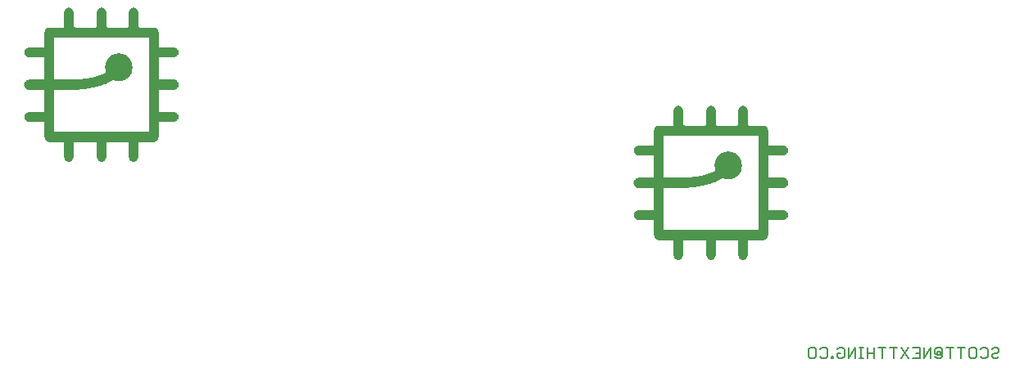
<source format=gbo>
G75*
%MOIN*%
%OFA0B0*%
%FSLAX25Y25*%
%IPPOS*%
%LPD*%
%AMOC8*
5,1,8,0,0,1.08239X$1,22.5*
%
%ADD10C,0.00600*%
%ADD11R,0.00320X0.00040*%
%ADD12R,0.00320X0.00040*%
%ADD13R,0.00960X0.00040*%
%ADD14R,0.01000X0.00040*%
%ADD15R,0.00920X0.00040*%
%ADD16R,0.01640X0.00040*%
%ADD17R,0.01600X0.00040*%
%ADD18R,0.01840X0.00040*%
%ADD19R,0.01800X0.00040*%
%ADD20R,0.01920X0.00040*%
%ADD21R,0.01920X0.00040*%
%ADD22R,0.02000X0.00040*%
%ADD23R,0.02040X0.00040*%
%ADD24R,0.02120X0.00040*%
%ADD25R,0.02080X0.00040*%
%ADD26R,0.02080X0.00040*%
%ADD27R,0.02120X0.00040*%
%ADD28R,0.02120X0.00040*%
%ADD29R,0.02200X0.00040*%
%ADD30R,0.02160X0.00040*%
%ADD31R,0.02320X0.00040*%
%ADD32R,0.02280X0.00040*%
%ADD33R,0.02360X0.00040*%
%ADD34R,0.02480X0.00040*%
%ADD35R,0.02440X0.00040*%
%ADD36R,0.02480X0.00040*%
%ADD37R,0.02600X0.00040*%
%ADD38R,0.02680X0.00040*%
%ADD39R,0.02680X0.00040*%
%ADD40R,0.02760X0.00040*%
%ADD41R,0.02800X0.00040*%
%ADD42R,0.02840X0.00040*%
%ADD43R,0.02880X0.00040*%
%ADD44R,0.02920X0.00040*%
%ADD45R,0.02880X0.00040*%
%ADD46R,0.02920X0.00040*%
%ADD47R,0.02920X0.00040*%
%ADD48R,0.02960X0.00040*%
%ADD49R,0.03000X0.00040*%
%ADD50R,0.02960X0.00040*%
%ADD51R,0.03120X0.00040*%
%ADD52R,0.03080X0.00040*%
%ADD53R,0.03120X0.00040*%
%ADD54R,0.03200X0.00040*%
%ADD55R,0.03240X0.00040*%
%ADD56R,0.03320X0.00040*%
%ADD57R,0.03320X0.00040*%
%ADD58R,0.03280X0.00040*%
%ADD59R,0.03440X0.00040*%
%ADD60R,0.03360X0.00040*%
%ADD61R,0.03480X0.00040*%
%ADD62R,0.03480X0.00040*%
%ADD63R,0.03520X0.00040*%
%ADD64R,0.03560X0.00040*%
%ADD65R,0.03520X0.00040*%
%ADD66R,0.03600X0.00040*%
%ADD67R,0.03560X0.00040*%
%ADD68R,0.03600X0.00040*%
%ADD69R,0.03640X0.00040*%
%ADD70R,0.03640X0.00040*%
%ADD71R,0.03680X0.00040*%
%ADD72R,0.03680X0.00040*%
%ADD73R,0.03680X0.00040*%
%ADD74R,0.03720X0.00040*%
%ADD75R,0.03720X0.00040*%
%ADD76R,0.03720X0.00040*%
%ADD77R,0.03720X0.00040*%
%ADD78R,0.03760X0.00040*%
%ADD79R,0.03760X0.00040*%
%ADD80R,0.03800X0.00040*%
%ADD81R,0.03760X0.00040*%
%ADD82R,0.03760X0.00040*%
%ADD83R,0.03800X0.00040*%
%ADD84R,0.03840X0.00040*%
%ADD85R,0.03840X0.00040*%
%ADD86R,0.03840X0.00040*%
%ADD87R,0.03880X0.00040*%
%ADD88R,0.03920X0.00040*%
%ADD89R,0.03960X0.00040*%
%ADD90R,0.03920X0.00040*%
%ADD91R,0.04000X0.00040*%
%ADD92R,0.04200X0.00040*%
%ADD93R,0.04160X0.00040*%
%ADD94R,0.04560X0.00040*%
%ADD95R,0.04560X0.00040*%
%ADD96R,0.04480X0.00040*%
%ADD97R,0.43440X0.00040*%
%ADD98R,0.43840X0.00040*%
%ADD99R,0.44120X0.00040*%
%ADD100R,0.44200X0.00040*%
%ADD101R,0.44240X0.00040*%
%ADD102R,0.44280X0.00040*%
%ADD103R,0.44320X0.00040*%
%ADD104R,0.44400X0.00040*%
%ADD105R,0.44560X0.00040*%
%ADD106R,0.44680X0.00040*%
%ADD107R,0.44880X0.00040*%
%ADD108R,0.45040X0.00040*%
%ADD109R,0.45120X0.00040*%
%ADD110R,0.45200X0.00040*%
%ADD111R,0.45240X0.00040*%
%ADD112R,0.45280X0.00040*%
%ADD113R,0.45320X0.00040*%
%ADD114R,0.45360X0.00040*%
%ADD115R,0.45480X0.00040*%
%ADD116R,0.45640X0.00040*%
%ADD117R,0.45720X0.00040*%
%ADD118R,0.45840X0.00040*%
%ADD119R,0.45920X0.00040*%
%ADD120R,0.45960X0.00040*%
%ADD121R,0.46000X0.00040*%
%ADD122R,0.46000X0.00040*%
%ADD123R,0.46040X0.00040*%
%ADD124R,0.46080X0.00040*%
%ADD125R,0.46080X0.00040*%
%ADD126R,0.46120X0.00040*%
%ADD127R,0.46120X0.00040*%
%ADD128R,0.46160X0.00040*%
%ADD129R,0.46200X0.00040*%
%ADD130R,0.46240X0.00040*%
%ADD131R,0.46280X0.00040*%
%ADD132R,0.46320X0.00040*%
%ADD133R,0.46360X0.00040*%
%ADD134R,0.46400X0.00040*%
%ADD135R,0.46400X0.00040*%
%ADD136R,0.46440X0.00040*%
%ADD137R,0.46440X0.00040*%
%ADD138R,0.46480X0.00040*%
%ADD139R,0.46480X0.00040*%
%ADD140R,0.04240X0.00040*%
%ADD141R,0.03920X0.00040*%
%ADD142R,0.03880X0.00040*%
%ADD143R,0.03920X0.00040*%
%ADD144R,0.03880X0.00040*%
%ADD145R,0.03840X0.00040*%
%ADD146R,0.03880X0.00040*%
%ADD147R,0.04080X0.00040*%
%ADD148R,0.04080X0.00040*%
%ADD149R,0.04160X0.00040*%
%ADD150R,0.10120X0.00040*%
%ADD151R,0.10120X0.00040*%
%ADD152R,0.10400X0.00040*%
%ADD153R,0.10480X0.00040*%
%ADD154R,0.10520X0.00040*%
%ADD155R,0.10560X0.00040*%
%ADD156R,0.10560X0.00040*%
%ADD157R,0.10600X0.00040*%
%ADD158R,0.10640X0.00040*%
%ADD159R,0.10680X0.00040*%
%ADD160R,0.10680X0.00040*%
%ADD161R,0.10720X0.00040*%
%ADD162R,0.10760X0.00040*%
%ADD163R,0.10840X0.00040*%
%ADD164R,0.10920X0.00040*%
%ADD165R,0.10960X0.00040*%
%ADD166R,0.11040X0.00040*%
%ADD167R,0.11080X0.00040*%
%ADD168R,0.11120X0.00040*%
%ADD169R,0.11160X0.00040*%
%ADD170R,0.11160X0.00040*%
%ADD171R,0.11200X0.00040*%
%ADD172R,0.11240X0.00040*%
%ADD173R,0.11280X0.00040*%
%ADD174R,0.11280X0.00040*%
%ADD175R,0.11280X0.00040*%
%ADD176R,0.11320X0.00040*%
%ADD177R,0.11320X0.00040*%
%ADD178R,0.11320X0.00040*%
%ADD179R,0.11400X0.00040*%
%ADD180R,0.11480X0.00040*%
%ADD181R,0.11480X0.00040*%
%ADD182R,0.11520X0.00040*%
%ADD183R,0.11520X0.00040*%
%ADD184R,0.11560X0.00040*%
%ADD185R,0.11560X0.00040*%
%ADD186R,0.11600X0.00040*%
%ADD187R,0.11640X0.00040*%
%ADD188R,0.11600X0.00040*%
%ADD189R,0.11640X0.00040*%
%ADD190R,0.11680X0.00040*%
%ADD191R,0.11680X0.00040*%
%ADD192R,0.11720X0.00040*%
%ADD193R,0.11720X0.00040*%
%ADD194R,0.11720X0.00040*%
%ADD195R,0.11800X0.00040*%
%ADD196R,0.11760X0.00040*%
%ADD197R,0.11840X0.00040*%
%ADD198R,0.11880X0.00040*%
%ADD199R,0.11880X0.00040*%
%ADD200R,0.11880X0.00040*%
%ADD201R,0.11880X0.00040*%
%ADD202R,0.11920X0.00040*%
%ADD203R,0.11920X0.00040*%
%ADD204R,0.11960X0.00040*%
%ADD205R,0.11960X0.00040*%
%ADD206R,0.11960X0.00040*%
%ADD207R,0.11960X0.00040*%
%ADD208R,0.12000X0.00040*%
%ADD209R,0.12000X0.00040*%
%ADD210R,0.11920X0.00040*%
%ADD211R,0.11840X0.00040*%
%ADD212R,0.11720X0.00040*%
%ADD213R,0.11680X0.00040*%
%ADD214R,0.11680X0.00040*%
%ADD215R,0.11560X0.00040*%
%ADD216R,0.11520X0.00040*%
%ADD217R,0.11440X0.00040*%
%ADD218R,0.11360X0.00040*%
%ADD219R,0.11360X0.00040*%
%ADD220R,0.11240X0.00040*%
%ADD221R,0.11280X0.00040*%
%ADD222R,0.11120X0.00040*%
%ADD223R,0.11160X0.00040*%
%ADD224R,0.11080X0.00040*%
%ADD225R,0.10960X0.00040*%
%ADD226R,0.10880X0.00040*%
%ADD227R,0.10880X0.00040*%
%ADD228R,0.10800X0.00040*%
%ADD229R,0.10680X0.00040*%
%ADD230R,0.10720X0.00040*%
%ADD231R,0.10640X0.00040*%
%ADD232R,0.10520X0.00040*%
%ADD233R,0.10360X0.00040*%
%ADD234R,0.10360X0.00040*%
%ADD235R,0.10040X0.00040*%
%ADD236R,0.10080X0.00040*%
%ADD237R,0.04120X0.00040*%
%ADD238R,0.04120X0.00040*%
%ADD239R,0.04040X0.00040*%
%ADD240R,0.03960X0.00040*%
%ADD241R,0.04040X0.00040*%
%ADD242R,0.04280X0.00040*%
%ADD243R,0.17000X0.00040*%
%ADD244R,0.10360X0.00040*%
%ADD245R,0.19120X0.00040*%
%ADD246R,0.20480X0.00040*%
%ADD247R,0.20840X0.00040*%
%ADD248R,0.21080X0.00040*%
%ADD249R,0.21280X0.00040*%
%ADD250R,0.10720X0.00040*%
%ADD251R,0.21480X0.00040*%
%ADD252R,0.21760X0.00040*%
%ADD253R,0.10880X0.00040*%
%ADD254R,0.22360X0.00040*%
%ADD255R,0.23000X0.00040*%
%ADD256R,0.24200X0.00040*%
%ADD257R,0.24600X0.00040*%
%ADD258R,0.24840X0.00040*%
%ADD259R,0.25040X0.00040*%
%ADD260R,0.25120X0.00040*%
%ADD261R,0.25240X0.00040*%
%ADD262R,0.11320X0.00040*%
%ADD263R,0.25320X0.00040*%
%ADD264R,0.25480X0.00040*%
%ADD265R,0.11440X0.00040*%
%ADD266R,0.25760X0.00040*%
%ADD267R,0.26200X0.00040*%
%ADD268R,0.26800X0.00040*%
%ADD269R,0.11560X0.00040*%
%ADD270R,0.27120X0.00040*%
%ADD271R,0.27400X0.00040*%
%ADD272R,0.27520X0.00040*%
%ADD273R,0.27640X0.00040*%
%ADD274R,0.27680X0.00040*%
%ADD275R,0.27800X0.00040*%
%ADD276R,0.27960X0.00040*%
%ADD277R,0.28160X0.00040*%
%ADD278R,0.28480X0.00040*%
%ADD279R,0.29200X0.00040*%
%ADD280R,0.11760X0.00040*%
%ADD281R,0.29480X0.00040*%
%ADD282R,0.29680X0.00040*%
%ADD283R,0.29800X0.00040*%
%ADD284R,0.29840X0.00040*%
%ADD285R,0.29920X0.00040*%
%ADD286R,0.30000X0.00040*%
%ADD287R,0.30080X0.00040*%
%ADD288R,0.30280X0.00040*%
%ADD289R,0.30400X0.00040*%
%ADD290R,0.30640X0.00040*%
%ADD291R,0.30880X0.00040*%
%ADD292R,0.31040X0.00040*%
%ADD293R,0.31120X0.00040*%
%ADD294R,0.31160X0.00040*%
%ADD295R,0.31200X0.00040*%
%ADD296R,0.31240X0.00040*%
%ADD297R,0.31320X0.00040*%
%ADD298R,0.31480X0.00040*%
%ADD299R,0.31640X0.00040*%
%ADD300R,0.31880X0.00040*%
%ADD301R,0.32040X0.00040*%
%ADD302R,0.32240X0.00040*%
%ADD303R,0.32280X0.00040*%
%ADD304R,0.32320X0.00040*%
%ADD305R,0.32320X0.00040*%
%ADD306R,0.32360X0.00040*%
%ADD307R,0.32400X0.00040*%
%ADD308R,0.32600X0.00040*%
%ADD309R,0.32800X0.00040*%
%ADD310R,0.33000X0.00040*%
%ADD311R,0.33160X0.00040*%
%ADD312R,0.33280X0.00040*%
%ADD313R,0.33320X0.00040*%
%ADD314R,0.33320X0.00040*%
%ADD315R,0.11760X0.00040*%
%ADD316R,0.33320X0.00040*%
%ADD317R,0.33360X0.00040*%
%ADD318R,0.33480X0.00040*%
%ADD319R,0.33640X0.00040*%
%ADD320R,0.33720X0.00040*%
%ADD321R,0.33840X0.00040*%
%ADD322R,0.33880X0.00040*%
%ADD323R,0.33920X0.00040*%
%ADD324R,0.33920X0.00040*%
%ADD325R,0.33960X0.00040*%
%ADD326R,0.34000X0.00040*%
%ADD327R,0.34040X0.00040*%
%ADD328R,0.34120X0.00040*%
%ADD329R,0.11400X0.00040*%
%ADD330R,0.34160X0.00040*%
%ADD331R,0.34160X0.00040*%
%ADD332R,0.34200X0.00040*%
%ADD333R,0.34240X0.00040*%
%ADD334R,0.34280X0.00040*%
%ADD335R,0.34280X0.00040*%
%ADD336R,0.34280X0.00040*%
%ADD337R,0.34360X0.00040*%
%ADD338R,0.34360X0.00040*%
%ADD339R,0.34400X0.00040*%
%ADD340R,0.10840X0.00040*%
%ADD341R,0.02640X0.00040*%
%ADD342R,0.34360X0.00040*%
%ADD343R,0.03040X0.00040*%
%ADD344R,0.34320X0.00040*%
%ADD345R,0.10480X0.00040*%
%ADD346R,0.03320X0.00040*%
%ADD347R,0.34240X0.00040*%
%ADD348R,0.03440X0.00040*%
%ADD349R,0.10120X0.00040*%
%ADD350R,0.17440X0.00040*%
%ADD351R,0.04400X0.00040*%
%ADD352R,0.19360X0.00040*%
%ADD353R,0.04000X0.00040*%
%ADD354R,0.18520X0.00040*%
%ADD355R,0.04040X0.00040*%
%ADD356R,0.17760X0.00040*%
%ADD357R,0.17400X0.00040*%
%ADD358R,0.17240X0.00040*%
%ADD359R,0.17160X0.00040*%
%ADD360R,0.17080X0.00040*%
%ADD361R,0.16960X0.00040*%
%ADD362R,0.16800X0.00040*%
%ADD363R,0.16560X0.00040*%
%ADD364R,0.15920X0.00040*%
%ADD365R,0.15640X0.00040*%
%ADD366R,0.15520X0.00040*%
%ADD367R,0.15400X0.00040*%
%ADD368R,0.15360X0.00040*%
%ADD369R,0.15280X0.00040*%
%ADD370R,0.15240X0.00040*%
%ADD371R,0.15160X0.00040*%
%ADD372R,0.15000X0.00040*%
%ADD373R,0.14720X0.00040*%
%ADD374R,0.14080X0.00040*%
%ADD375R,0.13800X0.00040*%
%ADD376R,0.13800X0.00040*%
%ADD377R,0.13760X0.00040*%
%ADD378R,0.13720X0.00040*%
%ADD379R,0.13680X0.00040*%
%ADD380R,0.13600X0.00040*%
%ADD381R,0.13480X0.00040*%
%ADD382R,0.13080X0.00040*%
%ADD383R,0.12960X0.00040*%
%ADD384R,0.12960X0.00040*%
%ADD385R,0.12920X0.00040*%
%ADD386R,0.12880X0.00040*%
%ADD387R,0.12840X0.00040*%
%ADD388R,0.12800X0.00040*%
%ADD389R,0.12800X0.00040*%
%ADD390R,0.12720X0.00040*%
%ADD391R,0.12440X0.00040*%
%ADD392R,0.12160X0.00040*%
%ADD393R,0.11120X0.00040*%
%ADD394R,0.11040X0.00040*%
%ADD395R,0.10760X0.00040*%
%ADD396R,0.10440X0.00040*%
%ADD397R,0.10320X0.00040*%
%ADD398R,0.10280X0.00040*%
%ADD399R,0.10320X0.00040*%
%ADD400R,0.10440X0.00040*%
%ADD401R,0.10600X0.00040*%
%ADD402R,0.10800X0.00040*%
%ADD403R,0.10880X0.00040*%
%ADD404R,0.10920X0.00040*%
%ADD405R,0.10920X0.00040*%
%ADD406R,0.10960X0.00040*%
%ADD407R,0.11000X0.00040*%
%ADD408R,0.11040X0.00040*%
%ADD409R,0.11080X0.00040*%
%ADD410R,0.11000X0.00040*%
%ADD411R,0.10440X0.00040*%
%ADD412R,0.10400X0.00040*%
%ADD413R,0.10240X0.00040*%
%ADD414R,0.10200X0.00040*%
%ADD415R,0.10120X0.00040*%
%ADD416R,0.10000X0.00040*%
%ADD417R,0.10000X0.00040*%
%ADD418R,0.09960X0.00040*%
%ADD419R,0.09920X0.00040*%
%ADD420R,0.09880X0.00040*%
%ADD421R,0.09800X0.00040*%
%ADD422R,0.09680X0.00040*%
%ADD423R,0.09640X0.00040*%
%ADD424R,0.09600X0.00040*%
%ADD425R,0.09600X0.00040*%
%ADD426R,0.09520X0.00040*%
%ADD427R,0.09440X0.00040*%
%ADD428R,0.09400X0.00040*%
%ADD429R,0.09320X0.00040*%
%ADD430R,0.09280X0.00040*%
%ADD431R,0.09240X0.00040*%
%ADD432R,0.09200X0.00040*%
%ADD433R,0.09160X0.00040*%
%ADD434R,0.09160X0.00040*%
%ADD435R,0.09120X0.00040*%
%ADD436R,0.09040X0.00040*%
%ADD437R,0.08920X0.00040*%
%ADD438R,0.08840X0.00040*%
%ADD439R,0.08720X0.00040*%
%ADD440R,0.08640X0.00040*%
%ADD441R,0.08560X0.00040*%
%ADD442R,0.08520X0.00040*%
%ADD443R,0.08480X0.00040*%
%ADD444R,0.08440X0.00040*%
%ADD445R,0.08400X0.00040*%
%ADD446R,0.08320X0.00040*%
%ADD447R,0.08280X0.00040*%
%ADD448R,0.08160X0.00040*%
%ADD449R,0.08040X0.00040*%
%ADD450R,0.08000X0.00040*%
%ADD451R,0.07920X0.00040*%
%ADD452R,0.07880X0.00040*%
%ADD453R,0.07800X0.00040*%
%ADD454R,0.07760X0.00040*%
%ADD455R,0.07680X0.00040*%
%ADD456R,0.07560X0.00040*%
%ADD457R,0.07440X0.00040*%
%ADD458R,0.10320X0.00040*%
%ADD459R,0.07320X0.00040*%
%ADD460R,0.10520X0.00040*%
%ADD461R,0.07160X0.00040*%
%ADD462R,0.10560X0.00040*%
%ADD463R,0.07040X0.00040*%
%ADD464R,0.06960X0.00040*%
%ADD465R,0.06920X0.00040*%
%ADD466R,0.06880X0.00040*%
%ADD467R,0.06840X0.00040*%
%ADD468R,0.06760X0.00040*%
%ADD469R,0.06640X0.00040*%
%ADD470R,0.06520X0.00040*%
%ADD471R,0.06360X0.00040*%
%ADD472R,0.11200X0.00040*%
%ADD473R,0.06160X0.00040*%
%ADD474R,0.06040X0.00040*%
%ADD475R,0.05960X0.00040*%
%ADD476R,0.05880X0.00040*%
%ADD477R,0.05840X0.00040*%
%ADD478R,0.05760X0.00040*%
%ADD479R,0.11360X0.00040*%
%ADD480R,0.05640X0.00040*%
%ADD481R,0.05520X0.00040*%
%ADD482R,0.05200X0.00040*%
%ADD483R,0.04920X0.00040*%
%ADD484R,0.04680X0.00040*%
%ADD485R,0.04480X0.00040*%
%ADD486R,0.04360X0.00040*%
%ADD487R,0.04280X0.00040*%
%ADD488R,0.04200X0.00040*%
%ADD489R,0.02360X0.00040*%
%ADD490R,0.11760X0.00040*%
%ADD491R,0.01480X0.00040*%
%ADD492R,0.01200X0.00040*%
%ADD493R,0.00880X0.00040*%
%ADD494R,0.00600X0.00040*%
%ADD495R,0.11920X0.00040*%
%ADD496R,0.11800X0.00040*%
%ADD497R,0.10760X0.00040*%
%ADD498R,0.10320X0.00040*%
%ADD499R,0.10160X0.00040*%
%ADD500R,0.03960X0.00040*%
%ADD501R,0.03960X0.00040*%
%ADD502R,0.04120X0.00040*%
%ADD503R,0.04160X0.00040*%
%ADD504R,0.46280X0.00040*%
%ADD505R,0.46160X0.00040*%
%ADD506R,0.45920X0.00040*%
%ADD507R,0.45840X0.00040*%
%ADD508R,0.45800X0.00040*%
%ADD509R,0.45520X0.00040*%
%ADD510R,0.45400X0.00040*%
%ADD511R,0.45320X0.00040*%
%ADD512R,0.45160X0.00040*%
%ADD513R,0.45040X0.00040*%
%ADD514R,0.44640X0.00040*%
%ADD515R,0.44480X0.00040*%
%ADD516R,0.44320X0.00040*%
%ADD517R,0.44040X0.00040*%
%ADD518R,0.43840X0.00040*%
%ADD519R,0.43560X0.00040*%
%ADD520R,0.43000X0.00040*%
%ADD521R,0.04440X0.00040*%
%ADD522R,0.04520X0.00040*%
%ADD523R,0.04080X0.00040*%
%ADD524R,0.04080X0.00040*%
%ADD525R,0.03680X0.00040*%
%ADD526R,0.03480X0.00040*%
%ADD527R,0.03520X0.00040*%
%ADD528R,0.03480X0.00040*%
%ADD529R,0.03440X0.00040*%
%ADD530R,0.03400X0.00040*%
%ADD531R,0.03280X0.00040*%
%ADD532R,0.03240X0.00040*%
%ADD533R,0.03160X0.00040*%
%ADD534R,0.03160X0.00040*%
%ADD535R,0.03000X0.00040*%
%ADD536R,0.03040X0.00040*%
%ADD537R,0.02920X0.00040*%
%ADD538R,0.02760X0.00040*%
%ADD539R,0.02800X0.00040*%
%ADD540R,0.02720X0.00040*%
%ADD541R,0.02640X0.00040*%
%ADD542R,0.02680X0.00040*%
%ADD543R,0.02520X0.00040*%
%ADD544R,0.02520X0.00040*%
%ADD545R,0.02360X0.00040*%
%ADD546R,0.02400X0.00040*%
%ADD547R,0.02200X0.00040*%
%ADD548R,0.02240X0.00040*%
%ADD549R,0.02120X0.00040*%
%ADD550R,0.01960X0.00040*%
%ADD551R,0.01920X0.00040*%
%ADD552R,0.01920X0.00040*%
%ADD553R,0.01880X0.00040*%
%ADD554R,0.01840X0.00040*%
%ADD555R,0.01720X0.00040*%
%ADD556R,0.01720X0.00040*%
%ADD557R,0.01400X0.00040*%
%ADD558R,0.00480X0.00040*%
D10*
X0342806Y0005402D02*
X0342806Y0008338D01*
X0343540Y0009072D01*
X0345008Y0009072D01*
X0345742Y0008338D01*
X0345742Y0005402D01*
X0345008Y0004669D01*
X0343540Y0004669D01*
X0342806Y0005402D01*
X0347410Y0005402D02*
X0348144Y0004669D01*
X0349612Y0004669D01*
X0350346Y0005402D01*
X0350346Y0008338D01*
X0349612Y0009072D01*
X0348144Y0009072D01*
X0347410Y0008338D01*
X0354316Y0008338D02*
X0355050Y0009072D01*
X0356518Y0009072D01*
X0357252Y0008338D01*
X0357252Y0005402D01*
X0356518Y0004669D01*
X0355050Y0004669D01*
X0354316Y0005402D01*
X0354316Y0006870D01*
X0355784Y0006870D01*
X0352648Y0005402D02*
X0351914Y0005402D01*
X0351914Y0004669D01*
X0352648Y0004669D01*
X0352648Y0005402D01*
X0358920Y0004669D02*
X0358920Y0009072D01*
X0361856Y0009072D02*
X0358920Y0004669D01*
X0361856Y0004669D02*
X0361856Y0009072D01*
X0363457Y0009072D02*
X0364925Y0009072D01*
X0364191Y0009072D02*
X0364191Y0004669D01*
X0364925Y0004669D02*
X0363457Y0004669D01*
X0366593Y0004669D02*
X0366593Y0009072D01*
X0366593Y0006870D02*
X0369529Y0006870D01*
X0369529Y0004669D02*
X0369529Y0009072D01*
X0371197Y0009072D02*
X0374133Y0009072D01*
X0372665Y0009072D02*
X0372665Y0004669D01*
X0377269Y0004669D02*
X0377269Y0009072D01*
X0378737Y0009072D02*
X0375801Y0009072D01*
X0380405Y0009072D02*
X0383341Y0004669D01*
X0385009Y0004669D02*
X0387945Y0004669D01*
X0387945Y0009072D01*
X0385009Y0009072D01*
X0383341Y0009072D02*
X0380405Y0004669D01*
X0386477Y0006870D02*
X0387945Y0006870D01*
X0389613Y0004669D02*
X0389613Y0009072D01*
X0392549Y0009072D02*
X0389613Y0004669D01*
X0392549Y0004669D02*
X0392549Y0009072D01*
X0394217Y0008338D02*
X0394217Y0006870D01*
X0394951Y0006136D01*
X0394951Y0007604D01*
X0396419Y0007604D01*
X0396419Y0006136D01*
X0394951Y0006136D01*
X0394217Y0005402D02*
X0394951Y0004669D01*
X0396419Y0004669D01*
X0397153Y0005402D01*
X0397153Y0008338D01*
X0396419Y0009072D01*
X0394951Y0009072D01*
X0394217Y0008338D01*
X0398821Y0009072D02*
X0401757Y0009072D01*
X0400289Y0009072D02*
X0400289Y0004669D01*
X0404893Y0004669D02*
X0404893Y0009072D01*
X0406361Y0009072D02*
X0403425Y0009072D01*
X0408029Y0008338D02*
X0408763Y0009072D01*
X0410231Y0009072D01*
X0410965Y0008338D01*
X0410965Y0005402D01*
X0410231Y0004669D01*
X0408763Y0004669D01*
X0408029Y0005402D01*
X0408029Y0008338D01*
X0412633Y0008338D02*
X0413367Y0009072D01*
X0414835Y0009072D01*
X0415569Y0008338D01*
X0415569Y0005402D01*
X0414835Y0004669D01*
X0413367Y0004669D01*
X0412633Y0005402D01*
X0417237Y0005402D02*
X0417971Y0004669D01*
X0419438Y0004669D01*
X0420172Y0005402D01*
X0419438Y0006870D02*
X0417971Y0006870D01*
X0417237Y0006136D01*
X0417237Y0005402D01*
X0419438Y0006870D02*
X0420172Y0007604D01*
X0420172Y0008338D01*
X0419438Y0009072D01*
X0417971Y0009072D01*
X0417237Y0008338D01*
D11*
X0316212Y0044848D03*
X0303012Y0044848D03*
X0068212Y0084848D03*
X0055012Y0084848D03*
D12*
X0041852Y0084848D03*
X0289852Y0044848D03*
D13*
X0316172Y0044888D03*
X0068172Y0084888D03*
D14*
X0055032Y0084888D03*
X0303032Y0044888D03*
D15*
X0289912Y0044888D03*
X0041912Y0084888D03*
D16*
X0068192Y0084928D03*
X0316192Y0044928D03*
D17*
X0303012Y0044928D03*
X0289852Y0044928D03*
X0055012Y0084928D03*
X0041852Y0084928D03*
D18*
X0055012Y0084969D03*
X0068212Y0084969D03*
X0303012Y0044969D03*
X0316212Y0044969D03*
D19*
X0289832Y0044969D03*
X0041832Y0084969D03*
D20*
X0055012Y0085009D03*
X0068212Y0085009D03*
X0062132Y0128609D03*
X0303012Y0045009D03*
X0316212Y0045009D03*
X0310132Y0088609D03*
D21*
X0289852Y0045009D03*
X0041852Y0085009D03*
D22*
X0041852Y0085048D03*
X0055012Y0085048D03*
X0068212Y0085048D03*
X0068172Y0147088D03*
X0055012Y0147088D03*
X0041852Y0147088D03*
X0041852Y0147128D03*
X0289852Y0107128D03*
X0289852Y0107088D03*
X0303012Y0107088D03*
X0316172Y0107088D03*
X0316212Y0045048D03*
X0303012Y0045048D03*
X0289852Y0045048D03*
D23*
X0289832Y0045088D03*
X0303032Y0045088D03*
X0316192Y0045088D03*
X0316192Y0107048D03*
X0303032Y0107048D03*
X0289832Y0107048D03*
X0068192Y0085088D03*
X0055032Y0085088D03*
X0041832Y0085088D03*
X0041832Y0147048D03*
X0055032Y0147048D03*
X0068192Y0147048D03*
D24*
X0068192Y0147009D03*
X0068192Y0085128D03*
X0316192Y0107009D03*
X0316192Y0045128D03*
D25*
X0303012Y0045128D03*
X0055012Y0085128D03*
D26*
X0041852Y0085128D03*
X0289852Y0045128D03*
D27*
X0316192Y0045169D03*
X0068192Y0085169D03*
D28*
X0055032Y0085169D03*
X0041832Y0085169D03*
X0289832Y0045169D03*
X0303032Y0045169D03*
D29*
X0316192Y0045209D03*
X0289832Y0045209D03*
X0068192Y0085209D03*
X0041832Y0085209D03*
D30*
X0055012Y0085209D03*
X0062132Y0117728D03*
X0303012Y0045209D03*
X0310132Y0077728D03*
D31*
X0316172Y0045248D03*
X0068172Y0085248D03*
D32*
X0055032Y0085248D03*
X0303032Y0045248D03*
D33*
X0289872Y0045248D03*
X0041872Y0085248D03*
D34*
X0068172Y0085288D03*
X0316172Y0045288D03*
D35*
X0303032Y0045288D03*
X0055032Y0085288D03*
D36*
X0041852Y0085288D03*
X0289852Y0045288D03*
D37*
X0289832Y0045328D03*
X0303032Y0045328D03*
X0316192Y0045328D03*
X0068192Y0085328D03*
X0055032Y0085328D03*
X0041832Y0085328D03*
D38*
X0068192Y0085369D03*
X0316192Y0045369D03*
D39*
X0303032Y0045369D03*
X0289832Y0045369D03*
X0055032Y0085369D03*
X0041832Y0085369D03*
D40*
X0055032Y0085409D03*
X0068192Y0085409D03*
X0041832Y0146809D03*
X0289832Y0106809D03*
X0303032Y0045409D03*
X0316192Y0045409D03*
D41*
X0303012Y0045448D03*
X0289852Y0045448D03*
X0289852Y0045409D03*
X0303012Y0106728D03*
X0316212Y0106728D03*
X0068212Y0146728D03*
X0055012Y0146728D03*
X0055012Y0085448D03*
X0041852Y0085448D03*
X0041852Y0085409D03*
D42*
X0055032Y0085488D03*
X0068192Y0085488D03*
X0068192Y0085448D03*
X0062152Y0128528D03*
X0068192Y0146688D03*
X0055032Y0146688D03*
X0041832Y0146728D03*
X0289832Y0106728D03*
X0303032Y0106688D03*
X0316192Y0106688D03*
X0310152Y0088528D03*
X0316192Y0045488D03*
X0316192Y0045448D03*
X0303032Y0045488D03*
D43*
X0289852Y0045488D03*
X0289852Y0045528D03*
X0289852Y0106688D03*
X0041852Y0085528D03*
X0041852Y0085488D03*
X0041852Y0146688D03*
D44*
X0068192Y0146609D03*
X0062152Y0117809D03*
X0068192Y0085528D03*
X0310152Y0077809D03*
X0316192Y0106609D03*
X0316192Y0045528D03*
D45*
X0303012Y0045528D03*
X0303012Y0106648D03*
X0316212Y0106648D03*
X0068212Y0146648D03*
X0055012Y0146648D03*
X0055012Y0085528D03*
D46*
X0068192Y0085569D03*
X0316192Y0045569D03*
D47*
X0303032Y0045569D03*
X0055032Y0085569D03*
D48*
X0041852Y0085569D03*
X0289852Y0045569D03*
D49*
X0289872Y0045609D03*
X0316192Y0045609D03*
X0068192Y0085609D03*
X0041872Y0085609D03*
D50*
X0055012Y0085609D03*
X0041852Y0146609D03*
X0289852Y0106609D03*
X0303012Y0045609D03*
D51*
X0316172Y0045648D03*
X0310132Y0077888D03*
X0316172Y0106528D03*
X0068172Y0085648D03*
X0062132Y0117888D03*
X0068172Y0146528D03*
D52*
X0055032Y0085648D03*
X0303032Y0045648D03*
D53*
X0289892Y0045648D03*
X0041892Y0085648D03*
D54*
X0041892Y0085688D03*
X0068172Y0085688D03*
X0062132Y0117928D03*
X0289892Y0045688D03*
X0316172Y0045688D03*
X0310132Y0077928D03*
D55*
X0303032Y0045688D03*
X0055032Y0085688D03*
D56*
X0068192Y0085728D03*
X0316192Y0045728D03*
D57*
X0303032Y0045728D03*
X0289872Y0106448D03*
X0055032Y0085728D03*
X0041872Y0146448D03*
D58*
X0055052Y0146488D03*
X0041892Y0085728D03*
X0289892Y0045728D03*
X0303052Y0106488D03*
D59*
X0303012Y0045769D03*
X0316212Y0045769D03*
X0068212Y0085769D03*
X0055012Y0085769D03*
D60*
X0041852Y0085769D03*
X0289852Y0045769D03*
D61*
X0316192Y0045809D03*
X0316192Y0106409D03*
X0068192Y0085809D03*
X0068192Y0146409D03*
D62*
X0055032Y0146409D03*
X0055032Y0085809D03*
X0041832Y0085809D03*
X0041832Y0085848D03*
X0289832Y0045848D03*
X0289832Y0045809D03*
X0303032Y0045809D03*
X0303032Y0106409D03*
D63*
X0303012Y0106328D03*
X0316212Y0106328D03*
X0316212Y0045848D03*
X0303012Y0045848D03*
X0068212Y0085848D03*
X0055012Y0085848D03*
X0055012Y0146328D03*
X0068212Y0146328D03*
D64*
X0068192Y0146288D03*
X0068192Y0146248D03*
X0068192Y0146209D03*
X0055032Y0146248D03*
X0055032Y0146288D03*
X0041832Y0146248D03*
X0041832Y0146209D03*
X0041832Y0086048D03*
X0041832Y0086009D03*
X0041832Y0085928D03*
X0055032Y0085928D03*
X0055032Y0085888D03*
X0068192Y0085888D03*
X0068192Y0085928D03*
X0289832Y0106209D03*
X0289832Y0106248D03*
X0303032Y0106248D03*
X0303032Y0106288D03*
X0316192Y0106288D03*
X0316192Y0106248D03*
X0316192Y0106209D03*
X0316192Y0045928D03*
X0316192Y0045888D03*
X0303032Y0045888D03*
X0303032Y0045928D03*
X0289832Y0045928D03*
X0289832Y0046009D03*
X0289832Y0046048D03*
D65*
X0289852Y0045888D03*
X0289852Y0106288D03*
X0289852Y0106328D03*
X0041852Y0085888D03*
X0041852Y0146288D03*
X0041852Y0146328D03*
D66*
X0055012Y0146169D03*
X0055012Y0145969D03*
X0068212Y0146169D03*
X0068212Y0086169D03*
X0068212Y0085969D03*
X0055012Y0085969D03*
X0055012Y0086169D03*
X0303012Y0105969D03*
X0303012Y0106169D03*
X0316212Y0106169D03*
X0316212Y0046169D03*
X0316212Y0045969D03*
X0303012Y0045969D03*
X0303012Y0046169D03*
D67*
X0289832Y0045969D03*
X0289832Y0106169D03*
X0041832Y0085969D03*
X0041832Y0146169D03*
D68*
X0041852Y0146128D03*
X0041852Y0146088D03*
X0055012Y0146088D03*
X0055012Y0146048D03*
X0055012Y0146009D03*
X0055012Y0145928D03*
X0055012Y0145888D03*
X0055012Y0146128D03*
X0055012Y0146209D03*
X0068212Y0146128D03*
X0068212Y0146088D03*
X0068212Y0146048D03*
X0068212Y0146009D03*
X0068212Y0086128D03*
X0068212Y0086088D03*
X0068212Y0086048D03*
X0068212Y0086009D03*
X0055012Y0086009D03*
X0055012Y0086048D03*
X0055012Y0086088D03*
X0055012Y0086128D03*
X0041852Y0086088D03*
X0289852Y0106088D03*
X0289852Y0106128D03*
X0303012Y0106128D03*
X0303012Y0106088D03*
X0303012Y0106048D03*
X0303012Y0106009D03*
X0303012Y0105928D03*
X0303012Y0105888D03*
X0303012Y0106209D03*
X0316212Y0106128D03*
X0316212Y0106088D03*
X0316212Y0106048D03*
X0316212Y0106009D03*
X0316212Y0046128D03*
X0316212Y0046088D03*
X0316212Y0046048D03*
X0316212Y0046009D03*
X0303012Y0046009D03*
X0303012Y0046048D03*
X0303012Y0046088D03*
X0303012Y0046128D03*
X0289852Y0046088D03*
D69*
X0289832Y0046128D03*
X0289832Y0046209D03*
X0289832Y0046248D03*
X0289832Y0046288D03*
X0303032Y0046288D03*
X0303032Y0046248D03*
X0303032Y0046209D03*
X0303032Y0046328D03*
X0303032Y0046409D03*
X0316192Y0046409D03*
X0316192Y0046448D03*
X0316192Y0046328D03*
X0316192Y0046288D03*
X0316192Y0046248D03*
X0316192Y0046209D03*
X0316192Y0105809D03*
X0316192Y0105848D03*
X0316192Y0105888D03*
X0316192Y0105928D03*
X0303032Y0105848D03*
X0303032Y0105809D03*
X0289832Y0105848D03*
X0289832Y0105888D03*
X0289832Y0105928D03*
X0289832Y0106009D03*
X0289832Y0106048D03*
X0068192Y0086448D03*
X0068192Y0086409D03*
X0068192Y0086328D03*
X0068192Y0086288D03*
X0068192Y0086248D03*
X0068192Y0086209D03*
X0055032Y0086209D03*
X0055032Y0086248D03*
X0055032Y0086288D03*
X0055032Y0086328D03*
X0055032Y0086409D03*
X0041832Y0086288D03*
X0041832Y0086248D03*
X0041832Y0086209D03*
X0041832Y0086128D03*
X0041832Y0145848D03*
X0041832Y0145888D03*
X0041832Y0145928D03*
X0041832Y0146009D03*
X0041832Y0146048D03*
X0055032Y0145848D03*
X0055032Y0145809D03*
X0068192Y0145809D03*
X0068192Y0145848D03*
X0068192Y0145888D03*
X0068192Y0145928D03*
D70*
X0068192Y0145969D03*
X0068192Y0145769D03*
X0041832Y0145969D03*
X0041832Y0086169D03*
X0055032Y0086369D03*
X0068192Y0086369D03*
X0289832Y0105969D03*
X0316192Y0105969D03*
X0316192Y0105769D03*
X0316192Y0046369D03*
X0303032Y0046369D03*
X0289832Y0046169D03*
D71*
X0289852Y0046328D03*
X0289852Y0046409D03*
X0289852Y0046448D03*
X0289852Y0046488D03*
X0289852Y0046528D03*
X0289852Y0105688D03*
X0289852Y0105728D03*
X0289852Y0105809D03*
X0041852Y0086528D03*
X0041852Y0086488D03*
X0041852Y0086448D03*
X0041852Y0086409D03*
X0041852Y0086328D03*
X0041852Y0145688D03*
X0041852Y0145728D03*
X0041852Y0145809D03*
D72*
X0041852Y0145769D03*
X0041852Y0086369D03*
X0289852Y0105769D03*
X0289852Y0046369D03*
D73*
X0303012Y0046448D03*
X0303012Y0046488D03*
X0310172Y0078048D03*
X0316212Y0105728D03*
X0303012Y0105728D03*
X0303012Y0105688D03*
X0068212Y0145728D03*
X0055012Y0145728D03*
X0055012Y0145688D03*
X0062172Y0118048D03*
X0055012Y0086488D03*
X0055012Y0086448D03*
D74*
X0068192Y0086488D03*
X0068192Y0086528D03*
X0068192Y0086609D03*
X0068192Y0086648D03*
X0068192Y0086688D03*
X0068192Y0139609D03*
X0068192Y0139648D03*
X0068192Y0139688D03*
X0068192Y0139728D03*
X0068192Y0145488D03*
X0068192Y0145528D03*
X0068192Y0145609D03*
X0068192Y0145648D03*
X0068192Y0145688D03*
X0316192Y0105688D03*
X0316192Y0105648D03*
X0316192Y0105609D03*
X0316192Y0105528D03*
X0316192Y0105488D03*
X0316192Y0099728D03*
X0316192Y0099688D03*
X0316192Y0099648D03*
X0316192Y0099609D03*
X0316192Y0046688D03*
X0316192Y0046648D03*
X0316192Y0046609D03*
X0316192Y0046528D03*
X0316192Y0046488D03*
D75*
X0303032Y0046528D03*
X0303032Y0046609D03*
X0303032Y0046648D03*
X0303032Y0046688D03*
X0303032Y0099609D03*
X0303032Y0099648D03*
X0303032Y0099688D03*
X0303032Y0099728D03*
X0303032Y0105528D03*
X0303032Y0105609D03*
X0303032Y0105648D03*
X0289832Y0105648D03*
X0055032Y0086688D03*
X0055032Y0086648D03*
X0055032Y0086609D03*
X0055032Y0086528D03*
X0055032Y0139609D03*
X0055032Y0139648D03*
X0055032Y0139688D03*
X0055032Y0139728D03*
X0055032Y0145528D03*
X0055032Y0145609D03*
X0055032Y0145648D03*
X0041832Y0145648D03*
D76*
X0068192Y0145569D03*
X0068192Y0139569D03*
X0068192Y0086569D03*
X0316192Y0099569D03*
X0316192Y0105569D03*
X0316192Y0046569D03*
D77*
X0303032Y0046569D03*
X0303032Y0105569D03*
X0055032Y0086569D03*
X0055032Y0145569D03*
D78*
X0055012Y0145369D03*
X0055012Y0145169D03*
X0055012Y0144969D03*
X0055012Y0144769D03*
X0055012Y0144569D03*
X0055012Y0144369D03*
X0055012Y0144169D03*
X0055012Y0143969D03*
X0055012Y0143769D03*
X0055012Y0143569D03*
X0055012Y0143369D03*
X0055012Y0143169D03*
X0055012Y0142969D03*
X0055012Y0142769D03*
X0055012Y0142569D03*
X0055012Y0142369D03*
X0055012Y0142169D03*
X0055012Y0141969D03*
X0055012Y0141769D03*
X0055012Y0141569D03*
X0055012Y0141369D03*
X0055012Y0141169D03*
X0055012Y0140969D03*
X0055012Y0140769D03*
X0055012Y0140569D03*
X0055012Y0140369D03*
X0055012Y0140169D03*
X0055012Y0139969D03*
X0055012Y0139769D03*
X0055012Y0139569D03*
X0041852Y0145569D03*
X0033732Y0113769D03*
X0055012Y0092569D03*
X0055012Y0092369D03*
X0055012Y0092169D03*
X0055012Y0091969D03*
X0055012Y0091769D03*
X0055012Y0091569D03*
X0055012Y0091369D03*
X0055012Y0091169D03*
X0055012Y0090969D03*
X0055012Y0090769D03*
X0055012Y0090569D03*
X0055012Y0090369D03*
X0055012Y0090169D03*
X0055012Y0089969D03*
X0055012Y0089769D03*
X0055012Y0089569D03*
X0055012Y0089369D03*
X0055012Y0089169D03*
X0055012Y0088969D03*
X0055012Y0088769D03*
X0055012Y0088569D03*
X0055012Y0088369D03*
X0055012Y0088169D03*
X0055012Y0087969D03*
X0055012Y0087769D03*
X0055012Y0087569D03*
X0055012Y0087369D03*
X0055012Y0087169D03*
X0055012Y0086969D03*
X0055012Y0086769D03*
X0041852Y0086569D03*
X0281732Y0073769D03*
X0303012Y0052569D03*
X0303012Y0052369D03*
X0303012Y0052169D03*
X0303012Y0051969D03*
X0303012Y0051769D03*
X0303012Y0051569D03*
X0303012Y0051369D03*
X0303012Y0051169D03*
X0303012Y0050969D03*
X0303012Y0050769D03*
X0303012Y0050569D03*
X0303012Y0050369D03*
X0303012Y0050169D03*
X0303012Y0049969D03*
X0303012Y0049769D03*
X0303012Y0049569D03*
X0303012Y0049369D03*
X0303012Y0049169D03*
X0303012Y0048969D03*
X0303012Y0048769D03*
X0303012Y0048569D03*
X0303012Y0048369D03*
X0303012Y0048169D03*
X0303012Y0047969D03*
X0303012Y0047769D03*
X0303012Y0047569D03*
X0303012Y0047369D03*
X0303012Y0047169D03*
X0303012Y0046969D03*
X0303012Y0046769D03*
X0289852Y0046569D03*
X0303012Y0099569D03*
X0303012Y0099769D03*
X0303012Y0099969D03*
X0303012Y0100169D03*
X0303012Y0100369D03*
X0303012Y0100569D03*
X0303012Y0100769D03*
X0303012Y0100969D03*
X0303012Y0101169D03*
X0303012Y0101369D03*
X0303012Y0101569D03*
X0303012Y0101769D03*
X0303012Y0101969D03*
X0303012Y0102169D03*
X0303012Y0102369D03*
X0303012Y0102569D03*
X0303012Y0102769D03*
X0303012Y0102969D03*
X0303012Y0103169D03*
X0303012Y0103369D03*
X0303012Y0103569D03*
X0303012Y0103769D03*
X0303012Y0103969D03*
X0303012Y0104169D03*
X0303012Y0104369D03*
X0303012Y0104569D03*
X0303012Y0104769D03*
X0303012Y0104969D03*
X0303012Y0105169D03*
X0303012Y0105369D03*
X0289852Y0105569D03*
D79*
X0289852Y0105609D03*
X0289852Y0105528D03*
X0289852Y0105488D03*
X0303012Y0105488D03*
X0303012Y0105448D03*
X0303012Y0105409D03*
X0303012Y0105328D03*
X0303012Y0105288D03*
X0303012Y0105248D03*
X0303012Y0105209D03*
X0303012Y0105128D03*
X0303012Y0105088D03*
X0303012Y0105048D03*
X0303012Y0105009D03*
X0303012Y0104928D03*
X0303012Y0104888D03*
X0303012Y0104848D03*
X0303012Y0104809D03*
X0303012Y0104728D03*
X0303012Y0104688D03*
X0303012Y0104648D03*
X0303012Y0104609D03*
X0303012Y0104528D03*
X0303012Y0104488D03*
X0303012Y0104448D03*
X0303012Y0104409D03*
X0303012Y0104328D03*
X0303012Y0104288D03*
X0303012Y0104248D03*
X0303012Y0104209D03*
X0303012Y0104128D03*
X0303012Y0104088D03*
X0303012Y0104048D03*
X0303012Y0104009D03*
X0303012Y0103928D03*
X0303012Y0103888D03*
X0303012Y0103848D03*
X0303012Y0103809D03*
X0303012Y0103728D03*
X0303012Y0103688D03*
X0303012Y0103648D03*
X0303012Y0103609D03*
X0303012Y0103528D03*
X0303012Y0103488D03*
X0303012Y0103448D03*
X0303012Y0103409D03*
X0303012Y0103328D03*
X0303012Y0103288D03*
X0303012Y0103248D03*
X0303012Y0103209D03*
X0303012Y0103128D03*
X0303012Y0103088D03*
X0303012Y0103048D03*
X0303012Y0103009D03*
X0303012Y0102928D03*
X0303012Y0102888D03*
X0303012Y0102848D03*
X0303012Y0102809D03*
X0303012Y0102728D03*
X0303012Y0102688D03*
X0303012Y0102648D03*
X0303012Y0102609D03*
X0303012Y0102528D03*
X0303012Y0102488D03*
X0303012Y0102448D03*
X0303012Y0102409D03*
X0303012Y0102328D03*
X0303012Y0102288D03*
X0303012Y0102248D03*
X0303012Y0102209D03*
X0303012Y0102128D03*
X0303012Y0102088D03*
X0303012Y0102048D03*
X0303012Y0102009D03*
X0303012Y0101928D03*
X0303012Y0101888D03*
X0303012Y0101848D03*
X0303012Y0101809D03*
X0303012Y0101728D03*
X0303012Y0101688D03*
X0303012Y0101648D03*
X0303012Y0101609D03*
X0303012Y0101528D03*
X0303012Y0101488D03*
X0303012Y0101448D03*
X0303012Y0101409D03*
X0303012Y0101328D03*
X0303012Y0101288D03*
X0303012Y0101248D03*
X0303012Y0101209D03*
X0303012Y0101128D03*
X0303012Y0101088D03*
X0303012Y0101048D03*
X0303012Y0101009D03*
X0303012Y0100928D03*
X0303012Y0100888D03*
X0303012Y0100848D03*
X0303012Y0100809D03*
X0303012Y0100728D03*
X0303012Y0100688D03*
X0303012Y0100648D03*
X0303012Y0100609D03*
X0303012Y0100528D03*
X0303012Y0100488D03*
X0303012Y0100448D03*
X0303012Y0100409D03*
X0303012Y0100328D03*
X0303012Y0100288D03*
X0303012Y0100248D03*
X0303012Y0100209D03*
X0303012Y0100128D03*
X0303012Y0100088D03*
X0303012Y0100048D03*
X0303012Y0100009D03*
X0303012Y0099928D03*
X0303012Y0099888D03*
X0303012Y0099848D03*
X0303012Y0099809D03*
X0303012Y0099528D03*
X0303012Y0099488D03*
X0289852Y0099609D03*
X0289852Y0099648D03*
X0289852Y0099688D03*
X0289852Y0099728D03*
X0281732Y0078488D03*
X0281732Y0078448D03*
X0281732Y0078409D03*
X0281732Y0073809D03*
X0281732Y0073728D03*
X0303012Y0052648D03*
X0303012Y0052609D03*
X0303012Y0052528D03*
X0303012Y0052488D03*
X0303012Y0052448D03*
X0303012Y0052409D03*
X0303012Y0052328D03*
X0303012Y0052288D03*
X0303012Y0052248D03*
X0303012Y0052209D03*
X0303012Y0052128D03*
X0303012Y0052088D03*
X0303012Y0052048D03*
X0303012Y0052009D03*
X0303012Y0051928D03*
X0303012Y0051888D03*
X0303012Y0051848D03*
X0303012Y0051809D03*
X0303012Y0051728D03*
X0303012Y0051688D03*
X0303012Y0051648D03*
X0303012Y0051609D03*
X0303012Y0051528D03*
X0303012Y0051488D03*
X0303012Y0051448D03*
X0303012Y0051409D03*
X0303012Y0051328D03*
X0303012Y0051288D03*
X0303012Y0051248D03*
X0303012Y0051209D03*
X0303012Y0051128D03*
X0303012Y0051088D03*
X0303012Y0051048D03*
X0303012Y0051009D03*
X0303012Y0050928D03*
X0303012Y0050888D03*
X0303012Y0050848D03*
X0303012Y0050809D03*
X0303012Y0050728D03*
X0303012Y0050688D03*
X0303012Y0050648D03*
X0303012Y0050609D03*
X0303012Y0050528D03*
X0303012Y0050488D03*
X0303012Y0050448D03*
X0303012Y0050409D03*
X0303012Y0050328D03*
X0303012Y0050288D03*
X0303012Y0050248D03*
X0303012Y0050209D03*
X0303012Y0050128D03*
X0303012Y0050088D03*
X0303012Y0050048D03*
X0303012Y0050009D03*
X0303012Y0049928D03*
X0303012Y0049888D03*
X0303012Y0049848D03*
X0303012Y0049809D03*
X0303012Y0049728D03*
X0303012Y0049688D03*
X0303012Y0049648D03*
X0303012Y0049609D03*
X0303012Y0049528D03*
X0303012Y0049488D03*
X0303012Y0049448D03*
X0303012Y0049409D03*
X0303012Y0049328D03*
X0303012Y0049288D03*
X0303012Y0049248D03*
X0303012Y0049209D03*
X0303012Y0049128D03*
X0303012Y0049088D03*
X0303012Y0049048D03*
X0303012Y0049009D03*
X0303012Y0048928D03*
X0303012Y0048888D03*
X0303012Y0048848D03*
X0303012Y0048809D03*
X0303012Y0048728D03*
X0303012Y0048688D03*
X0303012Y0048648D03*
X0303012Y0048609D03*
X0303012Y0048528D03*
X0303012Y0048488D03*
X0303012Y0048448D03*
X0303012Y0048409D03*
X0303012Y0048328D03*
X0303012Y0048288D03*
X0303012Y0048248D03*
X0303012Y0048209D03*
X0303012Y0048128D03*
X0303012Y0048088D03*
X0303012Y0048048D03*
X0303012Y0048009D03*
X0303012Y0047928D03*
X0303012Y0047888D03*
X0303012Y0047848D03*
X0303012Y0047809D03*
X0303012Y0047728D03*
X0303012Y0047688D03*
X0303012Y0047648D03*
X0303012Y0047609D03*
X0303012Y0047528D03*
X0303012Y0047488D03*
X0303012Y0047448D03*
X0303012Y0047409D03*
X0303012Y0047328D03*
X0303012Y0047288D03*
X0303012Y0047248D03*
X0303012Y0047209D03*
X0303012Y0047128D03*
X0303012Y0047088D03*
X0303012Y0047048D03*
X0303012Y0047009D03*
X0303012Y0046928D03*
X0303012Y0046888D03*
X0303012Y0046848D03*
X0303012Y0046809D03*
X0303012Y0046728D03*
X0289852Y0046648D03*
X0289852Y0046609D03*
X0055012Y0086728D03*
X0055012Y0086809D03*
X0055012Y0086848D03*
X0055012Y0086888D03*
X0055012Y0086928D03*
X0055012Y0087009D03*
X0055012Y0087048D03*
X0055012Y0087088D03*
X0055012Y0087128D03*
X0055012Y0087209D03*
X0055012Y0087248D03*
X0055012Y0087288D03*
X0055012Y0087328D03*
X0055012Y0087409D03*
X0055012Y0087448D03*
X0055012Y0087488D03*
X0055012Y0087528D03*
X0055012Y0087609D03*
X0055012Y0087648D03*
X0055012Y0087688D03*
X0055012Y0087728D03*
X0055012Y0087809D03*
X0055012Y0087848D03*
X0055012Y0087888D03*
X0055012Y0087928D03*
X0055012Y0088009D03*
X0055012Y0088048D03*
X0055012Y0088088D03*
X0055012Y0088128D03*
X0055012Y0088209D03*
X0055012Y0088248D03*
X0055012Y0088288D03*
X0055012Y0088328D03*
X0055012Y0088409D03*
X0055012Y0088448D03*
X0055012Y0088488D03*
X0055012Y0088528D03*
X0055012Y0088609D03*
X0055012Y0088648D03*
X0055012Y0088688D03*
X0055012Y0088728D03*
X0055012Y0088809D03*
X0055012Y0088848D03*
X0055012Y0088888D03*
X0055012Y0088928D03*
X0055012Y0089009D03*
X0055012Y0089048D03*
X0055012Y0089088D03*
X0055012Y0089128D03*
X0055012Y0089209D03*
X0055012Y0089248D03*
X0055012Y0089288D03*
X0055012Y0089328D03*
X0055012Y0089409D03*
X0055012Y0089448D03*
X0055012Y0089488D03*
X0055012Y0089528D03*
X0055012Y0089609D03*
X0055012Y0089648D03*
X0055012Y0089688D03*
X0055012Y0089728D03*
X0055012Y0089809D03*
X0055012Y0089848D03*
X0055012Y0089888D03*
X0055012Y0089928D03*
X0055012Y0090009D03*
X0055012Y0090048D03*
X0055012Y0090088D03*
X0055012Y0090128D03*
X0055012Y0090209D03*
X0055012Y0090248D03*
X0055012Y0090288D03*
X0055012Y0090328D03*
X0055012Y0090409D03*
X0055012Y0090448D03*
X0055012Y0090488D03*
X0055012Y0090528D03*
X0055012Y0090609D03*
X0055012Y0090648D03*
X0055012Y0090688D03*
X0055012Y0090728D03*
X0055012Y0090809D03*
X0055012Y0090848D03*
X0055012Y0090888D03*
X0055012Y0090928D03*
X0055012Y0091009D03*
X0055012Y0091048D03*
X0055012Y0091088D03*
X0055012Y0091128D03*
X0055012Y0091209D03*
X0055012Y0091248D03*
X0055012Y0091288D03*
X0055012Y0091328D03*
X0055012Y0091409D03*
X0055012Y0091448D03*
X0055012Y0091488D03*
X0055012Y0091528D03*
X0055012Y0091609D03*
X0055012Y0091648D03*
X0055012Y0091688D03*
X0055012Y0091728D03*
X0055012Y0091809D03*
X0055012Y0091848D03*
X0055012Y0091888D03*
X0055012Y0091928D03*
X0055012Y0092009D03*
X0055012Y0092048D03*
X0055012Y0092088D03*
X0055012Y0092128D03*
X0055012Y0092209D03*
X0055012Y0092248D03*
X0055012Y0092288D03*
X0055012Y0092328D03*
X0055012Y0092409D03*
X0055012Y0092448D03*
X0055012Y0092488D03*
X0055012Y0092528D03*
X0055012Y0092609D03*
X0055012Y0092648D03*
X0041852Y0086648D03*
X0041852Y0086609D03*
X0033732Y0113728D03*
X0033732Y0113809D03*
X0033732Y0118409D03*
X0033732Y0118448D03*
X0033732Y0118488D03*
X0055012Y0139488D03*
X0055012Y0139528D03*
X0055012Y0139809D03*
X0055012Y0139848D03*
X0055012Y0139888D03*
X0055012Y0139928D03*
X0055012Y0140009D03*
X0055012Y0140048D03*
X0055012Y0140088D03*
X0055012Y0140128D03*
X0055012Y0140209D03*
X0055012Y0140248D03*
X0055012Y0140288D03*
X0055012Y0140328D03*
X0055012Y0140409D03*
X0055012Y0140448D03*
X0055012Y0140488D03*
X0055012Y0140528D03*
X0055012Y0140609D03*
X0055012Y0140648D03*
X0055012Y0140688D03*
X0055012Y0140728D03*
X0055012Y0140809D03*
X0055012Y0140848D03*
X0055012Y0140888D03*
X0055012Y0140928D03*
X0055012Y0141009D03*
X0055012Y0141048D03*
X0055012Y0141088D03*
X0055012Y0141128D03*
X0055012Y0141209D03*
X0055012Y0141248D03*
X0055012Y0141288D03*
X0055012Y0141328D03*
X0055012Y0141409D03*
X0055012Y0141448D03*
X0055012Y0141488D03*
X0055012Y0141528D03*
X0055012Y0141609D03*
X0055012Y0141648D03*
X0055012Y0141688D03*
X0055012Y0141728D03*
X0055012Y0141809D03*
X0055012Y0141848D03*
X0055012Y0141888D03*
X0055012Y0141928D03*
X0055012Y0142009D03*
X0055012Y0142048D03*
X0055012Y0142088D03*
X0055012Y0142128D03*
X0055012Y0142209D03*
X0055012Y0142248D03*
X0055012Y0142288D03*
X0055012Y0142328D03*
X0055012Y0142409D03*
X0055012Y0142448D03*
X0055012Y0142488D03*
X0055012Y0142528D03*
X0055012Y0142609D03*
X0055012Y0142648D03*
X0055012Y0142688D03*
X0055012Y0142728D03*
X0055012Y0142809D03*
X0055012Y0142848D03*
X0055012Y0142888D03*
X0055012Y0142928D03*
X0055012Y0143009D03*
X0055012Y0143048D03*
X0055012Y0143088D03*
X0055012Y0143128D03*
X0055012Y0143209D03*
X0055012Y0143248D03*
X0055012Y0143288D03*
X0055012Y0143328D03*
X0055012Y0143409D03*
X0055012Y0143448D03*
X0055012Y0143488D03*
X0055012Y0143528D03*
X0055012Y0143609D03*
X0055012Y0143648D03*
X0055012Y0143688D03*
X0055012Y0143728D03*
X0055012Y0143809D03*
X0055012Y0143848D03*
X0055012Y0143888D03*
X0055012Y0143928D03*
X0055012Y0144009D03*
X0055012Y0144048D03*
X0055012Y0144088D03*
X0055012Y0144128D03*
X0055012Y0144209D03*
X0055012Y0144248D03*
X0055012Y0144288D03*
X0055012Y0144328D03*
X0055012Y0144409D03*
X0055012Y0144448D03*
X0055012Y0144488D03*
X0055012Y0144528D03*
X0055012Y0144609D03*
X0055012Y0144648D03*
X0055012Y0144688D03*
X0055012Y0144728D03*
X0055012Y0144809D03*
X0055012Y0144848D03*
X0055012Y0144888D03*
X0055012Y0144928D03*
X0055012Y0145009D03*
X0055012Y0145048D03*
X0055012Y0145088D03*
X0055012Y0145128D03*
X0055012Y0145209D03*
X0055012Y0145248D03*
X0055012Y0145288D03*
X0055012Y0145328D03*
X0055012Y0145409D03*
X0055012Y0145448D03*
X0055012Y0145488D03*
X0041852Y0145488D03*
X0041852Y0145528D03*
X0041852Y0145609D03*
X0041852Y0139728D03*
X0041852Y0139688D03*
X0041852Y0139648D03*
X0041852Y0139609D03*
D80*
X0041872Y0139528D03*
X0041872Y0139809D03*
X0041872Y0139848D03*
X0041872Y0139888D03*
X0041872Y0139928D03*
X0041872Y0140009D03*
X0041872Y0140048D03*
X0041872Y0140088D03*
X0041872Y0140128D03*
X0041872Y0140209D03*
X0041872Y0140248D03*
X0041872Y0140288D03*
X0041872Y0140328D03*
X0041872Y0140409D03*
X0041872Y0140448D03*
X0041872Y0140488D03*
X0041872Y0140528D03*
X0041872Y0140609D03*
X0041872Y0140648D03*
X0041872Y0140688D03*
X0041872Y0140728D03*
X0041872Y0140809D03*
X0041872Y0140848D03*
X0041872Y0140888D03*
X0041872Y0140928D03*
X0041872Y0141009D03*
X0041872Y0141048D03*
X0041872Y0141088D03*
X0041872Y0141128D03*
X0041872Y0141209D03*
X0041872Y0141248D03*
X0041872Y0141288D03*
X0041872Y0141328D03*
X0041872Y0141409D03*
X0041872Y0141448D03*
X0041872Y0141488D03*
X0041872Y0141528D03*
X0041872Y0141609D03*
X0041872Y0141648D03*
X0041872Y0141688D03*
X0041872Y0141728D03*
X0041872Y0141809D03*
X0041872Y0141848D03*
X0041872Y0141888D03*
X0041872Y0141928D03*
X0041872Y0142009D03*
X0041872Y0142048D03*
X0041872Y0142088D03*
X0041872Y0142128D03*
X0041872Y0142209D03*
X0041872Y0142248D03*
X0041872Y0142288D03*
X0041872Y0142328D03*
X0041872Y0142409D03*
X0041872Y0142448D03*
X0041872Y0142488D03*
X0041872Y0142528D03*
X0041872Y0142609D03*
X0041872Y0142648D03*
X0041872Y0142688D03*
X0041872Y0142728D03*
X0041872Y0142809D03*
X0041872Y0142848D03*
X0041872Y0142888D03*
X0041872Y0142928D03*
X0041872Y0143009D03*
X0041872Y0143048D03*
X0041872Y0143088D03*
X0041872Y0143128D03*
X0041872Y0143209D03*
X0041872Y0143248D03*
X0041872Y0143288D03*
X0041872Y0143328D03*
X0041872Y0143409D03*
X0041872Y0143448D03*
X0041872Y0143488D03*
X0041872Y0143528D03*
X0041872Y0143609D03*
X0041872Y0143648D03*
X0041872Y0143688D03*
X0041872Y0143728D03*
X0041872Y0143809D03*
X0041872Y0143848D03*
X0041872Y0143888D03*
X0041872Y0143928D03*
X0041872Y0144009D03*
X0041872Y0144048D03*
X0041872Y0144088D03*
X0041872Y0144128D03*
X0041872Y0144209D03*
X0041872Y0144248D03*
X0041872Y0144288D03*
X0041872Y0144328D03*
X0041872Y0144409D03*
X0041872Y0144448D03*
X0041872Y0144488D03*
X0041872Y0144528D03*
X0041872Y0144609D03*
X0041872Y0144648D03*
X0041872Y0144688D03*
X0041872Y0144728D03*
X0041872Y0144809D03*
X0041872Y0144848D03*
X0041872Y0144888D03*
X0041872Y0144928D03*
X0041872Y0145009D03*
X0041872Y0145048D03*
X0041872Y0145088D03*
X0041872Y0145128D03*
X0041872Y0145209D03*
X0041872Y0145248D03*
X0041872Y0145288D03*
X0041872Y0145328D03*
X0041872Y0145409D03*
X0041872Y0145448D03*
X0055032Y0139448D03*
X0068192Y0139448D03*
X0068192Y0139488D03*
X0068192Y0140048D03*
X0068192Y0140088D03*
X0068192Y0140128D03*
X0068192Y0140209D03*
X0068192Y0140248D03*
X0068192Y0140288D03*
X0068192Y0140328D03*
X0068192Y0140409D03*
X0068192Y0140448D03*
X0068192Y0140488D03*
X0068192Y0140528D03*
X0068192Y0140609D03*
X0068192Y0140648D03*
X0068192Y0140688D03*
X0068192Y0140728D03*
X0068192Y0140809D03*
X0068192Y0140848D03*
X0068192Y0140888D03*
X0068192Y0140928D03*
X0068192Y0141009D03*
X0068192Y0141048D03*
X0068192Y0141088D03*
X0068192Y0141128D03*
X0068192Y0141209D03*
X0068192Y0141248D03*
X0068192Y0141288D03*
X0068192Y0141328D03*
X0068192Y0141409D03*
X0068192Y0141448D03*
X0068192Y0141488D03*
X0068192Y0141528D03*
X0068192Y0141609D03*
X0068192Y0141648D03*
X0068192Y0141688D03*
X0068192Y0141728D03*
X0068192Y0141809D03*
X0068192Y0141848D03*
X0068192Y0141888D03*
X0068192Y0141928D03*
X0068192Y0142009D03*
X0068192Y0142048D03*
X0068192Y0142088D03*
X0068192Y0142128D03*
X0068192Y0142209D03*
X0068192Y0142248D03*
X0068192Y0142288D03*
X0068192Y0142328D03*
X0068192Y0142409D03*
X0068192Y0142448D03*
X0068192Y0142488D03*
X0068192Y0142528D03*
X0068192Y0142609D03*
X0068192Y0142648D03*
X0068192Y0142688D03*
X0068192Y0142728D03*
X0068192Y0142809D03*
X0068192Y0142848D03*
X0068192Y0142888D03*
X0068192Y0142928D03*
X0068192Y0143009D03*
X0068192Y0143048D03*
X0068192Y0143088D03*
X0068192Y0143128D03*
X0068192Y0143209D03*
X0068192Y0143248D03*
X0068192Y0143288D03*
X0068192Y0143328D03*
X0068192Y0143409D03*
X0068192Y0143448D03*
X0068192Y0143488D03*
X0068192Y0143528D03*
X0068192Y0143609D03*
X0068192Y0143648D03*
X0068192Y0143688D03*
X0068192Y0143728D03*
X0068192Y0143809D03*
X0068192Y0143848D03*
X0068192Y0143888D03*
X0068192Y0143928D03*
X0068192Y0144009D03*
X0068192Y0144048D03*
X0068192Y0144088D03*
X0068192Y0144128D03*
X0068192Y0144209D03*
X0068192Y0144248D03*
X0068192Y0144288D03*
X0068192Y0144328D03*
X0068192Y0144409D03*
X0068192Y0144448D03*
X0068192Y0144488D03*
X0068192Y0144528D03*
X0068192Y0144609D03*
X0068192Y0144648D03*
X0068192Y0144688D03*
X0068192Y0144728D03*
X0068192Y0144809D03*
X0068192Y0144848D03*
X0068192Y0144888D03*
X0068192Y0144928D03*
X0068192Y0145009D03*
X0068192Y0145048D03*
X0068192Y0145088D03*
X0068192Y0145128D03*
X0068192Y0145209D03*
X0033712Y0135009D03*
X0033712Y0134928D03*
X0033752Y0131648D03*
X0033752Y0127009D03*
X0033752Y0126928D03*
X0033752Y0126888D03*
X0033712Y0118528D03*
X0033712Y0113848D03*
X0033712Y0113688D03*
X0033752Y0105288D03*
X0033752Y0105248D03*
X0033752Y0105209D03*
X0033752Y0100609D03*
X0033752Y0100528D03*
X0033712Y0097288D03*
X0033712Y0097248D03*
X0033712Y0097209D03*
X0041872Y0092648D03*
X0041872Y0092609D03*
X0041872Y0092528D03*
X0041872Y0092488D03*
X0041872Y0092448D03*
X0041872Y0092409D03*
X0041872Y0092328D03*
X0041872Y0092288D03*
X0041872Y0092248D03*
X0041872Y0092209D03*
X0041872Y0092128D03*
X0041872Y0092088D03*
X0041872Y0092048D03*
X0041872Y0092009D03*
X0041872Y0091928D03*
X0041872Y0091888D03*
X0041872Y0091848D03*
X0041872Y0091809D03*
X0041872Y0091728D03*
X0041872Y0091688D03*
X0041872Y0091648D03*
X0041872Y0091609D03*
X0041872Y0091528D03*
X0041872Y0091488D03*
X0041872Y0091448D03*
X0041872Y0091409D03*
X0041872Y0091328D03*
X0041872Y0091288D03*
X0041872Y0091248D03*
X0041872Y0091209D03*
X0041872Y0091128D03*
X0041872Y0091088D03*
X0041872Y0091048D03*
X0041872Y0091009D03*
X0041872Y0090928D03*
X0041872Y0090888D03*
X0041872Y0090848D03*
X0041872Y0090809D03*
X0041872Y0090728D03*
X0041872Y0090688D03*
X0041872Y0090648D03*
X0041872Y0090609D03*
X0041872Y0090528D03*
X0041872Y0090488D03*
X0041872Y0090448D03*
X0041872Y0090409D03*
X0041872Y0090328D03*
X0041872Y0090288D03*
X0041872Y0090248D03*
X0041872Y0090209D03*
X0041872Y0090128D03*
X0041872Y0090088D03*
X0041872Y0090048D03*
X0041872Y0090009D03*
X0041872Y0089928D03*
X0041872Y0089888D03*
X0041872Y0089848D03*
X0041872Y0089809D03*
X0041872Y0089728D03*
X0041872Y0089688D03*
X0041872Y0089648D03*
X0041872Y0089609D03*
X0041872Y0089528D03*
X0041872Y0089488D03*
X0041872Y0089448D03*
X0041872Y0089409D03*
X0041872Y0089328D03*
X0041872Y0089288D03*
X0041872Y0089248D03*
X0041872Y0089209D03*
X0041872Y0089128D03*
X0041872Y0089088D03*
X0041872Y0089048D03*
X0041872Y0089009D03*
X0041872Y0088928D03*
X0041872Y0088888D03*
X0041872Y0088848D03*
X0041872Y0088809D03*
X0041872Y0088728D03*
X0041872Y0088688D03*
X0041872Y0088648D03*
X0041872Y0088609D03*
X0041872Y0088528D03*
X0041872Y0088488D03*
X0041872Y0088448D03*
X0041872Y0088409D03*
X0041872Y0088328D03*
X0041872Y0088288D03*
X0041872Y0088248D03*
X0041872Y0088209D03*
X0041872Y0088128D03*
X0041872Y0088088D03*
X0041872Y0088048D03*
X0041872Y0088009D03*
X0041872Y0087928D03*
X0041872Y0087888D03*
X0041872Y0087848D03*
X0041872Y0087809D03*
X0041872Y0087728D03*
X0041872Y0087688D03*
X0041872Y0087648D03*
X0041872Y0087609D03*
X0041872Y0087528D03*
X0041872Y0087488D03*
X0041872Y0087448D03*
X0041872Y0087409D03*
X0041872Y0087328D03*
X0041872Y0087288D03*
X0041872Y0087248D03*
X0041872Y0087209D03*
X0041872Y0087128D03*
X0041872Y0087088D03*
X0041872Y0087048D03*
X0041872Y0087009D03*
X0041872Y0086928D03*
X0041872Y0086888D03*
X0041872Y0086848D03*
X0041872Y0086809D03*
X0041872Y0086728D03*
X0041872Y0086688D03*
X0055032Y0092688D03*
X0055032Y0092728D03*
X0068192Y0092688D03*
X0068192Y0092648D03*
X0068192Y0092128D03*
X0068192Y0092009D03*
X0068192Y0091928D03*
X0068192Y0091888D03*
X0068192Y0091848D03*
X0068192Y0091809D03*
X0068192Y0091728D03*
X0068192Y0091688D03*
X0068192Y0091648D03*
X0068192Y0091609D03*
X0068192Y0091528D03*
X0068192Y0091488D03*
X0068192Y0091448D03*
X0068192Y0091409D03*
X0068192Y0091328D03*
X0068192Y0091288D03*
X0068192Y0091248D03*
X0068192Y0091209D03*
X0068192Y0091128D03*
X0068192Y0091088D03*
X0068192Y0091048D03*
X0068192Y0091009D03*
X0068192Y0090928D03*
X0068192Y0090888D03*
X0068192Y0090848D03*
X0068192Y0090809D03*
X0068192Y0090728D03*
X0068192Y0090688D03*
X0068192Y0090648D03*
X0068192Y0090609D03*
X0068192Y0090528D03*
X0068192Y0090488D03*
X0068192Y0090448D03*
X0068192Y0090409D03*
X0068192Y0090328D03*
X0068192Y0090288D03*
X0068192Y0090248D03*
X0068192Y0090209D03*
X0068192Y0090128D03*
X0068192Y0090088D03*
X0068192Y0090048D03*
X0068192Y0090009D03*
X0068192Y0089928D03*
X0068192Y0089888D03*
X0068192Y0089848D03*
X0068192Y0089809D03*
X0068192Y0089728D03*
X0068192Y0089688D03*
X0068192Y0089648D03*
X0068192Y0089609D03*
X0068192Y0089528D03*
X0068192Y0089488D03*
X0068192Y0089448D03*
X0068192Y0089409D03*
X0068192Y0089328D03*
X0068192Y0089288D03*
X0068192Y0089248D03*
X0068192Y0089209D03*
X0068192Y0089128D03*
X0068192Y0089088D03*
X0068192Y0089048D03*
X0068192Y0089009D03*
X0068192Y0088928D03*
X0068192Y0088888D03*
X0068192Y0088848D03*
X0068192Y0088809D03*
X0068192Y0088728D03*
X0068192Y0088688D03*
X0068192Y0088648D03*
X0068192Y0088609D03*
X0068192Y0088528D03*
X0068192Y0088488D03*
X0068192Y0088448D03*
X0068192Y0088409D03*
X0068192Y0088328D03*
X0068192Y0088288D03*
X0068192Y0088248D03*
X0068192Y0088209D03*
X0068192Y0088128D03*
X0068192Y0088088D03*
X0068192Y0088048D03*
X0068192Y0088009D03*
X0068192Y0087928D03*
X0068192Y0087888D03*
X0068192Y0087848D03*
X0068192Y0087809D03*
X0068192Y0087728D03*
X0068192Y0087688D03*
X0068192Y0087648D03*
X0068192Y0087609D03*
X0068192Y0087528D03*
X0068192Y0087488D03*
X0068192Y0087448D03*
X0068192Y0087409D03*
X0068192Y0087328D03*
X0068192Y0087288D03*
X0068192Y0087248D03*
X0068192Y0087209D03*
X0068192Y0087128D03*
X0068192Y0087088D03*
X0068192Y0087048D03*
X0068192Y0087009D03*
X0068192Y0086888D03*
X0068192Y0086848D03*
X0281752Y0086888D03*
X0281752Y0086928D03*
X0281752Y0087009D03*
X0281752Y0091648D03*
X0281712Y0094928D03*
X0281712Y0095009D03*
X0289872Y0099528D03*
X0289872Y0099809D03*
X0289872Y0099848D03*
X0289872Y0099888D03*
X0289872Y0099928D03*
X0289872Y0100009D03*
X0289872Y0100048D03*
X0289872Y0100088D03*
X0289872Y0100128D03*
X0289872Y0100209D03*
X0289872Y0100248D03*
X0289872Y0100288D03*
X0289872Y0100328D03*
X0289872Y0100409D03*
X0289872Y0100448D03*
X0289872Y0100488D03*
X0289872Y0100528D03*
X0289872Y0100609D03*
X0289872Y0100648D03*
X0289872Y0100688D03*
X0289872Y0100728D03*
X0289872Y0100809D03*
X0289872Y0100848D03*
X0289872Y0100888D03*
X0289872Y0100928D03*
X0289872Y0101009D03*
X0289872Y0101048D03*
X0289872Y0101088D03*
X0289872Y0101128D03*
X0289872Y0101209D03*
X0289872Y0101248D03*
X0289872Y0101288D03*
X0289872Y0101328D03*
X0289872Y0101409D03*
X0289872Y0101448D03*
X0289872Y0101488D03*
X0289872Y0101528D03*
X0289872Y0101609D03*
X0289872Y0101648D03*
X0289872Y0101688D03*
X0289872Y0101728D03*
X0289872Y0101809D03*
X0289872Y0101848D03*
X0289872Y0101888D03*
X0289872Y0101928D03*
X0289872Y0102009D03*
X0289872Y0102048D03*
X0289872Y0102088D03*
X0289872Y0102128D03*
X0289872Y0102209D03*
X0289872Y0102248D03*
X0289872Y0102288D03*
X0289872Y0102328D03*
X0289872Y0102409D03*
X0289872Y0102448D03*
X0289872Y0102488D03*
X0289872Y0102528D03*
X0289872Y0102609D03*
X0289872Y0102648D03*
X0289872Y0102688D03*
X0289872Y0102728D03*
X0289872Y0102809D03*
X0289872Y0102848D03*
X0289872Y0102888D03*
X0289872Y0102928D03*
X0289872Y0103009D03*
X0289872Y0103048D03*
X0289872Y0103088D03*
X0289872Y0103128D03*
X0289872Y0103209D03*
X0289872Y0103248D03*
X0289872Y0103288D03*
X0289872Y0103328D03*
X0289872Y0103409D03*
X0289872Y0103448D03*
X0289872Y0103488D03*
X0289872Y0103528D03*
X0289872Y0103609D03*
X0289872Y0103648D03*
X0289872Y0103688D03*
X0289872Y0103728D03*
X0289872Y0103809D03*
X0289872Y0103848D03*
X0289872Y0103888D03*
X0289872Y0103928D03*
X0289872Y0104009D03*
X0289872Y0104048D03*
X0289872Y0104088D03*
X0289872Y0104128D03*
X0289872Y0104209D03*
X0289872Y0104248D03*
X0289872Y0104288D03*
X0289872Y0104328D03*
X0289872Y0104409D03*
X0289872Y0104448D03*
X0289872Y0104488D03*
X0289872Y0104528D03*
X0289872Y0104609D03*
X0289872Y0104648D03*
X0289872Y0104688D03*
X0289872Y0104728D03*
X0289872Y0104809D03*
X0289872Y0104848D03*
X0289872Y0104888D03*
X0289872Y0104928D03*
X0289872Y0105009D03*
X0289872Y0105048D03*
X0289872Y0105088D03*
X0289872Y0105128D03*
X0289872Y0105209D03*
X0289872Y0105248D03*
X0289872Y0105288D03*
X0289872Y0105328D03*
X0289872Y0105409D03*
X0289872Y0105448D03*
X0303032Y0099448D03*
X0316192Y0099448D03*
X0316192Y0099488D03*
X0316192Y0100048D03*
X0316192Y0100088D03*
X0316192Y0100128D03*
X0316192Y0100209D03*
X0316192Y0100248D03*
X0316192Y0100288D03*
X0316192Y0100328D03*
X0316192Y0100409D03*
X0316192Y0100448D03*
X0316192Y0100488D03*
X0316192Y0100528D03*
X0316192Y0100609D03*
X0316192Y0100648D03*
X0316192Y0100688D03*
X0316192Y0100728D03*
X0316192Y0100809D03*
X0316192Y0100848D03*
X0316192Y0100888D03*
X0316192Y0100928D03*
X0316192Y0101009D03*
X0316192Y0101048D03*
X0316192Y0101088D03*
X0316192Y0101128D03*
X0316192Y0101209D03*
X0316192Y0101248D03*
X0316192Y0101288D03*
X0316192Y0101328D03*
X0316192Y0101409D03*
X0316192Y0101448D03*
X0316192Y0101488D03*
X0316192Y0101528D03*
X0316192Y0101609D03*
X0316192Y0101648D03*
X0316192Y0101688D03*
X0316192Y0101728D03*
X0316192Y0101809D03*
X0316192Y0101848D03*
X0316192Y0101888D03*
X0316192Y0101928D03*
X0316192Y0102009D03*
X0316192Y0102048D03*
X0316192Y0102088D03*
X0316192Y0102128D03*
X0316192Y0102209D03*
X0316192Y0102248D03*
X0316192Y0102288D03*
X0316192Y0102328D03*
X0316192Y0102409D03*
X0316192Y0102448D03*
X0316192Y0102488D03*
X0316192Y0102528D03*
X0316192Y0102609D03*
X0316192Y0102648D03*
X0316192Y0102688D03*
X0316192Y0102728D03*
X0316192Y0102809D03*
X0316192Y0102848D03*
X0316192Y0102888D03*
X0316192Y0102928D03*
X0316192Y0103009D03*
X0316192Y0103048D03*
X0316192Y0103088D03*
X0316192Y0103128D03*
X0316192Y0103209D03*
X0316192Y0103248D03*
X0316192Y0103288D03*
X0316192Y0103328D03*
X0316192Y0103409D03*
X0316192Y0103448D03*
X0316192Y0103488D03*
X0316192Y0103528D03*
X0316192Y0103609D03*
X0316192Y0103648D03*
X0316192Y0103688D03*
X0316192Y0103728D03*
X0316192Y0103809D03*
X0316192Y0103848D03*
X0316192Y0103888D03*
X0316192Y0103928D03*
X0316192Y0104009D03*
X0316192Y0104048D03*
X0316192Y0104088D03*
X0316192Y0104128D03*
X0316192Y0104209D03*
X0316192Y0104248D03*
X0316192Y0104288D03*
X0316192Y0104328D03*
X0316192Y0104409D03*
X0316192Y0104448D03*
X0316192Y0104488D03*
X0316192Y0104528D03*
X0316192Y0104609D03*
X0316192Y0104648D03*
X0316192Y0104688D03*
X0316192Y0104728D03*
X0316192Y0104809D03*
X0316192Y0104848D03*
X0316192Y0104888D03*
X0316192Y0104928D03*
X0316192Y0105009D03*
X0316192Y0105048D03*
X0316192Y0105088D03*
X0316192Y0105128D03*
X0316192Y0105209D03*
X0281712Y0078528D03*
X0281712Y0073848D03*
X0281712Y0073688D03*
X0281752Y0065288D03*
X0281752Y0065248D03*
X0281752Y0065209D03*
X0281752Y0060609D03*
X0281752Y0060528D03*
X0281712Y0057288D03*
X0281712Y0057248D03*
X0281712Y0057209D03*
X0289872Y0052648D03*
X0289872Y0052609D03*
X0289872Y0052528D03*
X0289872Y0052488D03*
X0289872Y0052448D03*
X0289872Y0052409D03*
X0289872Y0052328D03*
X0289872Y0052288D03*
X0289872Y0052248D03*
X0289872Y0052209D03*
X0289872Y0052128D03*
X0289872Y0052088D03*
X0289872Y0052048D03*
X0289872Y0052009D03*
X0289872Y0051928D03*
X0289872Y0051888D03*
X0289872Y0051848D03*
X0289872Y0051809D03*
X0289872Y0051728D03*
X0289872Y0051688D03*
X0289872Y0051648D03*
X0289872Y0051609D03*
X0289872Y0051528D03*
X0289872Y0051488D03*
X0289872Y0051448D03*
X0289872Y0051409D03*
X0289872Y0051328D03*
X0289872Y0051288D03*
X0289872Y0051248D03*
X0289872Y0051209D03*
X0289872Y0051128D03*
X0289872Y0051088D03*
X0289872Y0051048D03*
X0289872Y0051009D03*
X0289872Y0050928D03*
X0289872Y0050888D03*
X0289872Y0050848D03*
X0289872Y0050809D03*
X0289872Y0050728D03*
X0289872Y0050688D03*
X0289872Y0050648D03*
X0289872Y0050609D03*
X0289872Y0050528D03*
X0289872Y0050488D03*
X0289872Y0050448D03*
X0289872Y0050409D03*
X0289872Y0050328D03*
X0289872Y0050288D03*
X0289872Y0050248D03*
X0289872Y0050209D03*
X0289872Y0050128D03*
X0289872Y0050088D03*
X0289872Y0050048D03*
X0289872Y0050009D03*
X0289872Y0049928D03*
X0289872Y0049888D03*
X0289872Y0049848D03*
X0289872Y0049809D03*
X0289872Y0049728D03*
X0289872Y0049688D03*
X0289872Y0049648D03*
X0289872Y0049609D03*
X0289872Y0049528D03*
X0289872Y0049488D03*
X0289872Y0049448D03*
X0289872Y0049409D03*
X0289872Y0049328D03*
X0289872Y0049288D03*
X0289872Y0049248D03*
X0289872Y0049209D03*
X0289872Y0049128D03*
X0289872Y0049088D03*
X0289872Y0049048D03*
X0289872Y0049009D03*
X0289872Y0048928D03*
X0289872Y0048888D03*
X0289872Y0048848D03*
X0289872Y0048809D03*
X0289872Y0048728D03*
X0289872Y0048688D03*
X0289872Y0048648D03*
X0289872Y0048609D03*
X0289872Y0048528D03*
X0289872Y0048488D03*
X0289872Y0048448D03*
X0289872Y0048409D03*
X0289872Y0048328D03*
X0289872Y0048288D03*
X0289872Y0048248D03*
X0289872Y0048209D03*
X0289872Y0048128D03*
X0289872Y0048088D03*
X0289872Y0048048D03*
X0289872Y0048009D03*
X0289872Y0047928D03*
X0289872Y0047888D03*
X0289872Y0047848D03*
X0289872Y0047809D03*
X0289872Y0047728D03*
X0289872Y0047688D03*
X0289872Y0047648D03*
X0289872Y0047609D03*
X0289872Y0047528D03*
X0289872Y0047488D03*
X0289872Y0047448D03*
X0289872Y0047409D03*
X0289872Y0047328D03*
X0289872Y0047288D03*
X0289872Y0047248D03*
X0289872Y0047209D03*
X0289872Y0047128D03*
X0289872Y0047088D03*
X0289872Y0047048D03*
X0289872Y0047009D03*
X0289872Y0046928D03*
X0289872Y0046888D03*
X0289872Y0046848D03*
X0289872Y0046809D03*
X0289872Y0046728D03*
X0289872Y0046688D03*
X0303032Y0052688D03*
X0303032Y0052728D03*
X0316192Y0052688D03*
X0316192Y0052648D03*
X0316192Y0052128D03*
X0316192Y0052009D03*
X0316192Y0051928D03*
X0316192Y0051888D03*
X0316192Y0051848D03*
X0316192Y0051809D03*
X0316192Y0051728D03*
X0316192Y0051688D03*
X0316192Y0051648D03*
X0316192Y0051609D03*
X0316192Y0051528D03*
X0316192Y0051488D03*
X0316192Y0051448D03*
X0316192Y0051409D03*
X0316192Y0051328D03*
X0316192Y0051288D03*
X0316192Y0051248D03*
X0316192Y0051209D03*
X0316192Y0051128D03*
X0316192Y0051088D03*
X0316192Y0051048D03*
X0316192Y0051009D03*
X0316192Y0050928D03*
X0316192Y0050888D03*
X0316192Y0050848D03*
X0316192Y0050809D03*
X0316192Y0050728D03*
X0316192Y0050688D03*
X0316192Y0050648D03*
X0316192Y0050609D03*
X0316192Y0050528D03*
X0316192Y0050488D03*
X0316192Y0050448D03*
X0316192Y0050409D03*
X0316192Y0050328D03*
X0316192Y0050288D03*
X0316192Y0050248D03*
X0316192Y0050209D03*
X0316192Y0050128D03*
X0316192Y0050088D03*
X0316192Y0050048D03*
X0316192Y0050009D03*
X0316192Y0049928D03*
X0316192Y0049888D03*
X0316192Y0049848D03*
X0316192Y0049809D03*
X0316192Y0049728D03*
X0316192Y0049688D03*
X0316192Y0049648D03*
X0316192Y0049609D03*
X0316192Y0049528D03*
X0316192Y0049488D03*
X0316192Y0049448D03*
X0316192Y0049409D03*
X0316192Y0049328D03*
X0316192Y0049288D03*
X0316192Y0049248D03*
X0316192Y0049209D03*
X0316192Y0049128D03*
X0316192Y0049088D03*
X0316192Y0049048D03*
X0316192Y0049009D03*
X0316192Y0048928D03*
X0316192Y0048888D03*
X0316192Y0048848D03*
X0316192Y0048809D03*
X0316192Y0048728D03*
X0316192Y0048688D03*
X0316192Y0048648D03*
X0316192Y0048609D03*
X0316192Y0048528D03*
X0316192Y0048488D03*
X0316192Y0048448D03*
X0316192Y0048409D03*
X0316192Y0048328D03*
X0316192Y0048288D03*
X0316192Y0048248D03*
X0316192Y0048209D03*
X0316192Y0048128D03*
X0316192Y0048088D03*
X0316192Y0048048D03*
X0316192Y0048009D03*
X0316192Y0047928D03*
X0316192Y0047888D03*
X0316192Y0047848D03*
X0316192Y0047809D03*
X0316192Y0047728D03*
X0316192Y0047688D03*
X0316192Y0047648D03*
X0316192Y0047609D03*
X0316192Y0047528D03*
X0316192Y0047488D03*
X0316192Y0047448D03*
X0316192Y0047409D03*
X0316192Y0047328D03*
X0316192Y0047288D03*
X0316192Y0047248D03*
X0316192Y0047209D03*
X0316192Y0047128D03*
X0316192Y0047088D03*
X0316192Y0047048D03*
X0316192Y0047009D03*
X0316192Y0046888D03*
X0316192Y0046848D03*
D81*
X0316172Y0046809D03*
X0316172Y0046728D03*
X0316172Y0046928D03*
X0316172Y0052048D03*
X0316172Y0052088D03*
X0316172Y0052209D03*
X0316172Y0052248D03*
X0316172Y0052288D03*
X0316172Y0052328D03*
X0316172Y0052409D03*
X0316172Y0052448D03*
X0316172Y0052488D03*
X0316172Y0052528D03*
X0316172Y0052609D03*
X0316172Y0099528D03*
X0316172Y0099809D03*
X0316172Y0099848D03*
X0316172Y0099888D03*
X0316172Y0099928D03*
X0316172Y0100009D03*
X0316172Y0105248D03*
X0316172Y0105288D03*
X0316172Y0105328D03*
X0316172Y0105409D03*
X0316172Y0105448D03*
X0068172Y0092609D03*
X0068172Y0092528D03*
X0068172Y0092488D03*
X0068172Y0092448D03*
X0068172Y0092409D03*
X0068172Y0092328D03*
X0068172Y0092288D03*
X0068172Y0092248D03*
X0068172Y0092209D03*
X0068172Y0092088D03*
X0068172Y0092048D03*
X0068172Y0086928D03*
X0068172Y0086809D03*
X0068172Y0086728D03*
X0068172Y0139528D03*
X0068172Y0139809D03*
X0068172Y0139848D03*
X0068172Y0139888D03*
X0068172Y0139928D03*
X0068172Y0140009D03*
X0068172Y0145248D03*
X0068172Y0145288D03*
X0068172Y0145328D03*
X0068172Y0145409D03*
X0068172Y0145448D03*
D82*
X0068172Y0145369D03*
X0068172Y0139969D03*
X0068172Y0139769D03*
X0068172Y0092569D03*
X0068172Y0092369D03*
X0068172Y0092169D03*
X0068172Y0086969D03*
X0068172Y0086769D03*
X0316172Y0099769D03*
X0316172Y0099969D03*
X0316172Y0105369D03*
X0316172Y0052569D03*
X0316172Y0052369D03*
X0316172Y0052169D03*
X0316172Y0046969D03*
X0316172Y0046769D03*
D83*
X0316192Y0047169D03*
X0316192Y0047369D03*
X0316192Y0047569D03*
X0316192Y0047769D03*
X0316192Y0047969D03*
X0316192Y0048169D03*
X0316192Y0048369D03*
X0316192Y0048569D03*
X0316192Y0048769D03*
X0316192Y0048969D03*
X0316192Y0049169D03*
X0316192Y0049369D03*
X0316192Y0049569D03*
X0316192Y0049769D03*
X0316192Y0049969D03*
X0316192Y0050169D03*
X0316192Y0050369D03*
X0316192Y0050569D03*
X0316192Y0050769D03*
X0316192Y0050969D03*
X0316192Y0051169D03*
X0316192Y0051369D03*
X0316192Y0051569D03*
X0316192Y0051769D03*
X0316192Y0051969D03*
X0289872Y0051969D03*
X0289872Y0052169D03*
X0289872Y0052369D03*
X0289872Y0052569D03*
X0289872Y0051769D03*
X0289872Y0051569D03*
X0289872Y0051369D03*
X0289872Y0051169D03*
X0289872Y0050969D03*
X0289872Y0050769D03*
X0289872Y0050569D03*
X0289872Y0050369D03*
X0289872Y0050169D03*
X0289872Y0049969D03*
X0289872Y0049769D03*
X0289872Y0049569D03*
X0289872Y0049369D03*
X0289872Y0049169D03*
X0289872Y0048969D03*
X0289872Y0048769D03*
X0289872Y0048569D03*
X0289872Y0048369D03*
X0289872Y0048169D03*
X0289872Y0047969D03*
X0289872Y0047769D03*
X0289872Y0047569D03*
X0289872Y0047369D03*
X0289872Y0047169D03*
X0289872Y0046969D03*
X0289872Y0046769D03*
X0281752Y0060569D03*
X0281712Y0078369D03*
X0281752Y0086969D03*
X0281712Y0094969D03*
X0289872Y0099569D03*
X0289872Y0099769D03*
X0289872Y0099969D03*
X0289872Y0100169D03*
X0289872Y0100369D03*
X0289872Y0100569D03*
X0289872Y0100769D03*
X0289872Y0100969D03*
X0289872Y0101169D03*
X0289872Y0101369D03*
X0289872Y0101569D03*
X0289872Y0101769D03*
X0289872Y0101969D03*
X0289872Y0102169D03*
X0289872Y0102369D03*
X0289872Y0102569D03*
X0289872Y0102769D03*
X0289872Y0102969D03*
X0289872Y0103169D03*
X0289872Y0103369D03*
X0289872Y0103569D03*
X0289872Y0103769D03*
X0289872Y0103969D03*
X0289872Y0104169D03*
X0289872Y0104369D03*
X0289872Y0104569D03*
X0289872Y0104769D03*
X0289872Y0104969D03*
X0289872Y0105169D03*
X0289872Y0105369D03*
X0316192Y0105169D03*
X0316192Y0104969D03*
X0316192Y0104769D03*
X0316192Y0104569D03*
X0316192Y0104369D03*
X0316192Y0104169D03*
X0316192Y0103969D03*
X0316192Y0103769D03*
X0316192Y0103569D03*
X0316192Y0103369D03*
X0316192Y0103169D03*
X0316192Y0102969D03*
X0316192Y0102769D03*
X0316192Y0102569D03*
X0316192Y0102369D03*
X0316192Y0102169D03*
X0316192Y0101969D03*
X0316192Y0101769D03*
X0316192Y0101569D03*
X0316192Y0101369D03*
X0316192Y0101169D03*
X0316192Y0100969D03*
X0316192Y0100769D03*
X0316192Y0100569D03*
X0316192Y0100369D03*
X0316192Y0100169D03*
X0068192Y0091969D03*
X0068192Y0091769D03*
X0068192Y0091569D03*
X0068192Y0091369D03*
X0068192Y0091169D03*
X0068192Y0090969D03*
X0068192Y0090769D03*
X0068192Y0090569D03*
X0068192Y0090369D03*
X0068192Y0090169D03*
X0068192Y0089969D03*
X0068192Y0089769D03*
X0068192Y0089569D03*
X0068192Y0089369D03*
X0068192Y0089169D03*
X0068192Y0088969D03*
X0068192Y0088769D03*
X0068192Y0088569D03*
X0068192Y0088369D03*
X0068192Y0088169D03*
X0068192Y0087969D03*
X0068192Y0087769D03*
X0068192Y0087569D03*
X0068192Y0087369D03*
X0068192Y0087169D03*
X0041872Y0087169D03*
X0041872Y0087369D03*
X0041872Y0087569D03*
X0041872Y0087769D03*
X0041872Y0087969D03*
X0041872Y0088169D03*
X0041872Y0088369D03*
X0041872Y0088569D03*
X0041872Y0088769D03*
X0041872Y0088969D03*
X0041872Y0089169D03*
X0041872Y0089369D03*
X0041872Y0089569D03*
X0041872Y0089769D03*
X0041872Y0089969D03*
X0041872Y0090169D03*
X0041872Y0090369D03*
X0041872Y0090569D03*
X0041872Y0090769D03*
X0041872Y0090969D03*
X0041872Y0091169D03*
X0041872Y0091369D03*
X0041872Y0091569D03*
X0041872Y0091769D03*
X0041872Y0091969D03*
X0041872Y0092169D03*
X0041872Y0092369D03*
X0041872Y0092569D03*
X0041872Y0086969D03*
X0041872Y0086769D03*
X0033752Y0100569D03*
X0033712Y0118369D03*
X0033752Y0126969D03*
X0033712Y0134969D03*
X0041872Y0139569D03*
X0041872Y0139769D03*
X0041872Y0139969D03*
X0041872Y0140169D03*
X0041872Y0140369D03*
X0041872Y0140569D03*
X0041872Y0140769D03*
X0041872Y0140969D03*
X0041872Y0141169D03*
X0041872Y0141369D03*
X0041872Y0141569D03*
X0041872Y0141769D03*
X0041872Y0141969D03*
X0041872Y0142169D03*
X0041872Y0142369D03*
X0041872Y0142569D03*
X0041872Y0142769D03*
X0041872Y0142969D03*
X0041872Y0143169D03*
X0041872Y0143369D03*
X0041872Y0143569D03*
X0041872Y0143769D03*
X0041872Y0143969D03*
X0041872Y0144169D03*
X0041872Y0144369D03*
X0041872Y0144569D03*
X0041872Y0144769D03*
X0041872Y0144969D03*
X0041872Y0145169D03*
X0041872Y0145369D03*
X0068192Y0145169D03*
X0068192Y0144969D03*
X0068192Y0144769D03*
X0068192Y0144569D03*
X0068192Y0144369D03*
X0068192Y0144169D03*
X0068192Y0143969D03*
X0068192Y0143769D03*
X0068192Y0143569D03*
X0068192Y0143369D03*
X0068192Y0143169D03*
X0068192Y0142969D03*
X0068192Y0142769D03*
X0068192Y0142569D03*
X0068192Y0142369D03*
X0068192Y0142169D03*
X0068192Y0141969D03*
X0068192Y0141769D03*
X0068192Y0141569D03*
X0068192Y0141369D03*
X0068192Y0141169D03*
X0068192Y0140969D03*
X0068192Y0140769D03*
X0068192Y0140569D03*
X0068192Y0140369D03*
X0068192Y0140169D03*
D84*
X0076332Y0131688D03*
X0076332Y0131648D03*
X0076332Y0131609D03*
X0076332Y0127048D03*
X0076332Y0127009D03*
X0076332Y0126928D03*
X0076332Y0126888D03*
X0076332Y0126848D03*
X0062132Y0128448D03*
X0076332Y0118528D03*
X0076332Y0118488D03*
X0076332Y0118448D03*
X0076332Y0118409D03*
X0076332Y0113848D03*
X0076332Y0113809D03*
X0076332Y0113728D03*
X0076332Y0113688D03*
X0076332Y0105328D03*
X0076332Y0105288D03*
X0076332Y0105248D03*
X0076332Y0105209D03*
X0076332Y0100609D03*
X0076332Y0100528D03*
X0076332Y0100488D03*
X0041892Y0092728D03*
X0041892Y0092688D03*
X0033732Y0097009D03*
X0033732Y0097048D03*
X0033732Y0097088D03*
X0033732Y0097128D03*
X0033732Y0097328D03*
X0033732Y0097409D03*
X0033732Y0097448D03*
X0033732Y0097488D03*
X0033732Y0097528D03*
X0033732Y0097609D03*
X0033732Y0097648D03*
X0033732Y0097688D03*
X0033732Y0097728D03*
X0033732Y0097809D03*
X0033732Y0097848D03*
X0033732Y0097888D03*
X0033732Y0097928D03*
X0033732Y0098009D03*
X0033732Y0098048D03*
X0033732Y0098088D03*
X0033732Y0098128D03*
X0033732Y0098209D03*
X0033732Y0098248D03*
X0033732Y0098288D03*
X0033732Y0098328D03*
X0033732Y0098409D03*
X0033732Y0098448D03*
X0033732Y0098488D03*
X0033732Y0098528D03*
X0033732Y0098609D03*
X0033732Y0098648D03*
X0033732Y0098688D03*
X0033732Y0098728D03*
X0033732Y0098809D03*
X0033732Y0098848D03*
X0033732Y0098888D03*
X0033732Y0098928D03*
X0033732Y0099009D03*
X0033732Y0099048D03*
X0033732Y0099088D03*
X0033732Y0099128D03*
X0033732Y0099209D03*
X0033732Y0099248D03*
X0033732Y0099288D03*
X0033732Y0099328D03*
X0033732Y0099409D03*
X0033732Y0099448D03*
X0033732Y0099488D03*
X0033732Y0099528D03*
X0033732Y0099609D03*
X0033732Y0099648D03*
X0033732Y0099688D03*
X0033732Y0099728D03*
X0033732Y0099809D03*
X0033732Y0099848D03*
X0033732Y0099888D03*
X0033732Y0099928D03*
X0033732Y0100009D03*
X0033732Y0100048D03*
X0033732Y0100088D03*
X0033732Y0100128D03*
X0033732Y0100209D03*
X0033732Y0100248D03*
X0033732Y0100288D03*
X0033732Y0100328D03*
X0033732Y0100409D03*
X0033732Y0100448D03*
X0033732Y0100488D03*
X0033732Y0100648D03*
X0033732Y0100688D03*
X0033732Y0105128D03*
X0033732Y0105328D03*
X0033732Y0105409D03*
X0033732Y0105448D03*
X0033732Y0105488D03*
X0033732Y0105528D03*
X0033732Y0105609D03*
X0033732Y0105648D03*
X0033732Y0105688D03*
X0033732Y0105728D03*
X0033732Y0105809D03*
X0033732Y0105848D03*
X0033732Y0105888D03*
X0033732Y0105928D03*
X0033732Y0106009D03*
X0033732Y0106048D03*
X0033732Y0106088D03*
X0033732Y0106128D03*
X0033732Y0106209D03*
X0033732Y0106248D03*
X0033732Y0106288D03*
X0033732Y0106328D03*
X0033732Y0106409D03*
X0033732Y0106448D03*
X0033732Y0106488D03*
X0033732Y0106528D03*
X0033732Y0106609D03*
X0033732Y0106648D03*
X0033732Y0106688D03*
X0033732Y0106728D03*
X0033732Y0106809D03*
X0033732Y0106848D03*
X0033732Y0106888D03*
X0033732Y0106928D03*
X0033732Y0107009D03*
X0033732Y0107048D03*
X0033732Y0107088D03*
X0033732Y0107128D03*
X0033732Y0107209D03*
X0033732Y0107248D03*
X0033732Y0107288D03*
X0033732Y0107328D03*
X0033732Y0107409D03*
X0033732Y0107448D03*
X0033732Y0107488D03*
X0033732Y0107528D03*
X0033732Y0107609D03*
X0033732Y0107648D03*
X0033732Y0107688D03*
X0033732Y0107728D03*
X0033732Y0107809D03*
X0033732Y0107848D03*
X0033732Y0107888D03*
X0033732Y0107928D03*
X0033732Y0108009D03*
X0033732Y0108048D03*
X0033732Y0108088D03*
X0033732Y0108128D03*
X0033732Y0108209D03*
X0033732Y0108248D03*
X0033732Y0108288D03*
X0033732Y0108328D03*
X0033732Y0108409D03*
X0033732Y0108448D03*
X0033732Y0108488D03*
X0033732Y0108528D03*
X0033732Y0108609D03*
X0033732Y0108648D03*
X0033732Y0108688D03*
X0033732Y0108728D03*
X0033732Y0108809D03*
X0033732Y0108848D03*
X0033732Y0108888D03*
X0033732Y0108928D03*
X0033732Y0109009D03*
X0033732Y0109048D03*
X0033732Y0109088D03*
X0033732Y0109128D03*
X0033732Y0109209D03*
X0033732Y0109248D03*
X0033732Y0109288D03*
X0033732Y0109328D03*
X0033732Y0109409D03*
X0033732Y0109448D03*
X0033732Y0109488D03*
X0033732Y0109528D03*
X0033732Y0109609D03*
X0033732Y0109648D03*
X0033732Y0109688D03*
X0033732Y0109728D03*
X0033732Y0109809D03*
X0033732Y0109848D03*
X0033732Y0109888D03*
X0033732Y0109928D03*
X0033732Y0110009D03*
X0033732Y0110048D03*
X0033732Y0110088D03*
X0033732Y0110128D03*
X0033732Y0110209D03*
X0033732Y0110248D03*
X0033732Y0110288D03*
X0033732Y0110328D03*
X0033732Y0110409D03*
X0033732Y0110448D03*
X0033732Y0110488D03*
X0033732Y0110528D03*
X0033732Y0110609D03*
X0033732Y0110648D03*
X0033732Y0110688D03*
X0033732Y0110728D03*
X0033732Y0110809D03*
X0033732Y0110848D03*
X0033732Y0110888D03*
X0033732Y0110928D03*
X0033732Y0111009D03*
X0033732Y0111048D03*
X0033732Y0111088D03*
X0033732Y0111128D03*
X0033732Y0111209D03*
X0033732Y0111248D03*
X0033732Y0111288D03*
X0033732Y0111328D03*
X0033732Y0111409D03*
X0033732Y0111448D03*
X0033732Y0111488D03*
X0033732Y0111528D03*
X0033732Y0111609D03*
X0033732Y0111648D03*
X0033732Y0111688D03*
X0033732Y0111728D03*
X0033732Y0111809D03*
X0033732Y0111848D03*
X0033732Y0111888D03*
X0033732Y0111928D03*
X0033732Y0112009D03*
X0033732Y0112048D03*
X0033732Y0112088D03*
X0033732Y0112128D03*
X0033732Y0112209D03*
X0033732Y0112248D03*
X0033732Y0112288D03*
X0033732Y0112328D03*
X0033732Y0112409D03*
X0033732Y0112448D03*
X0033732Y0112488D03*
X0033732Y0112528D03*
X0033732Y0112609D03*
X0033732Y0112648D03*
X0033732Y0112688D03*
X0033732Y0112728D03*
X0033732Y0112809D03*
X0033732Y0112848D03*
X0033732Y0112888D03*
X0033732Y0112928D03*
X0033732Y0113009D03*
X0033732Y0113048D03*
X0033732Y0113088D03*
X0033732Y0113128D03*
X0033732Y0113209D03*
X0033732Y0113248D03*
X0033732Y0113288D03*
X0033732Y0113328D03*
X0033732Y0113409D03*
X0033732Y0113448D03*
X0033732Y0113488D03*
X0033732Y0113528D03*
X0033732Y0113609D03*
X0033732Y0113648D03*
X0033732Y0113888D03*
X0033732Y0118328D03*
X0033732Y0118609D03*
X0033732Y0118648D03*
X0033732Y0118688D03*
X0033732Y0118728D03*
X0033732Y0118809D03*
X0033732Y0118848D03*
X0033732Y0118888D03*
X0033732Y0118928D03*
X0033732Y0119009D03*
X0033732Y0119048D03*
X0033732Y0119088D03*
X0033732Y0119128D03*
X0033732Y0119209D03*
X0033732Y0119248D03*
X0033732Y0119288D03*
X0033732Y0119328D03*
X0033732Y0119409D03*
X0033732Y0119448D03*
X0033732Y0119488D03*
X0033732Y0119528D03*
X0033732Y0119609D03*
X0033732Y0119648D03*
X0033732Y0119688D03*
X0033732Y0119728D03*
X0033732Y0119809D03*
X0033732Y0119848D03*
X0033732Y0119888D03*
X0033732Y0119928D03*
X0033732Y0120009D03*
X0033732Y0120048D03*
X0033732Y0120088D03*
X0033732Y0120128D03*
X0033732Y0120209D03*
X0033732Y0120248D03*
X0033732Y0120288D03*
X0033732Y0120328D03*
X0033732Y0120409D03*
X0033732Y0120448D03*
X0033732Y0120488D03*
X0033732Y0120528D03*
X0033732Y0120609D03*
X0033732Y0120648D03*
X0033732Y0120688D03*
X0033732Y0120728D03*
X0033732Y0120809D03*
X0033732Y0120848D03*
X0033732Y0120888D03*
X0033732Y0120928D03*
X0033732Y0121009D03*
X0033732Y0121048D03*
X0033732Y0121088D03*
X0033732Y0121128D03*
X0033732Y0121209D03*
X0033732Y0121248D03*
X0033732Y0121288D03*
X0033732Y0121328D03*
X0033732Y0121409D03*
X0033732Y0121448D03*
X0033732Y0121488D03*
X0033732Y0121528D03*
X0033732Y0121609D03*
X0033732Y0121648D03*
X0033732Y0121688D03*
X0033732Y0121728D03*
X0033732Y0121809D03*
X0033732Y0121848D03*
X0033732Y0121888D03*
X0033732Y0121928D03*
X0033732Y0122009D03*
X0033732Y0122048D03*
X0033732Y0122088D03*
X0033732Y0122128D03*
X0033732Y0122209D03*
X0033732Y0122248D03*
X0033732Y0122288D03*
X0033732Y0122328D03*
X0033732Y0122409D03*
X0033732Y0122448D03*
X0033732Y0122488D03*
X0033732Y0122528D03*
X0033732Y0122609D03*
X0033732Y0122648D03*
X0033732Y0122688D03*
X0033732Y0122728D03*
X0033732Y0122809D03*
X0033732Y0122848D03*
X0033732Y0122888D03*
X0033732Y0122928D03*
X0033732Y0123009D03*
X0033732Y0123048D03*
X0033732Y0123088D03*
X0033732Y0123128D03*
X0033732Y0123209D03*
X0033732Y0123248D03*
X0033732Y0123288D03*
X0033732Y0123328D03*
X0033732Y0123409D03*
X0033732Y0123448D03*
X0033732Y0123488D03*
X0033732Y0123528D03*
X0033732Y0123609D03*
X0033732Y0123648D03*
X0033732Y0123688D03*
X0033732Y0123728D03*
X0033732Y0123809D03*
X0033732Y0123848D03*
X0033732Y0123888D03*
X0033732Y0123928D03*
X0033732Y0124009D03*
X0033732Y0124048D03*
X0033732Y0124088D03*
X0033732Y0124128D03*
X0033732Y0124209D03*
X0033732Y0124248D03*
X0033732Y0124288D03*
X0033732Y0124328D03*
X0033732Y0124409D03*
X0033732Y0124448D03*
X0033732Y0124488D03*
X0033732Y0124528D03*
X0033732Y0124609D03*
X0033732Y0124648D03*
X0033732Y0124688D03*
X0033732Y0124728D03*
X0033732Y0124809D03*
X0033732Y0124848D03*
X0033732Y0124888D03*
X0033732Y0124928D03*
X0033732Y0125009D03*
X0033732Y0125048D03*
X0033732Y0125088D03*
X0033732Y0125128D03*
X0033732Y0125209D03*
X0033732Y0125248D03*
X0033732Y0125288D03*
X0033732Y0125328D03*
X0033732Y0125409D03*
X0033732Y0125448D03*
X0033732Y0125488D03*
X0033732Y0125528D03*
X0033732Y0125609D03*
X0033732Y0125648D03*
X0033732Y0125688D03*
X0033732Y0125728D03*
X0033732Y0125809D03*
X0033732Y0125848D03*
X0033732Y0125888D03*
X0033732Y0125928D03*
X0033732Y0126009D03*
X0033732Y0126048D03*
X0033732Y0126088D03*
X0033732Y0126128D03*
X0033732Y0126209D03*
X0033732Y0126248D03*
X0033732Y0126288D03*
X0033732Y0126328D03*
X0033732Y0126409D03*
X0033732Y0126448D03*
X0033732Y0126488D03*
X0033732Y0126528D03*
X0033732Y0126609D03*
X0033732Y0126648D03*
X0033732Y0126688D03*
X0033732Y0126728D03*
X0033732Y0126809D03*
X0033732Y0126848D03*
X0033732Y0127048D03*
X0033732Y0127088D03*
X0033732Y0131528D03*
X0033732Y0131609D03*
X0033732Y0131688D03*
X0033732Y0131728D03*
X0033732Y0131809D03*
X0033732Y0131848D03*
X0033732Y0131888D03*
X0033732Y0131928D03*
X0033732Y0132009D03*
X0033732Y0132048D03*
X0033732Y0132088D03*
X0033732Y0132128D03*
X0033732Y0132209D03*
X0033732Y0132248D03*
X0033732Y0132288D03*
X0033732Y0132328D03*
X0033732Y0132409D03*
X0033732Y0132448D03*
X0033732Y0132488D03*
X0033732Y0132528D03*
X0033732Y0132609D03*
X0033732Y0132648D03*
X0033732Y0132688D03*
X0033732Y0132728D03*
X0033732Y0132809D03*
X0033732Y0132848D03*
X0033732Y0132888D03*
X0033732Y0132928D03*
X0033732Y0133009D03*
X0033732Y0133048D03*
X0033732Y0133088D03*
X0033732Y0133128D03*
X0033732Y0133209D03*
X0033732Y0133248D03*
X0033732Y0133288D03*
X0033732Y0133328D03*
X0033732Y0133409D03*
X0033732Y0133448D03*
X0033732Y0133488D03*
X0033732Y0133528D03*
X0033732Y0133609D03*
X0033732Y0133648D03*
X0033732Y0133688D03*
X0033732Y0133728D03*
X0033732Y0133809D03*
X0033732Y0133848D03*
X0033732Y0133888D03*
X0033732Y0133928D03*
X0033732Y0134009D03*
X0033732Y0134048D03*
X0033732Y0134088D03*
X0033732Y0134128D03*
X0033732Y0134209D03*
X0033732Y0134248D03*
X0033732Y0134288D03*
X0033732Y0134328D03*
X0033732Y0134409D03*
X0033732Y0134448D03*
X0033732Y0134488D03*
X0033732Y0134528D03*
X0033732Y0134609D03*
X0033732Y0134648D03*
X0033732Y0134688D03*
X0033732Y0134728D03*
X0033732Y0134809D03*
X0033732Y0134848D03*
X0033732Y0134888D03*
X0033732Y0135048D03*
X0033732Y0135088D03*
X0033732Y0135128D03*
X0033732Y0135209D03*
X0041892Y0139448D03*
X0041892Y0139488D03*
X0281732Y0095209D03*
X0281732Y0095128D03*
X0281732Y0095088D03*
X0281732Y0095048D03*
X0281732Y0094888D03*
X0281732Y0094848D03*
X0281732Y0094809D03*
X0281732Y0094728D03*
X0281732Y0094688D03*
X0281732Y0094648D03*
X0281732Y0094609D03*
X0281732Y0094528D03*
X0281732Y0094488D03*
X0281732Y0094448D03*
X0281732Y0094409D03*
X0281732Y0094328D03*
X0281732Y0094288D03*
X0281732Y0094248D03*
X0281732Y0094209D03*
X0281732Y0094128D03*
X0281732Y0094088D03*
X0281732Y0094048D03*
X0281732Y0094009D03*
X0281732Y0093928D03*
X0281732Y0093888D03*
X0281732Y0093848D03*
X0281732Y0093809D03*
X0281732Y0093728D03*
X0281732Y0093688D03*
X0281732Y0093648D03*
X0281732Y0093609D03*
X0281732Y0093528D03*
X0281732Y0093488D03*
X0281732Y0093448D03*
X0281732Y0093409D03*
X0281732Y0093328D03*
X0281732Y0093288D03*
X0281732Y0093248D03*
X0281732Y0093209D03*
X0281732Y0093128D03*
X0281732Y0093088D03*
X0281732Y0093048D03*
X0281732Y0093009D03*
X0281732Y0092928D03*
X0281732Y0092888D03*
X0281732Y0092848D03*
X0281732Y0092809D03*
X0281732Y0092728D03*
X0281732Y0092688D03*
X0281732Y0092648D03*
X0281732Y0092609D03*
X0281732Y0092528D03*
X0281732Y0092488D03*
X0281732Y0092448D03*
X0281732Y0092409D03*
X0281732Y0092328D03*
X0281732Y0092288D03*
X0281732Y0092248D03*
X0281732Y0092209D03*
X0281732Y0092128D03*
X0281732Y0092088D03*
X0281732Y0092048D03*
X0281732Y0092009D03*
X0281732Y0091928D03*
X0281732Y0091888D03*
X0281732Y0091848D03*
X0281732Y0091809D03*
X0281732Y0091728D03*
X0281732Y0091688D03*
X0281732Y0091609D03*
X0281732Y0091528D03*
X0281732Y0087088D03*
X0281732Y0087048D03*
X0281732Y0086848D03*
X0281732Y0086809D03*
X0281732Y0086728D03*
X0281732Y0086688D03*
X0281732Y0086648D03*
X0281732Y0086609D03*
X0281732Y0086528D03*
X0281732Y0086488D03*
X0281732Y0086448D03*
X0281732Y0086409D03*
X0281732Y0086328D03*
X0281732Y0086288D03*
X0281732Y0086248D03*
X0281732Y0086209D03*
X0281732Y0086128D03*
X0281732Y0086088D03*
X0281732Y0086048D03*
X0281732Y0086009D03*
X0281732Y0085928D03*
X0281732Y0085888D03*
X0281732Y0085848D03*
X0281732Y0085809D03*
X0281732Y0085728D03*
X0281732Y0085688D03*
X0281732Y0085648D03*
X0281732Y0085609D03*
X0281732Y0085528D03*
X0281732Y0085488D03*
X0281732Y0085448D03*
X0281732Y0085409D03*
X0281732Y0085328D03*
X0281732Y0085288D03*
X0281732Y0085248D03*
X0281732Y0085209D03*
X0281732Y0085128D03*
X0281732Y0085088D03*
X0281732Y0085048D03*
X0281732Y0085009D03*
X0281732Y0084928D03*
X0281732Y0084888D03*
X0281732Y0084848D03*
X0281732Y0084809D03*
X0281732Y0084728D03*
X0281732Y0084688D03*
X0281732Y0084648D03*
X0281732Y0084609D03*
X0281732Y0084528D03*
X0281732Y0084488D03*
X0281732Y0084448D03*
X0281732Y0084409D03*
X0281732Y0084328D03*
X0281732Y0084288D03*
X0281732Y0084248D03*
X0281732Y0084209D03*
X0281732Y0084128D03*
X0281732Y0084088D03*
X0281732Y0084048D03*
X0281732Y0084009D03*
X0281732Y0083928D03*
X0281732Y0083888D03*
X0281732Y0083848D03*
X0281732Y0083809D03*
X0281732Y0083728D03*
X0281732Y0083688D03*
X0281732Y0083648D03*
X0281732Y0083609D03*
X0281732Y0083528D03*
X0281732Y0083488D03*
X0281732Y0083448D03*
X0281732Y0083409D03*
X0281732Y0083328D03*
X0281732Y0083288D03*
X0281732Y0083248D03*
X0281732Y0083209D03*
X0281732Y0083128D03*
X0281732Y0083088D03*
X0281732Y0083048D03*
X0281732Y0083009D03*
X0281732Y0082928D03*
X0281732Y0082888D03*
X0281732Y0082848D03*
X0281732Y0082809D03*
X0281732Y0082728D03*
X0281732Y0082688D03*
X0281732Y0082648D03*
X0281732Y0082609D03*
X0281732Y0082528D03*
X0281732Y0082488D03*
X0281732Y0082448D03*
X0281732Y0082409D03*
X0281732Y0082328D03*
X0281732Y0082288D03*
X0281732Y0082248D03*
X0281732Y0082209D03*
X0281732Y0082128D03*
X0281732Y0082088D03*
X0281732Y0082048D03*
X0281732Y0082009D03*
X0281732Y0081928D03*
X0281732Y0081888D03*
X0281732Y0081848D03*
X0281732Y0081809D03*
X0281732Y0081728D03*
X0281732Y0081688D03*
X0281732Y0081648D03*
X0281732Y0081609D03*
X0281732Y0081528D03*
X0281732Y0081488D03*
X0281732Y0081448D03*
X0281732Y0081409D03*
X0281732Y0081328D03*
X0281732Y0081288D03*
X0281732Y0081248D03*
X0281732Y0081209D03*
X0281732Y0081128D03*
X0281732Y0081088D03*
X0281732Y0081048D03*
X0281732Y0081009D03*
X0281732Y0080928D03*
X0281732Y0080888D03*
X0281732Y0080848D03*
X0281732Y0080809D03*
X0281732Y0080728D03*
X0281732Y0080688D03*
X0281732Y0080648D03*
X0281732Y0080609D03*
X0281732Y0080528D03*
X0281732Y0080488D03*
X0281732Y0080448D03*
X0281732Y0080409D03*
X0281732Y0080328D03*
X0281732Y0080288D03*
X0281732Y0080248D03*
X0281732Y0080209D03*
X0281732Y0080128D03*
X0281732Y0080088D03*
X0281732Y0080048D03*
X0281732Y0080009D03*
X0281732Y0079928D03*
X0281732Y0079888D03*
X0281732Y0079848D03*
X0281732Y0079809D03*
X0281732Y0079728D03*
X0281732Y0079688D03*
X0281732Y0079648D03*
X0281732Y0079609D03*
X0281732Y0079528D03*
X0281732Y0079488D03*
X0281732Y0079448D03*
X0281732Y0079409D03*
X0281732Y0079328D03*
X0281732Y0079288D03*
X0281732Y0079248D03*
X0281732Y0079209D03*
X0281732Y0079128D03*
X0281732Y0079088D03*
X0281732Y0079048D03*
X0281732Y0079009D03*
X0281732Y0078928D03*
X0281732Y0078888D03*
X0281732Y0078848D03*
X0281732Y0078809D03*
X0281732Y0078728D03*
X0281732Y0078688D03*
X0281732Y0078648D03*
X0281732Y0078609D03*
X0281732Y0078328D03*
X0281732Y0073888D03*
X0281732Y0073648D03*
X0281732Y0073609D03*
X0281732Y0073528D03*
X0281732Y0073488D03*
X0281732Y0073448D03*
X0281732Y0073409D03*
X0281732Y0073328D03*
X0281732Y0073288D03*
X0281732Y0073248D03*
X0281732Y0073209D03*
X0281732Y0073128D03*
X0281732Y0073088D03*
X0281732Y0073048D03*
X0281732Y0073009D03*
X0281732Y0072928D03*
X0281732Y0072888D03*
X0281732Y0072848D03*
X0281732Y0072809D03*
X0281732Y0072728D03*
X0281732Y0072688D03*
X0281732Y0072648D03*
X0281732Y0072609D03*
X0281732Y0072528D03*
X0281732Y0072488D03*
X0281732Y0072448D03*
X0281732Y0072409D03*
X0281732Y0072328D03*
X0281732Y0072288D03*
X0281732Y0072248D03*
X0281732Y0072209D03*
X0281732Y0072128D03*
X0281732Y0072088D03*
X0281732Y0072048D03*
X0281732Y0072009D03*
X0281732Y0071928D03*
X0281732Y0071888D03*
X0281732Y0071848D03*
X0281732Y0071809D03*
X0281732Y0071728D03*
X0281732Y0071688D03*
X0281732Y0071648D03*
X0281732Y0071609D03*
X0281732Y0071528D03*
X0281732Y0071488D03*
X0281732Y0071448D03*
X0281732Y0071409D03*
X0281732Y0071328D03*
X0281732Y0071288D03*
X0281732Y0071248D03*
X0281732Y0071209D03*
X0281732Y0071128D03*
X0281732Y0071088D03*
X0281732Y0071048D03*
X0281732Y0071009D03*
X0281732Y0070928D03*
X0281732Y0070888D03*
X0281732Y0070848D03*
X0281732Y0070809D03*
X0281732Y0070728D03*
X0281732Y0070688D03*
X0281732Y0070648D03*
X0281732Y0070609D03*
X0281732Y0070528D03*
X0281732Y0070488D03*
X0281732Y0070448D03*
X0281732Y0070409D03*
X0281732Y0070328D03*
X0281732Y0070288D03*
X0281732Y0070248D03*
X0281732Y0070209D03*
X0281732Y0070128D03*
X0281732Y0070088D03*
X0281732Y0070048D03*
X0281732Y0070009D03*
X0281732Y0069928D03*
X0281732Y0069888D03*
X0281732Y0069848D03*
X0281732Y0069809D03*
X0281732Y0069728D03*
X0281732Y0069688D03*
X0281732Y0069648D03*
X0281732Y0069609D03*
X0281732Y0069528D03*
X0281732Y0069488D03*
X0281732Y0069448D03*
X0281732Y0069409D03*
X0281732Y0069328D03*
X0281732Y0069288D03*
X0281732Y0069248D03*
X0281732Y0069209D03*
X0281732Y0069128D03*
X0281732Y0069088D03*
X0281732Y0069048D03*
X0281732Y0069009D03*
X0281732Y0068928D03*
X0281732Y0068888D03*
X0281732Y0068848D03*
X0281732Y0068809D03*
X0281732Y0068728D03*
X0281732Y0068688D03*
X0281732Y0068648D03*
X0281732Y0068609D03*
X0281732Y0068528D03*
X0281732Y0068488D03*
X0281732Y0068448D03*
X0281732Y0068409D03*
X0281732Y0068328D03*
X0281732Y0068288D03*
X0281732Y0068248D03*
X0281732Y0068209D03*
X0281732Y0068128D03*
X0281732Y0068088D03*
X0281732Y0068048D03*
X0281732Y0068009D03*
X0281732Y0067928D03*
X0281732Y0067888D03*
X0281732Y0067848D03*
X0281732Y0067809D03*
X0281732Y0067728D03*
X0281732Y0067688D03*
X0281732Y0067648D03*
X0281732Y0067609D03*
X0281732Y0067528D03*
X0281732Y0067488D03*
X0281732Y0067448D03*
X0281732Y0067409D03*
X0281732Y0067328D03*
X0281732Y0067288D03*
X0281732Y0067248D03*
X0281732Y0067209D03*
X0281732Y0067128D03*
X0281732Y0067088D03*
X0281732Y0067048D03*
X0281732Y0067009D03*
X0281732Y0066928D03*
X0281732Y0066888D03*
X0281732Y0066848D03*
X0281732Y0066809D03*
X0281732Y0066728D03*
X0281732Y0066688D03*
X0281732Y0066648D03*
X0281732Y0066609D03*
X0281732Y0066528D03*
X0281732Y0066488D03*
X0281732Y0066448D03*
X0281732Y0066409D03*
X0281732Y0066328D03*
X0281732Y0066288D03*
X0281732Y0066248D03*
X0281732Y0066209D03*
X0281732Y0066128D03*
X0281732Y0066088D03*
X0281732Y0066048D03*
X0281732Y0066009D03*
X0281732Y0065928D03*
X0281732Y0065888D03*
X0281732Y0065848D03*
X0281732Y0065809D03*
X0281732Y0065728D03*
X0281732Y0065688D03*
X0281732Y0065648D03*
X0281732Y0065609D03*
X0281732Y0065528D03*
X0281732Y0065488D03*
X0281732Y0065448D03*
X0281732Y0065409D03*
X0281732Y0065328D03*
X0281732Y0065128D03*
X0281732Y0060688D03*
X0281732Y0060648D03*
X0281732Y0060488D03*
X0281732Y0060448D03*
X0281732Y0060409D03*
X0281732Y0060328D03*
X0281732Y0060288D03*
X0281732Y0060248D03*
X0281732Y0060209D03*
X0281732Y0060128D03*
X0281732Y0060088D03*
X0281732Y0060048D03*
X0281732Y0060009D03*
X0281732Y0059928D03*
X0281732Y0059888D03*
X0281732Y0059848D03*
X0281732Y0059809D03*
X0281732Y0059728D03*
X0281732Y0059688D03*
X0281732Y0059648D03*
X0281732Y0059609D03*
X0281732Y0059528D03*
X0281732Y0059488D03*
X0281732Y0059448D03*
X0281732Y0059409D03*
X0281732Y0059328D03*
X0281732Y0059288D03*
X0281732Y0059248D03*
X0281732Y0059209D03*
X0281732Y0059128D03*
X0281732Y0059088D03*
X0281732Y0059048D03*
X0281732Y0059009D03*
X0281732Y0058928D03*
X0281732Y0058888D03*
X0281732Y0058848D03*
X0281732Y0058809D03*
X0281732Y0058728D03*
X0281732Y0058688D03*
X0281732Y0058648D03*
X0281732Y0058609D03*
X0281732Y0058528D03*
X0281732Y0058488D03*
X0281732Y0058448D03*
X0281732Y0058409D03*
X0281732Y0058328D03*
X0281732Y0058288D03*
X0281732Y0058248D03*
X0281732Y0058209D03*
X0281732Y0058128D03*
X0281732Y0058088D03*
X0281732Y0058048D03*
X0281732Y0058009D03*
X0281732Y0057928D03*
X0281732Y0057888D03*
X0281732Y0057848D03*
X0281732Y0057809D03*
X0281732Y0057728D03*
X0281732Y0057688D03*
X0281732Y0057648D03*
X0281732Y0057609D03*
X0281732Y0057528D03*
X0281732Y0057488D03*
X0281732Y0057448D03*
X0281732Y0057409D03*
X0281732Y0057328D03*
X0281732Y0057128D03*
X0281732Y0057088D03*
X0281732Y0057048D03*
X0281732Y0057009D03*
X0289892Y0052728D03*
X0289892Y0052688D03*
X0324332Y0060488D03*
X0324332Y0060528D03*
X0324332Y0060609D03*
X0324332Y0065209D03*
X0324332Y0065248D03*
X0324332Y0065288D03*
X0324332Y0065328D03*
X0324332Y0073688D03*
X0324332Y0073728D03*
X0324332Y0073809D03*
X0324332Y0073848D03*
X0324332Y0078409D03*
X0324332Y0078448D03*
X0324332Y0078488D03*
X0324332Y0078528D03*
X0324332Y0086848D03*
X0324332Y0086888D03*
X0324332Y0086928D03*
X0324332Y0087009D03*
X0324332Y0087048D03*
X0324332Y0091609D03*
X0324332Y0091648D03*
X0324332Y0091688D03*
X0310132Y0088448D03*
X0289892Y0099448D03*
X0289892Y0099488D03*
D85*
X0316172Y0052728D03*
X0068172Y0092728D03*
D86*
X0068172Y0092769D03*
X0316172Y0052769D03*
D87*
X0303032Y0052769D03*
X0281712Y0060769D03*
X0281712Y0073969D03*
X0281712Y0087169D03*
X0055032Y0092769D03*
X0033712Y0100769D03*
X0033712Y0113969D03*
X0033712Y0127169D03*
D88*
X0041892Y0092769D03*
X0289892Y0052769D03*
D89*
X0316152Y0052809D03*
X0324312Y0056888D03*
X0324312Y0056928D03*
X0281712Y0078209D03*
X0281792Y0095328D03*
X0289912Y0099409D03*
X0324312Y0095288D03*
X0324312Y0095248D03*
X0076312Y0096888D03*
X0076312Y0096928D03*
X0068152Y0092809D03*
X0033712Y0118209D03*
X0033792Y0135328D03*
X0041912Y0139409D03*
X0076312Y0135288D03*
X0076312Y0135248D03*
D90*
X0033692Y0131409D03*
X0033692Y0100809D03*
X0055052Y0092809D03*
X0281692Y0091409D03*
X0281692Y0060809D03*
X0303052Y0052809D03*
D91*
X0289932Y0052809D03*
X0281812Y0056848D03*
X0281652Y0060848D03*
X0281692Y0074009D03*
X0324412Y0060848D03*
X0324292Y0056848D03*
X0324412Y0091328D03*
X0324292Y0095328D03*
X0076412Y0100848D03*
X0076292Y0096848D03*
X0041932Y0092809D03*
X0033812Y0096848D03*
X0033652Y0100848D03*
X0033692Y0114009D03*
X0076412Y0131328D03*
X0076292Y0135328D03*
D92*
X0076512Y0131248D03*
X0033552Y0131248D03*
X0033672Y0118128D03*
X0055032Y0092848D03*
X0068152Y0092848D03*
X0281552Y0091248D03*
X0281672Y0078128D03*
X0324512Y0091248D03*
X0316152Y0052848D03*
X0303032Y0052848D03*
D93*
X0289932Y0052848D03*
X0324212Y0056809D03*
X0324492Y0060928D03*
X0324492Y0078088D03*
X0076212Y0096809D03*
X0076492Y0100928D03*
X0041932Y0092848D03*
X0076492Y0118088D03*
D94*
X0068172Y0092888D03*
X0316172Y0052888D03*
D95*
X0303012Y0052888D03*
X0055012Y0092888D03*
D96*
X0041892Y0092888D03*
X0289892Y0052888D03*
D97*
X0303012Y0052928D03*
X0055012Y0092928D03*
D98*
X0055012Y0092969D03*
X0303012Y0052969D03*
D99*
X0303032Y0053009D03*
X0303032Y0099128D03*
X0055032Y0093009D03*
X0055032Y0139128D03*
D100*
X0055032Y0139088D03*
X0055032Y0093048D03*
X0303032Y0099088D03*
X0303032Y0053048D03*
D101*
X0303012Y0053088D03*
X0303012Y0099048D03*
X0055012Y0093088D03*
X0055012Y0139048D03*
D102*
X0055032Y0093128D03*
X0303032Y0053128D03*
D103*
X0303012Y0053169D03*
X0055012Y0093169D03*
D104*
X0055012Y0093209D03*
X0303012Y0053209D03*
D105*
X0303012Y0053248D03*
X0055012Y0093248D03*
D106*
X0055032Y0093288D03*
X0303032Y0053288D03*
D107*
X0303012Y0053328D03*
X0303012Y0098888D03*
X0055012Y0093328D03*
X0055012Y0138888D03*
D108*
X0055012Y0093369D03*
X0303012Y0053369D03*
D109*
X0303012Y0053409D03*
X0303012Y0098809D03*
X0055012Y0093409D03*
X0055012Y0138809D03*
D110*
X0055012Y0138728D03*
X0055012Y0093448D03*
X0303012Y0098728D03*
X0303012Y0053448D03*
D111*
X0303032Y0053488D03*
X0303032Y0098688D03*
X0055032Y0093488D03*
X0055032Y0138688D03*
D112*
X0055012Y0138648D03*
X0055012Y0093528D03*
X0303012Y0098648D03*
X0303012Y0053528D03*
D113*
X0303032Y0053569D03*
X0055032Y0093569D03*
D114*
X0055012Y0093609D03*
X0303012Y0053609D03*
D115*
X0303032Y0053648D03*
X0055032Y0093648D03*
D116*
X0055032Y0093688D03*
X0055032Y0138488D03*
X0303032Y0098488D03*
X0303032Y0053688D03*
D117*
X0303032Y0053728D03*
X0055032Y0093728D03*
D118*
X0055012Y0093769D03*
X0303012Y0053769D03*
D119*
X0303012Y0053809D03*
X0303012Y0053848D03*
X0303012Y0098328D03*
X0055012Y0093848D03*
X0055012Y0093809D03*
X0055012Y0138328D03*
D120*
X0055032Y0138288D03*
X0055032Y0138248D03*
X0055032Y0093888D03*
X0303032Y0098248D03*
X0303032Y0098288D03*
X0303032Y0053888D03*
D121*
X0303012Y0053928D03*
X0303012Y0054009D03*
X0303012Y0098209D03*
X0055012Y0094009D03*
X0055012Y0093928D03*
X0055012Y0138209D03*
D122*
X0055012Y0138169D03*
X0055012Y0093969D03*
X0303012Y0098169D03*
X0303012Y0053969D03*
D123*
X0303032Y0054048D03*
X0303032Y0054088D03*
X0303032Y0098088D03*
X0303032Y0098128D03*
X0055032Y0094088D03*
X0055032Y0094048D03*
X0055032Y0138088D03*
X0055032Y0138128D03*
D124*
X0055012Y0138048D03*
X0055012Y0138009D03*
X0055012Y0094209D03*
X0055012Y0094128D03*
X0303012Y0098009D03*
X0303012Y0098048D03*
X0303012Y0054209D03*
X0303012Y0054128D03*
D125*
X0303012Y0054169D03*
X0303012Y0097969D03*
X0055012Y0094169D03*
X0055012Y0137969D03*
D126*
X0055032Y0137928D03*
X0055032Y0137888D03*
X0055032Y0137848D03*
X0055032Y0137809D03*
X0055032Y0094328D03*
X0055032Y0094288D03*
X0055032Y0094248D03*
X0303032Y0097809D03*
X0303032Y0097848D03*
X0303032Y0097888D03*
X0303032Y0097928D03*
X0303032Y0054328D03*
X0303032Y0054288D03*
X0303032Y0054248D03*
D127*
X0303032Y0054369D03*
X0055032Y0094369D03*
D128*
X0055012Y0094409D03*
X0303012Y0054409D03*
D129*
X0303032Y0054448D03*
X0303032Y0054488D03*
X0303032Y0054528D03*
X0303032Y0097648D03*
X0303032Y0097688D03*
X0303032Y0097728D03*
X0055032Y0094528D03*
X0055032Y0094488D03*
X0055032Y0094448D03*
X0055032Y0137648D03*
X0055032Y0137688D03*
X0055032Y0137728D03*
D130*
X0055052Y0094569D03*
X0303052Y0054569D03*
D131*
X0303032Y0054609D03*
X0303032Y0097609D03*
X0055032Y0094609D03*
X0055032Y0137609D03*
D132*
X0055052Y0137528D03*
X0055052Y0137488D03*
X0055052Y0094688D03*
X0055052Y0094648D03*
X0303052Y0097488D03*
X0303052Y0097528D03*
X0303052Y0054688D03*
X0303052Y0054648D03*
D133*
X0303032Y0054728D03*
X0303032Y0097409D03*
X0303032Y0097448D03*
X0055032Y0094728D03*
X0055032Y0137409D03*
X0055032Y0137448D03*
D134*
X0055052Y0137369D03*
X0055052Y0094769D03*
X0303052Y0097369D03*
X0303052Y0054769D03*
D135*
X0303052Y0054809D03*
X0303052Y0054848D03*
X0303052Y0054888D03*
X0303052Y0097288D03*
X0303052Y0097328D03*
X0055052Y0094888D03*
X0055052Y0094848D03*
X0055052Y0094809D03*
X0055052Y0137288D03*
X0055052Y0137328D03*
D136*
X0055032Y0137248D03*
X0055032Y0094928D03*
X0303032Y0097248D03*
X0303032Y0054928D03*
D137*
X0303032Y0054969D03*
X0055032Y0094969D03*
D138*
X0055052Y0095009D03*
X0055052Y0095048D03*
X0055052Y0095088D03*
X0055052Y0095128D03*
X0055052Y0095209D03*
X0055052Y0095248D03*
X0055052Y0095288D03*
X0055052Y0095328D03*
X0055052Y0095409D03*
X0055052Y0095448D03*
X0055052Y0095488D03*
X0055052Y0095528D03*
X0055052Y0095609D03*
X0055052Y0095648D03*
X0055052Y0095688D03*
X0055052Y0095728D03*
X0055052Y0095809D03*
X0055052Y0095848D03*
X0055052Y0095888D03*
X0055052Y0095928D03*
X0055052Y0096009D03*
X0055052Y0096048D03*
X0055052Y0096088D03*
X0055052Y0096128D03*
X0055052Y0096209D03*
X0055052Y0096248D03*
X0055052Y0096288D03*
X0055052Y0096328D03*
X0055052Y0096409D03*
X0055052Y0096448D03*
X0055052Y0096488D03*
X0055052Y0096528D03*
X0055052Y0096609D03*
X0055052Y0096648D03*
X0055052Y0096688D03*
X0055052Y0096728D03*
X0055052Y0135409D03*
X0055052Y0135448D03*
X0055052Y0135488D03*
X0055052Y0135528D03*
X0055052Y0135609D03*
X0055052Y0135648D03*
X0055052Y0135688D03*
X0055052Y0135728D03*
X0055052Y0135809D03*
X0055052Y0135848D03*
X0055052Y0135888D03*
X0055052Y0135928D03*
X0055052Y0136009D03*
X0055052Y0136048D03*
X0055052Y0136088D03*
X0055052Y0136128D03*
X0055052Y0136209D03*
X0055052Y0136248D03*
X0055052Y0136288D03*
X0055052Y0136328D03*
X0055052Y0136409D03*
X0055052Y0136448D03*
X0055052Y0136488D03*
X0055052Y0136528D03*
X0055052Y0136609D03*
X0055052Y0136648D03*
X0055052Y0136688D03*
X0055052Y0136728D03*
X0055052Y0136809D03*
X0055052Y0136848D03*
X0055052Y0136888D03*
X0055052Y0136928D03*
X0055052Y0137009D03*
X0055052Y0137048D03*
X0055052Y0137088D03*
X0055052Y0137128D03*
X0055052Y0137209D03*
X0303052Y0097209D03*
X0303052Y0097128D03*
X0303052Y0097088D03*
X0303052Y0097048D03*
X0303052Y0097009D03*
X0303052Y0096928D03*
X0303052Y0096888D03*
X0303052Y0096848D03*
X0303052Y0096809D03*
X0303052Y0096728D03*
X0303052Y0096688D03*
X0303052Y0096648D03*
X0303052Y0096609D03*
X0303052Y0096528D03*
X0303052Y0096488D03*
X0303052Y0096448D03*
X0303052Y0096409D03*
X0303052Y0096328D03*
X0303052Y0096288D03*
X0303052Y0096248D03*
X0303052Y0096209D03*
X0303052Y0096128D03*
X0303052Y0096088D03*
X0303052Y0096048D03*
X0303052Y0096009D03*
X0303052Y0095928D03*
X0303052Y0095888D03*
X0303052Y0095848D03*
X0303052Y0095809D03*
X0303052Y0095728D03*
X0303052Y0095688D03*
X0303052Y0095648D03*
X0303052Y0095609D03*
X0303052Y0095528D03*
X0303052Y0095488D03*
X0303052Y0095448D03*
X0303052Y0095409D03*
X0303052Y0056728D03*
X0303052Y0056688D03*
X0303052Y0056648D03*
X0303052Y0056609D03*
X0303052Y0056528D03*
X0303052Y0056488D03*
X0303052Y0056448D03*
X0303052Y0056409D03*
X0303052Y0056328D03*
X0303052Y0056288D03*
X0303052Y0056248D03*
X0303052Y0056209D03*
X0303052Y0056128D03*
X0303052Y0056088D03*
X0303052Y0056048D03*
X0303052Y0056009D03*
X0303052Y0055928D03*
X0303052Y0055888D03*
X0303052Y0055848D03*
X0303052Y0055809D03*
X0303052Y0055728D03*
X0303052Y0055688D03*
X0303052Y0055648D03*
X0303052Y0055609D03*
X0303052Y0055528D03*
X0303052Y0055488D03*
X0303052Y0055448D03*
X0303052Y0055409D03*
X0303052Y0055328D03*
X0303052Y0055288D03*
X0303052Y0055248D03*
X0303052Y0055209D03*
X0303052Y0055128D03*
X0303052Y0055088D03*
X0303052Y0055048D03*
X0303052Y0055009D03*
D139*
X0303052Y0055169D03*
X0303052Y0055369D03*
X0303052Y0055569D03*
X0303052Y0055769D03*
X0303052Y0055969D03*
X0303052Y0056169D03*
X0303052Y0056369D03*
X0303052Y0056569D03*
X0303052Y0056769D03*
X0303052Y0095569D03*
X0303052Y0095769D03*
X0303052Y0095969D03*
X0303052Y0096169D03*
X0303052Y0096369D03*
X0303052Y0096569D03*
X0303052Y0096769D03*
X0303052Y0096969D03*
X0303052Y0097169D03*
X0055052Y0096769D03*
X0055052Y0096569D03*
X0055052Y0096369D03*
X0055052Y0096169D03*
X0055052Y0095969D03*
X0055052Y0095769D03*
X0055052Y0095569D03*
X0055052Y0095369D03*
X0055052Y0095169D03*
X0055052Y0135569D03*
X0055052Y0135769D03*
X0055052Y0135969D03*
X0055052Y0136169D03*
X0055052Y0136369D03*
X0055052Y0136569D03*
X0055052Y0136769D03*
X0055052Y0136969D03*
X0055052Y0137169D03*
D140*
X0033932Y0096809D03*
X0281932Y0056809D03*
D141*
X0281772Y0056888D03*
X0324332Y0057009D03*
X0324332Y0057048D03*
X0324372Y0060809D03*
X0324372Y0065009D03*
X0324372Y0065048D03*
X0324372Y0074009D03*
X0324372Y0078209D03*
X0324372Y0078248D03*
X0324372Y0087209D03*
X0324372Y0091409D03*
X0324332Y0095209D03*
X0281772Y0095288D03*
X0076332Y0097009D03*
X0076332Y0097048D03*
X0076372Y0100809D03*
X0076372Y0105009D03*
X0076372Y0105048D03*
X0076372Y0114009D03*
X0076372Y0118209D03*
X0076372Y0118248D03*
X0076372Y0127209D03*
X0076372Y0131409D03*
X0076332Y0135209D03*
X0033772Y0135288D03*
X0033772Y0096888D03*
D142*
X0033752Y0096928D03*
X0076352Y0097088D03*
X0076352Y0097128D03*
X0076352Y0097209D03*
X0076352Y0097248D03*
X0076352Y0097288D03*
X0076352Y0097328D03*
X0076352Y0097409D03*
X0076352Y0097448D03*
X0076352Y0097488D03*
X0076352Y0097528D03*
X0076352Y0097609D03*
X0076352Y0097648D03*
X0076352Y0097688D03*
X0076352Y0097728D03*
X0076352Y0097809D03*
X0076352Y0097848D03*
X0076352Y0097888D03*
X0076352Y0097928D03*
X0076352Y0098009D03*
X0076352Y0098048D03*
X0076352Y0098088D03*
X0076352Y0098128D03*
X0076352Y0098209D03*
X0076352Y0098248D03*
X0076352Y0098288D03*
X0076352Y0098328D03*
X0076352Y0098409D03*
X0076352Y0098448D03*
X0076352Y0098488D03*
X0076352Y0098528D03*
X0076352Y0098609D03*
X0076352Y0098648D03*
X0076352Y0098688D03*
X0076352Y0098728D03*
X0076352Y0098809D03*
X0076352Y0098848D03*
X0076352Y0098888D03*
X0076352Y0098928D03*
X0076352Y0099009D03*
X0076352Y0099048D03*
X0076352Y0099088D03*
X0076352Y0099128D03*
X0076352Y0099209D03*
X0076352Y0099248D03*
X0076352Y0099288D03*
X0076352Y0099328D03*
X0076352Y0099409D03*
X0076352Y0099448D03*
X0076352Y0099488D03*
X0076352Y0099528D03*
X0076352Y0099609D03*
X0076352Y0099648D03*
X0076352Y0099688D03*
X0076352Y0099728D03*
X0076352Y0099809D03*
X0076352Y0099848D03*
X0076352Y0099888D03*
X0076352Y0099928D03*
X0076352Y0100009D03*
X0076352Y0100048D03*
X0076352Y0100088D03*
X0076352Y0100128D03*
X0076352Y0100209D03*
X0076352Y0100248D03*
X0076352Y0100288D03*
X0076352Y0100328D03*
X0076352Y0100409D03*
X0076352Y0100448D03*
X0076352Y0100648D03*
X0076352Y0100688D03*
X0076352Y0100728D03*
X0076352Y0105088D03*
X0076352Y0105128D03*
X0076352Y0105409D03*
X0076352Y0105448D03*
X0076352Y0105488D03*
X0076352Y0105528D03*
X0076352Y0105609D03*
X0076352Y0105648D03*
X0076352Y0105688D03*
X0076352Y0105728D03*
X0076352Y0105809D03*
X0076352Y0105848D03*
X0076352Y0105888D03*
X0076352Y0105928D03*
X0076352Y0106009D03*
X0076352Y0106048D03*
X0076352Y0106088D03*
X0076352Y0106128D03*
X0076352Y0106209D03*
X0076352Y0106248D03*
X0076352Y0106288D03*
X0076352Y0106328D03*
X0076352Y0106409D03*
X0076352Y0106448D03*
X0076352Y0106488D03*
X0076352Y0106528D03*
X0076352Y0106609D03*
X0076352Y0106648D03*
X0076352Y0106688D03*
X0076352Y0106728D03*
X0076352Y0106809D03*
X0076352Y0106848D03*
X0076352Y0106888D03*
X0076352Y0106928D03*
X0076352Y0107009D03*
X0076352Y0107048D03*
X0076352Y0107088D03*
X0076352Y0107128D03*
X0076352Y0107209D03*
X0076352Y0107248D03*
X0076352Y0107288D03*
X0076352Y0107328D03*
X0076352Y0107409D03*
X0076352Y0107448D03*
X0076352Y0107488D03*
X0076352Y0107528D03*
X0076352Y0107609D03*
X0076352Y0107648D03*
X0076352Y0107688D03*
X0076352Y0107728D03*
X0076352Y0107809D03*
X0076352Y0107848D03*
X0076352Y0107888D03*
X0076352Y0107928D03*
X0076352Y0108009D03*
X0076352Y0108048D03*
X0076352Y0108088D03*
X0076352Y0108128D03*
X0076352Y0108209D03*
X0076352Y0108248D03*
X0076352Y0108288D03*
X0076352Y0108328D03*
X0076352Y0108409D03*
X0076352Y0108448D03*
X0076352Y0108488D03*
X0076352Y0108528D03*
X0076352Y0108609D03*
X0076352Y0108648D03*
X0076352Y0108688D03*
X0076352Y0108728D03*
X0076352Y0108809D03*
X0076352Y0108848D03*
X0076352Y0108888D03*
X0076352Y0108928D03*
X0076352Y0109009D03*
X0076352Y0109048D03*
X0076352Y0109088D03*
X0076352Y0109128D03*
X0076352Y0109209D03*
X0076352Y0109248D03*
X0076352Y0109288D03*
X0076352Y0109328D03*
X0076352Y0109409D03*
X0076352Y0109448D03*
X0076352Y0109488D03*
X0076352Y0109528D03*
X0076352Y0109609D03*
X0076352Y0109648D03*
X0076352Y0109688D03*
X0076352Y0109728D03*
X0076352Y0109809D03*
X0076352Y0109848D03*
X0076352Y0109888D03*
X0076352Y0109928D03*
X0076352Y0110009D03*
X0076352Y0110048D03*
X0076352Y0110088D03*
X0076352Y0110128D03*
X0076352Y0110209D03*
X0076352Y0110248D03*
X0076352Y0110288D03*
X0076352Y0110328D03*
X0076352Y0110409D03*
X0076352Y0110448D03*
X0076352Y0110488D03*
X0076352Y0110528D03*
X0076352Y0110609D03*
X0076352Y0110648D03*
X0076352Y0110688D03*
X0076352Y0110728D03*
X0076352Y0110809D03*
X0076352Y0110848D03*
X0076352Y0110888D03*
X0076352Y0110928D03*
X0076352Y0111009D03*
X0076352Y0111048D03*
X0076352Y0111088D03*
X0076352Y0111128D03*
X0076352Y0111209D03*
X0076352Y0111248D03*
X0076352Y0111288D03*
X0076352Y0111328D03*
X0076352Y0111409D03*
X0076352Y0111448D03*
X0076352Y0111488D03*
X0076352Y0111528D03*
X0076352Y0111609D03*
X0076352Y0111648D03*
X0076352Y0111688D03*
X0076352Y0111728D03*
X0076352Y0111809D03*
X0076352Y0111848D03*
X0076352Y0111888D03*
X0076352Y0111928D03*
X0076352Y0112009D03*
X0076352Y0112048D03*
X0076352Y0112088D03*
X0076352Y0112128D03*
X0076352Y0112209D03*
X0076352Y0112248D03*
X0076352Y0112288D03*
X0076352Y0112328D03*
X0076352Y0112409D03*
X0076352Y0112448D03*
X0076352Y0112488D03*
X0076352Y0112528D03*
X0076352Y0112609D03*
X0076352Y0112648D03*
X0076352Y0112688D03*
X0076352Y0112728D03*
X0076352Y0112809D03*
X0076352Y0112848D03*
X0076352Y0112888D03*
X0076352Y0112928D03*
X0076352Y0113009D03*
X0076352Y0113048D03*
X0076352Y0113088D03*
X0076352Y0113128D03*
X0076352Y0113209D03*
X0076352Y0113248D03*
X0076352Y0113288D03*
X0076352Y0113328D03*
X0076352Y0113409D03*
X0076352Y0113448D03*
X0076352Y0113488D03*
X0076352Y0113528D03*
X0076352Y0113609D03*
X0076352Y0113648D03*
X0076352Y0113888D03*
X0076352Y0113928D03*
X0076352Y0118288D03*
X0076352Y0118328D03*
X0076352Y0118609D03*
X0076352Y0118648D03*
X0076352Y0118688D03*
X0076352Y0118728D03*
X0076352Y0118809D03*
X0076352Y0118848D03*
X0076352Y0118888D03*
X0076352Y0118928D03*
X0076352Y0119009D03*
X0076352Y0119048D03*
X0076352Y0119088D03*
X0076352Y0119128D03*
X0076352Y0119209D03*
X0076352Y0119248D03*
X0076352Y0119288D03*
X0076352Y0119328D03*
X0076352Y0119409D03*
X0076352Y0119448D03*
X0076352Y0119488D03*
X0076352Y0119528D03*
X0076352Y0119609D03*
X0076352Y0119648D03*
X0076352Y0119688D03*
X0076352Y0119728D03*
X0076352Y0119809D03*
X0076352Y0119848D03*
X0076352Y0119888D03*
X0076352Y0119928D03*
X0076352Y0120009D03*
X0076352Y0120048D03*
X0076352Y0120088D03*
X0076352Y0120128D03*
X0076352Y0120209D03*
X0076352Y0120248D03*
X0076352Y0120288D03*
X0076352Y0120328D03*
X0076352Y0120409D03*
X0076352Y0120448D03*
X0076352Y0120488D03*
X0076352Y0120528D03*
X0076352Y0120609D03*
X0076352Y0120648D03*
X0076352Y0120688D03*
X0076352Y0120728D03*
X0076352Y0120809D03*
X0076352Y0120848D03*
X0076352Y0120888D03*
X0076352Y0120928D03*
X0076352Y0121009D03*
X0076352Y0121048D03*
X0076352Y0121088D03*
X0076352Y0121128D03*
X0076352Y0121209D03*
X0076352Y0121248D03*
X0076352Y0121288D03*
X0076352Y0121328D03*
X0076352Y0121409D03*
X0076352Y0121448D03*
X0076352Y0121488D03*
X0076352Y0121528D03*
X0076352Y0121609D03*
X0076352Y0121648D03*
X0076352Y0121688D03*
X0076352Y0121728D03*
X0076352Y0121809D03*
X0076352Y0121848D03*
X0076352Y0121888D03*
X0076352Y0121928D03*
X0076352Y0122009D03*
X0076352Y0122048D03*
X0076352Y0122088D03*
X0076352Y0122128D03*
X0076352Y0122209D03*
X0076352Y0122248D03*
X0076352Y0122288D03*
X0076352Y0122328D03*
X0076352Y0122409D03*
X0076352Y0122448D03*
X0076352Y0122488D03*
X0076352Y0122528D03*
X0076352Y0122609D03*
X0076352Y0122648D03*
X0076352Y0122688D03*
X0076352Y0122728D03*
X0076352Y0122809D03*
X0076352Y0122848D03*
X0076352Y0122888D03*
X0076352Y0122928D03*
X0076352Y0123009D03*
X0076352Y0123048D03*
X0076352Y0123088D03*
X0076352Y0123128D03*
X0076352Y0123209D03*
X0076352Y0123248D03*
X0076352Y0123288D03*
X0076352Y0123328D03*
X0076352Y0123409D03*
X0076352Y0123448D03*
X0076352Y0123488D03*
X0076352Y0123528D03*
X0076352Y0123609D03*
X0076352Y0123648D03*
X0076352Y0123688D03*
X0076352Y0123728D03*
X0076352Y0123809D03*
X0076352Y0123848D03*
X0076352Y0123888D03*
X0076352Y0123928D03*
X0076352Y0124009D03*
X0076352Y0124048D03*
X0076352Y0124088D03*
X0076352Y0124128D03*
X0076352Y0124209D03*
X0076352Y0124248D03*
X0076352Y0124288D03*
X0076352Y0124328D03*
X0076352Y0124409D03*
X0076352Y0124448D03*
X0076352Y0124488D03*
X0076352Y0124528D03*
X0076352Y0124609D03*
X0076352Y0124648D03*
X0076352Y0124688D03*
X0076352Y0124728D03*
X0076352Y0124809D03*
X0076352Y0124848D03*
X0076352Y0124888D03*
X0076352Y0124928D03*
X0076352Y0125009D03*
X0076352Y0125048D03*
X0076352Y0125088D03*
X0076352Y0125128D03*
X0076352Y0125209D03*
X0076352Y0125248D03*
X0076352Y0125288D03*
X0076352Y0125328D03*
X0076352Y0125409D03*
X0076352Y0125448D03*
X0076352Y0125488D03*
X0076352Y0125528D03*
X0076352Y0125609D03*
X0076352Y0125648D03*
X0076352Y0125688D03*
X0076352Y0125728D03*
X0076352Y0125809D03*
X0076352Y0125848D03*
X0076352Y0125888D03*
X0076352Y0125928D03*
X0076352Y0126009D03*
X0076352Y0126048D03*
X0076352Y0126088D03*
X0076352Y0126128D03*
X0076352Y0126209D03*
X0076352Y0126248D03*
X0076352Y0126288D03*
X0076352Y0126328D03*
X0076352Y0126409D03*
X0076352Y0126448D03*
X0076352Y0126488D03*
X0076352Y0126528D03*
X0076352Y0126609D03*
X0076352Y0126648D03*
X0076352Y0126688D03*
X0076352Y0126728D03*
X0076352Y0126809D03*
X0076352Y0127088D03*
X0076352Y0127128D03*
X0076352Y0131448D03*
X0076352Y0131488D03*
X0076352Y0131528D03*
X0076352Y0131728D03*
X0076352Y0131809D03*
X0076352Y0131848D03*
X0076352Y0131888D03*
X0076352Y0131928D03*
X0076352Y0132009D03*
X0076352Y0132048D03*
X0076352Y0132088D03*
X0076352Y0132128D03*
X0076352Y0132209D03*
X0076352Y0132248D03*
X0076352Y0132288D03*
X0076352Y0132328D03*
X0076352Y0132409D03*
X0076352Y0132448D03*
X0076352Y0132488D03*
X0076352Y0132528D03*
X0076352Y0132609D03*
X0076352Y0132648D03*
X0076352Y0132688D03*
X0076352Y0132728D03*
X0076352Y0132809D03*
X0076352Y0132848D03*
X0076352Y0132888D03*
X0076352Y0132928D03*
X0076352Y0133009D03*
X0076352Y0133048D03*
X0076352Y0133088D03*
X0076352Y0133128D03*
X0076352Y0133209D03*
X0076352Y0133248D03*
X0076352Y0133288D03*
X0076352Y0133328D03*
X0076352Y0133409D03*
X0076352Y0133448D03*
X0076352Y0133488D03*
X0076352Y0133528D03*
X0076352Y0133609D03*
X0076352Y0133648D03*
X0076352Y0133688D03*
X0076352Y0133728D03*
X0076352Y0133809D03*
X0076352Y0133848D03*
X0076352Y0133888D03*
X0076352Y0133928D03*
X0076352Y0134009D03*
X0076352Y0134048D03*
X0076352Y0134088D03*
X0076352Y0134128D03*
X0076352Y0134209D03*
X0076352Y0134248D03*
X0076352Y0134288D03*
X0076352Y0134328D03*
X0076352Y0134409D03*
X0076352Y0134448D03*
X0076352Y0134488D03*
X0076352Y0134528D03*
X0076352Y0134609D03*
X0076352Y0134648D03*
X0076352Y0134688D03*
X0076352Y0134728D03*
X0076352Y0134809D03*
X0076352Y0134848D03*
X0076352Y0134888D03*
X0076352Y0134928D03*
X0076352Y0135009D03*
X0076352Y0135048D03*
X0076352Y0135088D03*
X0076352Y0135128D03*
X0068152Y0139409D03*
X0033752Y0135248D03*
X0281752Y0095248D03*
X0316152Y0099409D03*
X0324352Y0095128D03*
X0324352Y0095088D03*
X0324352Y0095048D03*
X0324352Y0095009D03*
X0324352Y0094928D03*
X0324352Y0094888D03*
X0324352Y0094848D03*
X0324352Y0094809D03*
X0324352Y0094728D03*
X0324352Y0094688D03*
X0324352Y0094648D03*
X0324352Y0094609D03*
X0324352Y0094528D03*
X0324352Y0094488D03*
X0324352Y0094448D03*
X0324352Y0094409D03*
X0324352Y0094328D03*
X0324352Y0094288D03*
X0324352Y0094248D03*
X0324352Y0094209D03*
X0324352Y0094128D03*
X0324352Y0094088D03*
X0324352Y0094048D03*
X0324352Y0094009D03*
X0324352Y0093928D03*
X0324352Y0093888D03*
X0324352Y0093848D03*
X0324352Y0093809D03*
X0324352Y0093728D03*
X0324352Y0093688D03*
X0324352Y0093648D03*
X0324352Y0093609D03*
X0324352Y0093528D03*
X0324352Y0093488D03*
X0324352Y0093448D03*
X0324352Y0093409D03*
X0324352Y0093328D03*
X0324352Y0093288D03*
X0324352Y0093248D03*
X0324352Y0093209D03*
X0324352Y0093128D03*
X0324352Y0093088D03*
X0324352Y0093048D03*
X0324352Y0093009D03*
X0324352Y0092928D03*
X0324352Y0092888D03*
X0324352Y0092848D03*
X0324352Y0092809D03*
X0324352Y0092728D03*
X0324352Y0092688D03*
X0324352Y0092648D03*
X0324352Y0092609D03*
X0324352Y0092528D03*
X0324352Y0092488D03*
X0324352Y0092448D03*
X0324352Y0092409D03*
X0324352Y0092328D03*
X0324352Y0092288D03*
X0324352Y0092248D03*
X0324352Y0092209D03*
X0324352Y0092128D03*
X0324352Y0092088D03*
X0324352Y0092048D03*
X0324352Y0092009D03*
X0324352Y0091928D03*
X0324352Y0091888D03*
X0324352Y0091848D03*
X0324352Y0091809D03*
X0324352Y0091728D03*
X0324352Y0091528D03*
X0324352Y0091488D03*
X0324352Y0091448D03*
X0324352Y0087128D03*
X0324352Y0087088D03*
X0324352Y0086809D03*
X0324352Y0086728D03*
X0324352Y0086688D03*
X0324352Y0086648D03*
X0324352Y0086609D03*
X0324352Y0086528D03*
X0324352Y0086488D03*
X0324352Y0086448D03*
X0324352Y0086409D03*
X0324352Y0086328D03*
X0324352Y0086288D03*
X0324352Y0086248D03*
X0324352Y0086209D03*
X0324352Y0086128D03*
X0324352Y0086088D03*
X0324352Y0086048D03*
X0324352Y0086009D03*
X0324352Y0085928D03*
X0324352Y0085888D03*
X0324352Y0085848D03*
X0324352Y0085809D03*
X0324352Y0085728D03*
X0324352Y0085688D03*
X0324352Y0085648D03*
X0324352Y0085609D03*
X0324352Y0085528D03*
X0324352Y0085488D03*
X0324352Y0085448D03*
X0324352Y0085409D03*
X0324352Y0085328D03*
X0324352Y0085288D03*
X0324352Y0085248D03*
X0324352Y0085209D03*
X0324352Y0085128D03*
X0324352Y0085088D03*
X0324352Y0085048D03*
X0324352Y0085009D03*
X0324352Y0084928D03*
X0324352Y0084888D03*
X0324352Y0084848D03*
X0324352Y0084809D03*
X0324352Y0084728D03*
X0324352Y0084688D03*
X0324352Y0084648D03*
X0324352Y0084609D03*
X0324352Y0084528D03*
X0324352Y0084488D03*
X0324352Y0084448D03*
X0324352Y0084409D03*
X0324352Y0084328D03*
X0324352Y0084288D03*
X0324352Y0084248D03*
X0324352Y0084209D03*
X0324352Y0084128D03*
X0324352Y0084088D03*
X0324352Y0084048D03*
X0324352Y0084009D03*
X0324352Y0083928D03*
X0324352Y0083888D03*
X0324352Y0083848D03*
X0324352Y0083809D03*
X0324352Y0083728D03*
X0324352Y0083688D03*
X0324352Y0083648D03*
X0324352Y0083609D03*
X0324352Y0083528D03*
X0324352Y0083488D03*
X0324352Y0083448D03*
X0324352Y0083409D03*
X0324352Y0083328D03*
X0324352Y0083288D03*
X0324352Y0083248D03*
X0324352Y0083209D03*
X0324352Y0083128D03*
X0324352Y0083088D03*
X0324352Y0083048D03*
X0324352Y0083009D03*
X0324352Y0082928D03*
X0324352Y0082888D03*
X0324352Y0082848D03*
X0324352Y0082809D03*
X0324352Y0082728D03*
X0324352Y0082688D03*
X0324352Y0082648D03*
X0324352Y0082609D03*
X0324352Y0082528D03*
X0324352Y0082488D03*
X0324352Y0082448D03*
X0324352Y0082409D03*
X0324352Y0082328D03*
X0324352Y0082288D03*
X0324352Y0082248D03*
X0324352Y0082209D03*
X0324352Y0082128D03*
X0324352Y0082088D03*
X0324352Y0082048D03*
X0324352Y0082009D03*
X0324352Y0081928D03*
X0324352Y0081888D03*
X0324352Y0081848D03*
X0324352Y0081809D03*
X0324352Y0081728D03*
X0324352Y0081688D03*
X0324352Y0081648D03*
X0324352Y0081609D03*
X0324352Y0081528D03*
X0324352Y0081488D03*
X0324352Y0081448D03*
X0324352Y0081409D03*
X0324352Y0081328D03*
X0324352Y0081288D03*
X0324352Y0081248D03*
X0324352Y0081209D03*
X0324352Y0081128D03*
X0324352Y0081088D03*
X0324352Y0081048D03*
X0324352Y0081009D03*
X0324352Y0080928D03*
X0324352Y0080888D03*
X0324352Y0080848D03*
X0324352Y0080809D03*
X0324352Y0080728D03*
X0324352Y0080688D03*
X0324352Y0080648D03*
X0324352Y0080609D03*
X0324352Y0080528D03*
X0324352Y0080488D03*
X0324352Y0080448D03*
X0324352Y0080409D03*
X0324352Y0080328D03*
X0324352Y0080288D03*
X0324352Y0080248D03*
X0324352Y0080209D03*
X0324352Y0080128D03*
X0324352Y0080088D03*
X0324352Y0080048D03*
X0324352Y0080009D03*
X0324352Y0079928D03*
X0324352Y0079888D03*
X0324352Y0079848D03*
X0324352Y0079809D03*
X0324352Y0079728D03*
X0324352Y0079688D03*
X0324352Y0079648D03*
X0324352Y0079609D03*
X0324352Y0079528D03*
X0324352Y0079488D03*
X0324352Y0079448D03*
X0324352Y0079409D03*
X0324352Y0079328D03*
X0324352Y0079288D03*
X0324352Y0079248D03*
X0324352Y0079209D03*
X0324352Y0079128D03*
X0324352Y0079088D03*
X0324352Y0079048D03*
X0324352Y0079009D03*
X0324352Y0078928D03*
X0324352Y0078888D03*
X0324352Y0078848D03*
X0324352Y0078809D03*
X0324352Y0078728D03*
X0324352Y0078688D03*
X0324352Y0078648D03*
X0324352Y0078609D03*
X0324352Y0078328D03*
X0324352Y0078288D03*
X0324352Y0073928D03*
X0324352Y0073888D03*
X0324352Y0073648D03*
X0324352Y0073609D03*
X0324352Y0073528D03*
X0324352Y0073488D03*
X0324352Y0073448D03*
X0324352Y0073409D03*
X0324352Y0073328D03*
X0324352Y0073288D03*
X0324352Y0073248D03*
X0324352Y0073209D03*
X0324352Y0073128D03*
X0324352Y0073088D03*
X0324352Y0073048D03*
X0324352Y0073009D03*
X0324352Y0072928D03*
X0324352Y0072888D03*
X0324352Y0072848D03*
X0324352Y0072809D03*
X0324352Y0072728D03*
X0324352Y0072688D03*
X0324352Y0072648D03*
X0324352Y0072609D03*
X0324352Y0072528D03*
X0324352Y0072488D03*
X0324352Y0072448D03*
X0324352Y0072409D03*
X0324352Y0072328D03*
X0324352Y0072288D03*
X0324352Y0072248D03*
X0324352Y0072209D03*
X0324352Y0072128D03*
X0324352Y0072088D03*
X0324352Y0072048D03*
X0324352Y0072009D03*
X0324352Y0071928D03*
X0324352Y0071888D03*
X0324352Y0071848D03*
X0324352Y0071809D03*
X0324352Y0071728D03*
X0324352Y0071688D03*
X0324352Y0071648D03*
X0324352Y0071609D03*
X0324352Y0071528D03*
X0324352Y0071488D03*
X0324352Y0071448D03*
X0324352Y0071409D03*
X0324352Y0071328D03*
X0324352Y0071288D03*
X0324352Y0071248D03*
X0324352Y0071209D03*
X0324352Y0071128D03*
X0324352Y0071088D03*
X0324352Y0071048D03*
X0324352Y0071009D03*
X0324352Y0070928D03*
X0324352Y0070888D03*
X0324352Y0070848D03*
X0324352Y0070809D03*
X0324352Y0070728D03*
X0324352Y0070688D03*
X0324352Y0070648D03*
X0324352Y0070609D03*
X0324352Y0070528D03*
X0324352Y0070488D03*
X0324352Y0070448D03*
X0324352Y0070409D03*
X0324352Y0070328D03*
X0324352Y0070288D03*
X0324352Y0070248D03*
X0324352Y0070209D03*
X0324352Y0070128D03*
X0324352Y0070088D03*
X0324352Y0070048D03*
X0324352Y0070009D03*
X0324352Y0069928D03*
X0324352Y0069888D03*
X0324352Y0069848D03*
X0324352Y0069809D03*
X0324352Y0069728D03*
X0324352Y0069688D03*
X0324352Y0069648D03*
X0324352Y0069609D03*
X0324352Y0069528D03*
X0324352Y0069488D03*
X0324352Y0069448D03*
X0324352Y0069409D03*
X0324352Y0069328D03*
X0324352Y0069288D03*
X0324352Y0069248D03*
X0324352Y0069209D03*
X0324352Y0069128D03*
X0324352Y0069088D03*
X0324352Y0069048D03*
X0324352Y0069009D03*
X0324352Y0068928D03*
X0324352Y0068888D03*
X0324352Y0068848D03*
X0324352Y0068809D03*
X0324352Y0068728D03*
X0324352Y0068688D03*
X0324352Y0068648D03*
X0324352Y0068609D03*
X0324352Y0068528D03*
X0324352Y0068488D03*
X0324352Y0068448D03*
X0324352Y0068409D03*
X0324352Y0068328D03*
X0324352Y0068288D03*
X0324352Y0068248D03*
X0324352Y0068209D03*
X0324352Y0068128D03*
X0324352Y0068088D03*
X0324352Y0068048D03*
X0324352Y0068009D03*
X0324352Y0067928D03*
X0324352Y0067888D03*
X0324352Y0067848D03*
X0324352Y0067809D03*
X0324352Y0067728D03*
X0324352Y0067688D03*
X0324352Y0067648D03*
X0324352Y0067609D03*
X0324352Y0067528D03*
X0324352Y0067488D03*
X0324352Y0067448D03*
X0324352Y0067409D03*
X0324352Y0067328D03*
X0324352Y0067288D03*
X0324352Y0067248D03*
X0324352Y0067209D03*
X0324352Y0067128D03*
X0324352Y0067088D03*
X0324352Y0067048D03*
X0324352Y0067009D03*
X0324352Y0066928D03*
X0324352Y0066888D03*
X0324352Y0066848D03*
X0324352Y0066809D03*
X0324352Y0066728D03*
X0324352Y0066688D03*
X0324352Y0066648D03*
X0324352Y0066609D03*
X0324352Y0066528D03*
X0324352Y0066488D03*
X0324352Y0066448D03*
X0324352Y0066409D03*
X0324352Y0066328D03*
X0324352Y0066288D03*
X0324352Y0066248D03*
X0324352Y0066209D03*
X0324352Y0066128D03*
X0324352Y0066088D03*
X0324352Y0066048D03*
X0324352Y0066009D03*
X0324352Y0065928D03*
X0324352Y0065888D03*
X0324352Y0065848D03*
X0324352Y0065809D03*
X0324352Y0065728D03*
X0324352Y0065688D03*
X0324352Y0065648D03*
X0324352Y0065609D03*
X0324352Y0065528D03*
X0324352Y0065488D03*
X0324352Y0065448D03*
X0324352Y0065409D03*
X0324352Y0065128D03*
X0324352Y0065088D03*
X0324352Y0060728D03*
X0324352Y0060688D03*
X0324352Y0060648D03*
X0324352Y0060448D03*
X0324352Y0060409D03*
X0324352Y0060328D03*
X0324352Y0060288D03*
X0324352Y0060248D03*
X0324352Y0060209D03*
X0324352Y0060128D03*
X0324352Y0060088D03*
X0324352Y0060048D03*
X0324352Y0060009D03*
X0324352Y0059928D03*
X0324352Y0059888D03*
X0324352Y0059848D03*
X0324352Y0059809D03*
X0324352Y0059728D03*
X0324352Y0059688D03*
X0324352Y0059648D03*
X0324352Y0059609D03*
X0324352Y0059528D03*
X0324352Y0059488D03*
X0324352Y0059448D03*
X0324352Y0059409D03*
X0324352Y0059328D03*
X0324352Y0059288D03*
X0324352Y0059248D03*
X0324352Y0059209D03*
X0324352Y0059128D03*
X0324352Y0059088D03*
X0324352Y0059048D03*
X0324352Y0059009D03*
X0324352Y0058928D03*
X0324352Y0058888D03*
X0324352Y0058848D03*
X0324352Y0058809D03*
X0324352Y0058728D03*
X0324352Y0058688D03*
X0324352Y0058648D03*
X0324352Y0058609D03*
X0324352Y0058528D03*
X0324352Y0058488D03*
X0324352Y0058448D03*
X0324352Y0058409D03*
X0324352Y0058328D03*
X0324352Y0058288D03*
X0324352Y0058248D03*
X0324352Y0058209D03*
X0324352Y0058128D03*
X0324352Y0058088D03*
X0324352Y0058048D03*
X0324352Y0058009D03*
X0324352Y0057928D03*
X0324352Y0057888D03*
X0324352Y0057848D03*
X0324352Y0057809D03*
X0324352Y0057728D03*
X0324352Y0057688D03*
X0324352Y0057648D03*
X0324352Y0057609D03*
X0324352Y0057528D03*
X0324352Y0057488D03*
X0324352Y0057448D03*
X0324352Y0057409D03*
X0324352Y0057328D03*
X0324352Y0057288D03*
X0324352Y0057248D03*
X0324352Y0057209D03*
X0324352Y0057128D03*
X0324352Y0057088D03*
X0281752Y0056928D03*
D143*
X0324332Y0056969D03*
X0324372Y0060769D03*
X0324372Y0073969D03*
X0324372Y0087169D03*
X0324332Y0095169D03*
X0076332Y0096969D03*
X0076372Y0100769D03*
X0076372Y0113969D03*
X0076372Y0127169D03*
X0076332Y0135169D03*
D144*
X0076352Y0134969D03*
X0076352Y0134769D03*
X0076352Y0134569D03*
X0076352Y0134369D03*
X0076352Y0134169D03*
X0076352Y0133969D03*
X0076352Y0133769D03*
X0076352Y0133569D03*
X0076352Y0133369D03*
X0076352Y0133169D03*
X0076352Y0132969D03*
X0076352Y0132769D03*
X0076352Y0132569D03*
X0076352Y0132369D03*
X0076352Y0132169D03*
X0076352Y0131969D03*
X0076352Y0131769D03*
X0076352Y0131569D03*
X0076352Y0126769D03*
X0076352Y0126569D03*
X0076352Y0126369D03*
X0076352Y0126169D03*
X0076352Y0125969D03*
X0076352Y0125769D03*
X0076352Y0125569D03*
X0076352Y0125369D03*
X0076352Y0125169D03*
X0076352Y0124969D03*
X0076352Y0124769D03*
X0076352Y0124569D03*
X0076352Y0124369D03*
X0076352Y0124169D03*
X0076352Y0123969D03*
X0076352Y0123769D03*
X0076352Y0123569D03*
X0076352Y0123369D03*
X0076352Y0123169D03*
X0076352Y0122969D03*
X0076352Y0122769D03*
X0076352Y0122569D03*
X0076352Y0122369D03*
X0076352Y0122169D03*
X0076352Y0121969D03*
X0076352Y0121769D03*
X0076352Y0121569D03*
X0076352Y0121369D03*
X0076352Y0121169D03*
X0076352Y0120969D03*
X0076352Y0120769D03*
X0076352Y0120569D03*
X0076352Y0120369D03*
X0076352Y0120169D03*
X0076352Y0119969D03*
X0076352Y0119769D03*
X0076352Y0119569D03*
X0076352Y0119369D03*
X0076352Y0119169D03*
X0076352Y0118969D03*
X0076352Y0118769D03*
X0076352Y0118569D03*
X0076352Y0118369D03*
X0076352Y0113569D03*
X0076352Y0113369D03*
X0076352Y0113169D03*
X0076352Y0112969D03*
X0076352Y0112769D03*
X0076352Y0112569D03*
X0076352Y0112369D03*
X0076352Y0112169D03*
X0076352Y0111969D03*
X0076352Y0111769D03*
X0076352Y0111569D03*
X0076352Y0111369D03*
X0076352Y0111169D03*
X0076352Y0110969D03*
X0076352Y0110769D03*
X0076352Y0110569D03*
X0076352Y0110369D03*
X0076352Y0110169D03*
X0076352Y0109969D03*
X0076352Y0109769D03*
X0076352Y0109569D03*
X0076352Y0109369D03*
X0076352Y0109169D03*
X0076352Y0108969D03*
X0076352Y0108769D03*
X0076352Y0108569D03*
X0076352Y0108369D03*
X0076352Y0108169D03*
X0076352Y0107969D03*
X0076352Y0107769D03*
X0076352Y0107569D03*
X0076352Y0107369D03*
X0076352Y0107169D03*
X0076352Y0106969D03*
X0076352Y0106769D03*
X0076352Y0106569D03*
X0076352Y0106369D03*
X0076352Y0106169D03*
X0076352Y0105969D03*
X0076352Y0105769D03*
X0076352Y0105569D03*
X0076352Y0105369D03*
X0076352Y0100369D03*
X0076352Y0100169D03*
X0076352Y0099969D03*
X0076352Y0099769D03*
X0076352Y0099569D03*
X0076352Y0099369D03*
X0076352Y0099169D03*
X0076352Y0098969D03*
X0076352Y0098769D03*
X0076352Y0098569D03*
X0076352Y0098369D03*
X0076352Y0098169D03*
X0076352Y0097969D03*
X0076352Y0097769D03*
X0076352Y0097569D03*
X0076352Y0097369D03*
X0076352Y0097169D03*
X0033752Y0096969D03*
X0281752Y0056969D03*
X0324352Y0057169D03*
X0324352Y0057369D03*
X0324352Y0057569D03*
X0324352Y0057769D03*
X0324352Y0057969D03*
X0324352Y0058169D03*
X0324352Y0058369D03*
X0324352Y0058569D03*
X0324352Y0058769D03*
X0324352Y0058969D03*
X0324352Y0059169D03*
X0324352Y0059369D03*
X0324352Y0059569D03*
X0324352Y0059769D03*
X0324352Y0059969D03*
X0324352Y0060169D03*
X0324352Y0060369D03*
X0324352Y0065369D03*
X0324352Y0065569D03*
X0324352Y0065769D03*
X0324352Y0065969D03*
X0324352Y0066169D03*
X0324352Y0066369D03*
X0324352Y0066569D03*
X0324352Y0066769D03*
X0324352Y0066969D03*
X0324352Y0067169D03*
X0324352Y0067369D03*
X0324352Y0067569D03*
X0324352Y0067769D03*
X0324352Y0067969D03*
X0324352Y0068169D03*
X0324352Y0068369D03*
X0324352Y0068569D03*
X0324352Y0068769D03*
X0324352Y0068969D03*
X0324352Y0069169D03*
X0324352Y0069369D03*
X0324352Y0069569D03*
X0324352Y0069769D03*
X0324352Y0069969D03*
X0324352Y0070169D03*
X0324352Y0070369D03*
X0324352Y0070569D03*
X0324352Y0070769D03*
X0324352Y0070969D03*
X0324352Y0071169D03*
X0324352Y0071369D03*
X0324352Y0071569D03*
X0324352Y0071769D03*
X0324352Y0071969D03*
X0324352Y0072169D03*
X0324352Y0072369D03*
X0324352Y0072569D03*
X0324352Y0072769D03*
X0324352Y0072969D03*
X0324352Y0073169D03*
X0324352Y0073369D03*
X0324352Y0073569D03*
X0324352Y0078369D03*
X0324352Y0078569D03*
X0324352Y0078769D03*
X0324352Y0078969D03*
X0324352Y0079169D03*
X0324352Y0079369D03*
X0324352Y0079569D03*
X0324352Y0079769D03*
X0324352Y0079969D03*
X0324352Y0080169D03*
X0324352Y0080369D03*
X0324352Y0080569D03*
X0324352Y0080769D03*
X0324352Y0080969D03*
X0324352Y0081169D03*
X0324352Y0081369D03*
X0324352Y0081569D03*
X0324352Y0081769D03*
X0324352Y0081969D03*
X0324352Y0082169D03*
X0324352Y0082369D03*
X0324352Y0082569D03*
X0324352Y0082769D03*
X0324352Y0082969D03*
X0324352Y0083169D03*
X0324352Y0083369D03*
X0324352Y0083569D03*
X0324352Y0083769D03*
X0324352Y0083969D03*
X0324352Y0084169D03*
X0324352Y0084369D03*
X0324352Y0084569D03*
X0324352Y0084769D03*
X0324352Y0084969D03*
X0324352Y0085169D03*
X0324352Y0085369D03*
X0324352Y0085569D03*
X0324352Y0085769D03*
X0324352Y0085969D03*
X0324352Y0086169D03*
X0324352Y0086369D03*
X0324352Y0086569D03*
X0324352Y0086769D03*
X0324352Y0091569D03*
X0324352Y0091769D03*
X0324352Y0091969D03*
X0324352Y0092169D03*
X0324352Y0092369D03*
X0324352Y0092569D03*
X0324352Y0092769D03*
X0324352Y0092969D03*
X0324352Y0093169D03*
X0324352Y0093369D03*
X0324352Y0093569D03*
X0324352Y0093769D03*
X0324352Y0093969D03*
X0324352Y0094169D03*
X0324352Y0094369D03*
X0324352Y0094569D03*
X0324352Y0094769D03*
X0324352Y0094969D03*
D145*
X0324332Y0086969D03*
X0324332Y0073769D03*
X0324332Y0065169D03*
X0324332Y0060569D03*
X0281732Y0060369D03*
X0281732Y0060169D03*
X0281732Y0059969D03*
X0281732Y0059769D03*
X0281732Y0059569D03*
X0281732Y0059369D03*
X0281732Y0059169D03*
X0281732Y0058969D03*
X0281732Y0058769D03*
X0281732Y0058569D03*
X0281732Y0058369D03*
X0281732Y0058169D03*
X0281732Y0057969D03*
X0281732Y0057769D03*
X0281732Y0057569D03*
X0281732Y0057369D03*
X0281732Y0057169D03*
X0281732Y0065169D03*
X0281732Y0065369D03*
X0281732Y0065569D03*
X0281732Y0065769D03*
X0281732Y0065969D03*
X0281732Y0066169D03*
X0281732Y0066369D03*
X0281732Y0066569D03*
X0281732Y0066769D03*
X0281732Y0066969D03*
X0281732Y0067169D03*
X0281732Y0067369D03*
X0281732Y0067569D03*
X0281732Y0067769D03*
X0281732Y0067969D03*
X0281732Y0068169D03*
X0281732Y0068369D03*
X0281732Y0068569D03*
X0281732Y0068769D03*
X0281732Y0068969D03*
X0281732Y0069169D03*
X0281732Y0069369D03*
X0281732Y0069569D03*
X0281732Y0069769D03*
X0281732Y0069969D03*
X0281732Y0070169D03*
X0281732Y0070369D03*
X0281732Y0070569D03*
X0281732Y0070769D03*
X0281732Y0070969D03*
X0281732Y0071169D03*
X0281732Y0071369D03*
X0281732Y0071569D03*
X0281732Y0071769D03*
X0281732Y0071969D03*
X0281732Y0072169D03*
X0281732Y0072369D03*
X0281732Y0072569D03*
X0281732Y0072769D03*
X0281732Y0072969D03*
X0281732Y0073169D03*
X0281732Y0073369D03*
X0281732Y0073569D03*
X0281732Y0078569D03*
X0281732Y0078769D03*
X0281732Y0078969D03*
X0281732Y0079169D03*
X0281732Y0079369D03*
X0281732Y0079569D03*
X0281732Y0079769D03*
X0281732Y0079969D03*
X0281732Y0080169D03*
X0281732Y0080369D03*
X0281732Y0080569D03*
X0281732Y0080769D03*
X0281732Y0080969D03*
X0281732Y0081169D03*
X0281732Y0081369D03*
X0281732Y0081569D03*
X0281732Y0081769D03*
X0281732Y0081969D03*
X0281732Y0082169D03*
X0281732Y0082369D03*
X0281732Y0082569D03*
X0281732Y0082769D03*
X0281732Y0082969D03*
X0281732Y0083169D03*
X0281732Y0083369D03*
X0281732Y0083569D03*
X0281732Y0083769D03*
X0281732Y0083969D03*
X0281732Y0084169D03*
X0281732Y0084369D03*
X0281732Y0084569D03*
X0281732Y0084769D03*
X0281732Y0084969D03*
X0281732Y0085169D03*
X0281732Y0085369D03*
X0281732Y0085569D03*
X0281732Y0085769D03*
X0281732Y0085969D03*
X0281732Y0086169D03*
X0281732Y0086369D03*
X0281732Y0086569D03*
X0281732Y0086769D03*
X0281732Y0091569D03*
X0281732Y0091769D03*
X0281732Y0091969D03*
X0281732Y0092169D03*
X0281732Y0092369D03*
X0281732Y0092569D03*
X0281732Y0092769D03*
X0281732Y0092969D03*
X0281732Y0093169D03*
X0281732Y0093369D03*
X0281732Y0093569D03*
X0281732Y0093769D03*
X0281732Y0093969D03*
X0281732Y0094169D03*
X0281732Y0094369D03*
X0281732Y0094569D03*
X0281732Y0094769D03*
X0281732Y0095169D03*
X0076332Y0100569D03*
X0076332Y0105169D03*
X0076332Y0113769D03*
X0076332Y0126969D03*
X0033732Y0126769D03*
X0033732Y0126569D03*
X0033732Y0126369D03*
X0033732Y0126169D03*
X0033732Y0125969D03*
X0033732Y0125769D03*
X0033732Y0125569D03*
X0033732Y0125369D03*
X0033732Y0125169D03*
X0033732Y0124969D03*
X0033732Y0124769D03*
X0033732Y0124569D03*
X0033732Y0124369D03*
X0033732Y0124169D03*
X0033732Y0123969D03*
X0033732Y0123769D03*
X0033732Y0123569D03*
X0033732Y0123369D03*
X0033732Y0123169D03*
X0033732Y0122969D03*
X0033732Y0122769D03*
X0033732Y0122569D03*
X0033732Y0122369D03*
X0033732Y0122169D03*
X0033732Y0121969D03*
X0033732Y0121769D03*
X0033732Y0121569D03*
X0033732Y0121369D03*
X0033732Y0121169D03*
X0033732Y0120969D03*
X0033732Y0120769D03*
X0033732Y0120569D03*
X0033732Y0120369D03*
X0033732Y0120169D03*
X0033732Y0119969D03*
X0033732Y0119769D03*
X0033732Y0119569D03*
X0033732Y0119369D03*
X0033732Y0119169D03*
X0033732Y0118969D03*
X0033732Y0118769D03*
X0033732Y0118569D03*
X0033732Y0113569D03*
X0033732Y0113369D03*
X0033732Y0113169D03*
X0033732Y0112969D03*
X0033732Y0112769D03*
X0033732Y0112569D03*
X0033732Y0112369D03*
X0033732Y0112169D03*
X0033732Y0111969D03*
X0033732Y0111769D03*
X0033732Y0111569D03*
X0033732Y0111369D03*
X0033732Y0111169D03*
X0033732Y0110969D03*
X0033732Y0110769D03*
X0033732Y0110569D03*
X0033732Y0110369D03*
X0033732Y0110169D03*
X0033732Y0109969D03*
X0033732Y0109769D03*
X0033732Y0109569D03*
X0033732Y0109369D03*
X0033732Y0109169D03*
X0033732Y0108969D03*
X0033732Y0108769D03*
X0033732Y0108569D03*
X0033732Y0108369D03*
X0033732Y0108169D03*
X0033732Y0107969D03*
X0033732Y0107769D03*
X0033732Y0107569D03*
X0033732Y0107369D03*
X0033732Y0107169D03*
X0033732Y0106969D03*
X0033732Y0106769D03*
X0033732Y0106569D03*
X0033732Y0106369D03*
X0033732Y0106169D03*
X0033732Y0105969D03*
X0033732Y0105769D03*
X0033732Y0105569D03*
X0033732Y0105369D03*
X0033732Y0105169D03*
X0033732Y0100369D03*
X0033732Y0100169D03*
X0033732Y0099969D03*
X0033732Y0099769D03*
X0033732Y0099569D03*
X0033732Y0099369D03*
X0033732Y0099169D03*
X0033732Y0098969D03*
X0033732Y0098769D03*
X0033732Y0098569D03*
X0033732Y0098369D03*
X0033732Y0098169D03*
X0033732Y0097969D03*
X0033732Y0097769D03*
X0033732Y0097569D03*
X0033732Y0097369D03*
X0033732Y0097169D03*
X0033732Y0131569D03*
X0033732Y0131769D03*
X0033732Y0131969D03*
X0033732Y0132169D03*
X0033732Y0132369D03*
X0033732Y0132569D03*
X0033732Y0132769D03*
X0033732Y0132969D03*
X0033732Y0133169D03*
X0033732Y0133369D03*
X0033732Y0133569D03*
X0033732Y0133769D03*
X0033732Y0133969D03*
X0033732Y0134169D03*
X0033732Y0134369D03*
X0033732Y0134569D03*
X0033732Y0134769D03*
X0033732Y0135169D03*
D146*
X0033712Y0131488D03*
X0033712Y0131448D03*
X0033712Y0127128D03*
X0033712Y0118288D03*
X0033712Y0118248D03*
X0033712Y0113928D03*
X0033712Y0105088D03*
X0033712Y0105048D03*
X0033712Y0100728D03*
X0055032Y0139409D03*
X0281712Y0091488D03*
X0281712Y0091448D03*
X0281712Y0087128D03*
X0281712Y0078288D03*
X0281712Y0078248D03*
X0281712Y0073928D03*
X0281712Y0065088D03*
X0281712Y0065048D03*
X0281712Y0060728D03*
X0303032Y0099409D03*
D147*
X0324452Y0091288D03*
X0324452Y0078128D03*
X0324452Y0060888D03*
X0076452Y0100888D03*
X0076452Y0118128D03*
X0076452Y0131288D03*
D148*
X0062132Y0128409D03*
X0033612Y0131288D03*
X0033612Y0100888D03*
X0281612Y0091288D03*
X0310132Y0088409D03*
X0281612Y0060888D03*
D149*
X0281572Y0060928D03*
X0281572Y0087288D03*
X0033572Y0100928D03*
X0033572Y0127288D03*
D150*
X0079472Y0100969D03*
X0327472Y0060969D03*
D151*
X0278592Y0060969D03*
X0030592Y0100969D03*
D152*
X0030452Y0101009D03*
X0079612Y0101009D03*
X0079612Y0118009D03*
X0062092Y0121288D03*
X0062092Y0121328D03*
X0061972Y0120928D03*
X0062092Y0125088D03*
X0062092Y0125128D03*
X0030452Y0131128D03*
X0278452Y0091128D03*
X0310092Y0085128D03*
X0310092Y0085088D03*
X0310092Y0081328D03*
X0310092Y0081288D03*
X0309972Y0080928D03*
X0327612Y0078009D03*
X0327612Y0061009D03*
X0278452Y0061009D03*
D153*
X0327652Y0061048D03*
X0310092Y0081409D03*
X0310092Y0081448D03*
X0079652Y0101048D03*
X0062092Y0121409D03*
X0062092Y0121448D03*
D154*
X0030392Y0131048D03*
X0030392Y0101048D03*
X0278392Y0091048D03*
X0278392Y0061048D03*
D155*
X0327692Y0061088D03*
X0327692Y0077928D03*
X0310132Y0081528D03*
X0310132Y0084888D03*
X0079692Y0101088D03*
X0079692Y0117928D03*
X0062132Y0121528D03*
X0062132Y0124888D03*
D156*
X0030372Y0104809D03*
X0030372Y0101088D03*
X0278372Y0064809D03*
X0278372Y0061088D03*
D157*
X0327712Y0061128D03*
X0327712Y0077888D03*
X0310112Y0084848D03*
X0079712Y0101128D03*
X0079712Y0117888D03*
X0062112Y0124848D03*
D158*
X0062132Y0121609D03*
X0061852Y0120809D03*
X0061812Y0120728D03*
X0079732Y0114248D03*
X0079732Y0131009D03*
X0030332Y0131009D03*
X0030332Y0101128D03*
X0278332Y0091009D03*
X0309812Y0080728D03*
X0309852Y0080809D03*
X0310132Y0081609D03*
X0327732Y0074248D03*
X0327732Y0091009D03*
X0278332Y0061128D03*
D159*
X0327752Y0061169D03*
X0310152Y0084769D03*
X0079752Y0101169D03*
X0062152Y0124769D03*
D160*
X0061672Y0120569D03*
X0030312Y0101169D03*
X0278312Y0061169D03*
X0309672Y0080569D03*
D161*
X0309732Y0080609D03*
X0310172Y0081688D03*
X0310172Y0081728D03*
X0310172Y0084609D03*
X0310172Y0084648D03*
X0310172Y0084688D03*
X0310172Y0084728D03*
X0327772Y0087448D03*
X0327772Y0077809D03*
X0327772Y0074328D03*
X0327772Y0064688D03*
X0327772Y0064648D03*
X0327772Y0061209D03*
X0079772Y0101209D03*
X0079772Y0104648D03*
X0079772Y0104688D03*
X0079772Y0114328D03*
X0079772Y0117809D03*
X0062172Y0121688D03*
X0062172Y0121728D03*
X0061732Y0120609D03*
X0062172Y0124609D03*
X0062172Y0124648D03*
X0062172Y0124688D03*
X0062172Y0124728D03*
X0079772Y0127448D03*
D162*
X0030272Y0127448D03*
X0030272Y0127488D03*
X0030272Y0104688D03*
X0030272Y0104648D03*
X0030272Y0101209D03*
X0278272Y0087488D03*
X0278272Y0087448D03*
X0278272Y0064688D03*
X0278272Y0064648D03*
X0278272Y0061209D03*
D163*
X0278232Y0061248D03*
X0327832Y0061248D03*
X0310192Y0082088D03*
X0310192Y0082128D03*
X0310192Y0084409D03*
X0327832Y0087609D03*
X0079832Y0101248D03*
X0030232Y0101248D03*
X0062192Y0122088D03*
X0062192Y0122128D03*
X0062192Y0124409D03*
X0079832Y0127609D03*
D164*
X0079872Y0127648D03*
X0079872Y0117728D03*
X0079872Y0101288D03*
X0327872Y0087648D03*
X0327872Y0077728D03*
X0327872Y0061288D03*
D165*
X0278172Y0061288D03*
X0278172Y0064528D03*
X0030172Y0101288D03*
X0030172Y0104528D03*
D166*
X0079932Y0101328D03*
X0079932Y0117688D03*
X0062092Y0122928D03*
X0062092Y0123009D03*
X0062092Y0123328D03*
X0062092Y0123409D03*
X0062092Y0123448D03*
X0062092Y0123488D03*
X0079932Y0127688D03*
X0079932Y0130888D03*
X0030132Y0130888D03*
X0030132Y0127688D03*
X0278132Y0090888D03*
X0278132Y0087688D03*
X0310092Y0083488D03*
X0310092Y0083448D03*
X0310092Y0083409D03*
X0310092Y0083328D03*
X0310092Y0083009D03*
X0310092Y0082928D03*
X0327932Y0087688D03*
X0327932Y0090888D03*
X0327932Y0077688D03*
X0327932Y0061328D03*
D167*
X0278112Y0061328D03*
X0278112Y0064488D03*
X0310072Y0083048D03*
X0310072Y0083088D03*
X0310072Y0083128D03*
X0310072Y0083209D03*
X0310072Y0083248D03*
X0310072Y0083288D03*
X0062072Y0123048D03*
X0062072Y0123088D03*
X0062072Y0123128D03*
X0062072Y0123209D03*
X0062072Y0123248D03*
X0062072Y0123288D03*
X0030112Y0104488D03*
X0030112Y0101328D03*
D168*
X0079972Y0101369D03*
X0079972Y0114569D03*
X0327972Y0074569D03*
X0327972Y0061369D03*
D169*
X0278072Y0061369D03*
X0309272Y0080369D03*
X0061272Y0120369D03*
X0030072Y0101369D03*
D170*
X0079992Y0101409D03*
X0079992Y0117609D03*
X0061232Y0120328D03*
X0079992Y0130809D03*
X0309232Y0080328D03*
X0327992Y0077609D03*
X0327992Y0090809D03*
X0327992Y0061409D03*
D171*
X0328012Y0064409D03*
X0328012Y0074609D03*
X0309212Y0080248D03*
X0309212Y0080288D03*
X0309172Y0080209D03*
X0278052Y0090809D03*
X0278052Y0064409D03*
X0278052Y0061409D03*
X0080012Y0104409D03*
X0080012Y0114609D03*
X0061212Y0120248D03*
X0061212Y0120288D03*
X0061172Y0120209D03*
X0030052Y0130809D03*
X0030052Y0104409D03*
X0030052Y0101409D03*
D172*
X0030032Y0101448D03*
X0080032Y0101448D03*
X0080032Y0101488D03*
X0080032Y0114648D03*
X0080032Y0117528D03*
X0080032Y0127809D03*
X0080032Y0130648D03*
X0080032Y0130688D03*
X0080032Y0130728D03*
X0030032Y0130728D03*
X0278032Y0090728D03*
X0328032Y0090728D03*
X0328032Y0090688D03*
X0328032Y0090648D03*
X0328032Y0087809D03*
X0328032Y0077528D03*
X0328032Y0074648D03*
X0328032Y0061488D03*
X0328032Y0061448D03*
X0278032Y0061448D03*
D173*
X0278012Y0061488D03*
X0278012Y0061528D03*
X0278012Y0064328D03*
X0278012Y0087809D03*
X0278012Y0090648D03*
X0278012Y0090688D03*
X0030012Y0101488D03*
X0030012Y0101528D03*
X0030012Y0104328D03*
X0030012Y0127809D03*
X0030012Y0130648D03*
X0030012Y0130688D03*
D174*
X0080052Y0130609D03*
X0080052Y0127848D03*
X0080052Y0117488D03*
X0080052Y0117448D03*
X0080052Y0114728D03*
X0080052Y0114688D03*
X0080052Y0104328D03*
X0080052Y0104288D03*
X0080052Y0101528D03*
X0328052Y0090609D03*
X0328052Y0087848D03*
X0328052Y0077488D03*
X0328052Y0077448D03*
X0328052Y0074728D03*
X0328052Y0074688D03*
X0328052Y0064328D03*
X0328052Y0064288D03*
X0328052Y0061528D03*
D175*
X0328052Y0061569D03*
X0080052Y0101569D03*
D176*
X0029992Y0101569D03*
X0277992Y0061569D03*
D177*
X0328072Y0061609D03*
X0328072Y0064248D03*
X0328072Y0077409D03*
X0328072Y0087888D03*
X0080072Y0101609D03*
X0080072Y0104248D03*
X0080072Y0117409D03*
X0080072Y0127888D03*
D178*
X0029992Y0127888D03*
X0029992Y0127848D03*
X0029992Y0130609D03*
X0029992Y0104288D03*
X0029992Y0104248D03*
X0029992Y0101609D03*
X0277992Y0090609D03*
X0277992Y0087888D03*
X0277992Y0087848D03*
X0277992Y0064288D03*
X0277992Y0064248D03*
X0277992Y0061609D03*
D179*
X0277952Y0061648D03*
X0328112Y0061648D03*
X0309032Y0080128D03*
X0080112Y0101648D03*
X0029952Y0101648D03*
X0061032Y0120128D03*
D180*
X0080152Y0117328D03*
X0080152Y0117288D03*
X0080152Y0114888D03*
X0080152Y0104128D03*
X0080152Y0101728D03*
X0080152Y0101688D03*
X0080152Y0128048D03*
X0080152Y0130488D03*
X0328152Y0090488D03*
X0328152Y0088048D03*
X0328152Y0077328D03*
X0328152Y0077288D03*
X0328152Y0074888D03*
X0328152Y0064128D03*
X0328152Y0061728D03*
X0328152Y0061688D03*
D181*
X0277912Y0061688D03*
X0029912Y0101688D03*
D182*
X0029892Y0101728D03*
X0029892Y0104128D03*
X0029892Y0128048D03*
X0029892Y0130488D03*
X0277892Y0090488D03*
X0277892Y0088048D03*
X0277892Y0064128D03*
X0277892Y0061728D03*
D183*
X0328172Y0061769D03*
X0080172Y0101769D03*
D184*
X0029872Y0101769D03*
X0277872Y0061769D03*
D185*
X0328192Y0061809D03*
X0328192Y0061848D03*
X0328192Y0064009D03*
X0328192Y0064048D03*
X0328192Y0075009D03*
X0328192Y0077209D03*
X0328192Y0090409D03*
X0080192Y0101809D03*
X0080192Y0101848D03*
X0080192Y0104009D03*
X0080192Y0104048D03*
X0080192Y0115009D03*
X0080192Y0117209D03*
X0080192Y0130409D03*
D186*
X0080212Y0130328D03*
X0080212Y0130288D03*
X0080212Y0130248D03*
X0080212Y0128288D03*
X0080212Y0128248D03*
X0080212Y0128209D03*
X0060932Y0120088D03*
X0080212Y0117128D03*
X0080212Y0117088D03*
X0080212Y0117048D03*
X0080212Y0115128D03*
X0080212Y0115088D03*
X0080212Y0115048D03*
X0080212Y0103928D03*
X0080212Y0103888D03*
X0080212Y0101928D03*
X0080212Y0101888D03*
X0029852Y0101848D03*
X0029852Y0101809D03*
X0029852Y0104009D03*
X0029852Y0128209D03*
X0029852Y0130409D03*
X0277852Y0090409D03*
X0277852Y0088209D03*
X0308932Y0080088D03*
X0328212Y0077128D03*
X0328212Y0077088D03*
X0328212Y0077048D03*
X0328212Y0075128D03*
X0328212Y0075088D03*
X0328212Y0075048D03*
X0328212Y0063928D03*
X0328212Y0063888D03*
X0328212Y0061928D03*
X0328212Y0061888D03*
X0277852Y0061848D03*
X0277852Y0061809D03*
X0277852Y0064009D03*
X0328212Y0088209D03*
X0328212Y0088248D03*
X0328212Y0088288D03*
X0328212Y0090248D03*
X0328212Y0090288D03*
X0328212Y0090328D03*
D187*
X0328232Y0090209D03*
X0328232Y0088409D03*
X0328232Y0088328D03*
X0328232Y0077009D03*
X0328232Y0075209D03*
X0328232Y0063848D03*
X0328232Y0063809D03*
X0328232Y0062048D03*
X0328232Y0062009D03*
X0277832Y0061928D03*
X0277832Y0061888D03*
X0277832Y0063848D03*
X0277832Y0063888D03*
X0277832Y0063928D03*
X0277832Y0088248D03*
X0277832Y0088288D03*
X0277832Y0088328D03*
X0277832Y0090248D03*
X0277832Y0090288D03*
X0277832Y0090328D03*
X0080232Y0102009D03*
X0080232Y0102048D03*
X0080232Y0103809D03*
X0080232Y0103848D03*
X0080232Y0115209D03*
X0080232Y0117009D03*
X0080232Y0128328D03*
X0080232Y0128409D03*
X0080232Y0130209D03*
X0029832Y0130248D03*
X0029832Y0130288D03*
X0029832Y0130328D03*
X0029832Y0128328D03*
X0029832Y0128288D03*
X0029832Y0128248D03*
X0029832Y0103928D03*
X0029832Y0103888D03*
X0029832Y0103848D03*
X0029832Y0101928D03*
X0029832Y0101888D03*
D188*
X0029852Y0103969D03*
X0080212Y0103969D03*
X0080212Y0101969D03*
X0029852Y0128169D03*
X0029852Y0130369D03*
X0277852Y0090369D03*
X0277852Y0088169D03*
X0277852Y0063969D03*
X0328212Y0063969D03*
X0328212Y0061969D03*
D189*
X0328232Y0075169D03*
X0328232Y0076969D03*
X0328232Y0088369D03*
X0328232Y0090169D03*
X0277832Y0061969D03*
X0080232Y0115169D03*
X0080232Y0116969D03*
X0080232Y0128369D03*
X0080232Y0130169D03*
X0029832Y0101969D03*
D190*
X0029812Y0102009D03*
X0029812Y0102048D03*
X0029812Y0103809D03*
X0029812Y0128409D03*
X0029812Y0130128D03*
X0029812Y0130209D03*
X0277812Y0090209D03*
X0277812Y0090128D03*
X0277812Y0088409D03*
X0277812Y0063809D03*
X0277812Y0062048D03*
X0277812Y0062009D03*
D191*
X0328252Y0062088D03*
X0328252Y0062128D03*
X0328252Y0063728D03*
X0328252Y0075248D03*
X0328252Y0075288D03*
X0328252Y0076888D03*
X0328252Y0076928D03*
X0328252Y0088448D03*
X0328252Y0088488D03*
X0328252Y0090088D03*
X0328252Y0090128D03*
X0080252Y0102088D03*
X0080252Y0102128D03*
X0080252Y0103728D03*
X0080252Y0115248D03*
X0080252Y0115288D03*
X0080252Y0116888D03*
X0080252Y0116928D03*
X0080252Y0128448D03*
X0080252Y0128488D03*
X0080252Y0130088D03*
X0080252Y0130128D03*
D192*
X0029792Y0130088D03*
X0029792Y0130048D03*
X0029792Y0128528D03*
X0029792Y0128488D03*
X0029792Y0128448D03*
X0029792Y0103728D03*
X0029792Y0103688D03*
X0029792Y0103648D03*
X0029792Y0102128D03*
X0029792Y0102088D03*
X0277792Y0090088D03*
X0277792Y0090048D03*
X0277792Y0088528D03*
X0277792Y0088488D03*
X0277792Y0088448D03*
X0277792Y0063728D03*
X0277792Y0063688D03*
X0277792Y0063648D03*
X0277792Y0062128D03*
X0277792Y0062088D03*
D193*
X0328272Y0062169D03*
X0080272Y0102169D03*
D194*
X0029792Y0102169D03*
X0277792Y0062169D03*
D195*
X0277752Y0062248D03*
X0308632Y0079888D03*
X0308752Y0080009D03*
X0328312Y0075409D03*
X0328312Y0063609D03*
X0328312Y0062209D03*
X0277752Y0088609D03*
X0277752Y0089928D03*
X0080312Y0102209D03*
X0080312Y0103609D03*
X0080312Y0115409D03*
X0060752Y0120009D03*
X0060632Y0119888D03*
X0029752Y0128609D03*
X0029752Y0129928D03*
X0029752Y0102248D03*
D196*
X0029772Y0102209D03*
X0029772Y0103609D03*
X0029772Y0130009D03*
X0277772Y0090009D03*
X0277772Y0063609D03*
X0277772Y0062209D03*
D197*
X0277732Y0062288D03*
X0277732Y0063528D03*
X0308612Y0079848D03*
X0308652Y0079928D03*
X0328332Y0076728D03*
X0328332Y0075448D03*
X0328332Y0062288D03*
X0328332Y0062248D03*
X0328332Y0088609D03*
X0328332Y0089888D03*
X0328332Y0089928D03*
X0277732Y0089888D03*
X0277732Y0089848D03*
X0277732Y0088648D03*
X0080332Y0102248D03*
X0080332Y0102288D03*
X0080332Y0115448D03*
X0080332Y0116728D03*
X0060652Y0119928D03*
X0060612Y0119848D03*
X0080332Y0128609D03*
X0080332Y0129888D03*
X0080332Y0129928D03*
X0029732Y0129888D03*
X0029732Y0129848D03*
X0029732Y0128648D03*
X0029732Y0103528D03*
X0029732Y0102288D03*
D198*
X0060552Y0119809D03*
X0080352Y0116688D03*
X0080352Y0116648D03*
X0080352Y0115528D03*
X0080352Y0115488D03*
X0080352Y0103528D03*
X0080352Y0103488D03*
X0080352Y0102328D03*
X0080352Y0128648D03*
X0080352Y0128688D03*
X0080352Y0129809D03*
X0080352Y0129848D03*
X0308552Y0079809D03*
X0328352Y0076688D03*
X0328352Y0076648D03*
X0328352Y0075528D03*
X0328352Y0075488D03*
X0328352Y0063528D03*
X0328352Y0063488D03*
X0328352Y0062328D03*
X0328352Y0088648D03*
X0328352Y0088688D03*
X0328352Y0089809D03*
X0328352Y0089848D03*
D199*
X0277712Y0089809D03*
X0277712Y0088688D03*
X0277712Y0063488D03*
X0277712Y0062328D03*
X0029712Y0102328D03*
X0029712Y0103488D03*
X0029712Y0128688D03*
X0029712Y0129809D03*
D200*
X0080352Y0102369D03*
X0328352Y0062369D03*
D201*
X0277712Y0062369D03*
X0029712Y0102369D03*
D202*
X0080372Y0102409D03*
X0080372Y0102448D03*
X0080372Y0102488D03*
X0080372Y0102528D03*
X0080372Y0103328D03*
X0080372Y0103409D03*
X0080372Y0103448D03*
X0080372Y0115609D03*
X0080372Y0115648D03*
X0080372Y0115688D03*
X0080372Y0116448D03*
X0080372Y0116488D03*
X0080372Y0116528D03*
X0080372Y0116609D03*
X0080372Y0128728D03*
X0080372Y0128809D03*
X0080372Y0128848D03*
X0080372Y0129648D03*
X0080372Y0129688D03*
X0080372Y0129728D03*
X0328372Y0089728D03*
X0328372Y0089688D03*
X0328372Y0089648D03*
X0328372Y0088848D03*
X0328372Y0088809D03*
X0328372Y0088728D03*
X0328372Y0076609D03*
X0328372Y0076528D03*
X0328372Y0076488D03*
X0328372Y0076448D03*
X0328372Y0075688D03*
X0328372Y0075648D03*
X0328372Y0075609D03*
X0328372Y0063448D03*
X0328372Y0063409D03*
X0328372Y0063328D03*
X0328372Y0062528D03*
X0328372Y0062488D03*
X0328372Y0062448D03*
X0328372Y0062409D03*
D203*
X0277692Y0062409D03*
X0277692Y0062448D03*
X0277692Y0063409D03*
X0277692Y0063448D03*
X0277692Y0088728D03*
X0277692Y0088809D03*
X0277692Y0089688D03*
X0277692Y0089728D03*
X0029692Y0102409D03*
X0029692Y0102448D03*
X0029692Y0103409D03*
X0029692Y0103448D03*
X0029692Y0128728D03*
X0029692Y0128809D03*
X0029692Y0129688D03*
X0029692Y0129728D03*
D204*
X0029672Y0129648D03*
X0029672Y0129609D03*
X0029672Y0129528D03*
X0029672Y0129488D03*
X0029672Y0129448D03*
X0029672Y0128928D03*
X0029672Y0128888D03*
X0029672Y0128848D03*
X0029672Y0103328D03*
X0029672Y0103288D03*
X0029672Y0103248D03*
X0029672Y0103209D03*
X0029672Y0102728D03*
X0029672Y0102688D03*
X0029672Y0102648D03*
X0029672Y0102609D03*
X0029672Y0102528D03*
X0029672Y0102488D03*
X0277672Y0089648D03*
X0277672Y0089609D03*
X0277672Y0089528D03*
X0277672Y0089488D03*
X0277672Y0089448D03*
X0277672Y0088928D03*
X0277672Y0088888D03*
X0277672Y0088848D03*
X0277672Y0063328D03*
X0277672Y0063288D03*
X0277672Y0063248D03*
X0277672Y0063209D03*
X0277672Y0062728D03*
X0277672Y0062688D03*
X0277672Y0062648D03*
X0277672Y0062609D03*
X0277672Y0062528D03*
X0277672Y0062488D03*
D205*
X0328392Y0062569D03*
X0328392Y0062769D03*
X0328392Y0062969D03*
X0328392Y0063169D03*
X0328392Y0075769D03*
X0328392Y0075969D03*
X0328392Y0076169D03*
X0328392Y0076369D03*
X0328392Y0088969D03*
X0328392Y0089169D03*
X0328392Y0089369D03*
X0328392Y0089569D03*
X0080392Y0102569D03*
X0080392Y0102769D03*
X0080392Y0102969D03*
X0080392Y0103169D03*
X0080392Y0115769D03*
X0080392Y0115969D03*
X0080392Y0116169D03*
X0080392Y0116369D03*
X0080392Y0128969D03*
X0080392Y0129169D03*
X0080392Y0129369D03*
X0080392Y0129569D03*
D206*
X0029672Y0129569D03*
X0029672Y0128969D03*
X0029672Y0103369D03*
X0029672Y0102569D03*
X0277672Y0089569D03*
X0277672Y0088969D03*
X0277672Y0063369D03*
X0277672Y0062569D03*
D207*
X0328392Y0062609D03*
X0328392Y0062648D03*
X0328392Y0062688D03*
X0328392Y0062728D03*
X0328392Y0062809D03*
X0328392Y0062848D03*
X0328392Y0062888D03*
X0328392Y0062928D03*
X0328392Y0063009D03*
X0328392Y0063048D03*
X0328392Y0063088D03*
X0328392Y0063128D03*
X0328392Y0063209D03*
X0328392Y0063248D03*
X0328392Y0063288D03*
X0328392Y0075728D03*
X0328392Y0075809D03*
X0328392Y0075848D03*
X0328392Y0075888D03*
X0328392Y0075928D03*
X0328392Y0076009D03*
X0328392Y0076048D03*
X0328392Y0076088D03*
X0328392Y0076128D03*
X0328392Y0076209D03*
X0328392Y0076248D03*
X0328392Y0076288D03*
X0328392Y0076328D03*
X0328392Y0076409D03*
X0328392Y0088888D03*
X0328392Y0088928D03*
X0328392Y0089009D03*
X0328392Y0089048D03*
X0328392Y0089088D03*
X0328392Y0089128D03*
X0328392Y0089209D03*
X0328392Y0089248D03*
X0328392Y0089288D03*
X0328392Y0089328D03*
X0328392Y0089409D03*
X0328392Y0089448D03*
X0328392Y0089488D03*
X0328392Y0089528D03*
X0328392Y0089609D03*
X0080392Y0102609D03*
X0080392Y0102648D03*
X0080392Y0102688D03*
X0080392Y0102728D03*
X0080392Y0102809D03*
X0080392Y0102848D03*
X0080392Y0102888D03*
X0080392Y0102928D03*
X0080392Y0103009D03*
X0080392Y0103048D03*
X0080392Y0103088D03*
X0080392Y0103128D03*
X0080392Y0103209D03*
X0080392Y0103248D03*
X0080392Y0103288D03*
X0080392Y0115728D03*
X0080392Y0115809D03*
X0080392Y0115848D03*
X0080392Y0115888D03*
X0080392Y0115928D03*
X0080392Y0116009D03*
X0080392Y0116048D03*
X0080392Y0116088D03*
X0080392Y0116128D03*
X0080392Y0116209D03*
X0080392Y0116248D03*
X0080392Y0116288D03*
X0080392Y0116328D03*
X0080392Y0116409D03*
X0080392Y0128888D03*
X0080392Y0128928D03*
X0080392Y0129009D03*
X0080392Y0129048D03*
X0080392Y0129088D03*
X0080392Y0129128D03*
X0080392Y0129209D03*
X0080392Y0129248D03*
X0080392Y0129288D03*
X0080392Y0129328D03*
X0080392Y0129409D03*
X0080392Y0129448D03*
X0080392Y0129488D03*
X0080392Y0129528D03*
X0080392Y0129609D03*
D208*
X0060452Y0119769D03*
X0029652Y0129169D03*
X0029652Y0129369D03*
X0029652Y0103169D03*
X0029652Y0102969D03*
X0029652Y0102769D03*
X0277652Y0089369D03*
X0277652Y0089169D03*
X0308452Y0079769D03*
X0277652Y0063169D03*
X0277652Y0062969D03*
X0277652Y0062769D03*
D209*
X0277652Y0062809D03*
X0277652Y0062848D03*
X0277652Y0062888D03*
X0277652Y0062928D03*
X0277652Y0063009D03*
X0277652Y0063048D03*
X0277652Y0063088D03*
X0277652Y0063128D03*
X0277652Y0089009D03*
X0277652Y0089048D03*
X0277652Y0089088D03*
X0277652Y0089128D03*
X0277652Y0089209D03*
X0277652Y0089248D03*
X0277652Y0089288D03*
X0277652Y0089328D03*
X0277652Y0089409D03*
X0029652Y0102809D03*
X0029652Y0102848D03*
X0029652Y0102888D03*
X0029652Y0102928D03*
X0029652Y0103009D03*
X0029652Y0103048D03*
X0029652Y0103088D03*
X0029652Y0103128D03*
X0029652Y0129009D03*
X0029652Y0129048D03*
X0029652Y0129088D03*
X0029652Y0129128D03*
X0029652Y0129209D03*
X0029652Y0129248D03*
X0029652Y0129288D03*
X0029652Y0129328D03*
X0029652Y0129409D03*
D210*
X0080372Y0129769D03*
X0080372Y0128769D03*
X0080372Y0116569D03*
X0080372Y0115569D03*
X0080372Y0103369D03*
X0328372Y0089769D03*
X0328372Y0088769D03*
X0328372Y0076569D03*
X0328372Y0075569D03*
X0328372Y0063369D03*
D211*
X0328332Y0063569D03*
X0328332Y0076769D03*
X0308692Y0079969D03*
X0277732Y0063569D03*
X0080332Y0103569D03*
X0080332Y0116769D03*
X0060692Y0119969D03*
X0029732Y0103569D03*
D212*
X0080272Y0103648D03*
X0080272Y0103688D03*
X0080272Y0115328D03*
X0080272Y0116848D03*
X0080272Y0128528D03*
X0080272Y0130048D03*
X0328272Y0090048D03*
X0328272Y0088528D03*
X0328272Y0076848D03*
X0328272Y0075328D03*
X0328272Y0063688D03*
X0328272Y0063648D03*
D213*
X0328252Y0063769D03*
X0080252Y0103769D03*
D214*
X0029812Y0103769D03*
X0029812Y0128369D03*
X0029812Y0130169D03*
X0277812Y0090169D03*
X0277812Y0088369D03*
X0277812Y0063769D03*
D215*
X0277872Y0064048D03*
X0277872Y0064088D03*
X0277872Y0088088D03*
X0277872Y0088128D03*
X0277872Y0090448D03*
X0029872Y0104048D03*
X0029872Y0104088D03*
X0029872Y0128088D03*
X0029872Y0128128D03*
X0029872Y0130448D03*
D216*
X0080172Y0130448D03*
X0080172Y0128128D03*
X0080172Y0128088D03*
X0080172Y0117248D03*
X0080172Y0114928D03*
X0080172Y0104088D03*
X0328172Y0090448D03*
X0328172Y0088128D03*
X0328172Y0088088D03*
X0328172Y0077248D03*
X0328172Y0074928D03*
X0328172Y0064088D03*
D217*
X0328132Y0064169D03*
X0277932Y0064169D03*
X0080132Y0104169D03*
X0029932Y0104169D03*
D218*
X0080092Y0104209D03*
X0080092Y0114809D03*
X0080092Y0127928D03*
X0328092Y0087928D03*
X0328092Y0074809D03*
X0328092Y0064209D03*
D219*
X0277972Y0064209D03*
X0277972Y0087928D03*
X0029972Y0104209D03*
X0029972Y0127928D03*
D220*
X0030032Y0130769D03*
X0080032Y0117569D03*
X0080032Y0104369D03*
X0278032Y0090769D03*
X0328032Y0077569D03*
X0328032Y0064369D03*
D221*
X0309132Y0080169D03*
X0278012Y0064369D03*
X0061132Y0120169D03*
X0030012Y0104369D03*
D222*
X0079972Y0104448D03*
X0079972Y0117648D03*
X0079972Y0127728D03*
X0079972Y0130848D03*
X0327972Y0090848D03*
X0327972Y0087728D03*
X0327972Y0077648D03*
X0327972Y0064448D03*
D223*
X0278072Y0064448D03*
X0278072Y0090848D03*
X0030072Y0104448D03*
X0030072Y0130848D03*
D224*
X0079952Y0114528D03*
X0079952Y0104488D03*
X0327952Y0074528D03*
X0327952Y0064488D03*
D225*
X0327892Y0064528D03*
X0327892Y0074488D03*
X0310132Y0082648D03*
X0310132Y0082688D03*
X0310132Y0082728D03*
X0310132Y0083688D03*
X0310132Y0083728D03*
X0079892Y0104528D03*
X0079892Y0114488D03*
X0062132Y0122648D03*
X0062132Y0122688D03*
X0062132Y0122728D03*
X0062132Y0123688D03*
X0062132Y0123728D03*
D226*
X0079852Y0104569D03*
X0327852Y0064569D03*
D227*
X0278212Y0064569D03*
X0310172Y0082169D03*
X0310172Y0082369D03*
X0310172Y0084169D03*
X0062172Y0122169D03*
X0062172Y0122369D03*
X0062172Y0124169D03*
X0030212Y0104569D03*
D228*
X0030252Y0104609D03*
X0079812Y0104609D03*
X0079812Y0114409D03*
X0062172Y0122009D03*
X0062172Y0122048D03*
X0062172Y0124448D03*
X0062172Y0124488D03*
X0062172Y0124528D03*
X0030252Y0127528D03*
X0278252Y0087528D03*
X0310172Y0084528D03*
X0310172Y0084488D03*
X0310172Y0084448D03*
X0310172Y0082048D03*
X0310172Y0082009D03*
X0327812Y0074409D03*
X0327812Y0064609D03*
X0278252Y0064609D03*
D229*
X0309792Y0080648D03*
X0309792Y0080688D03*
X0310152Y0081648D03*
X0310152Y0084809D03*
X0327752Y0087409D03*
X0327752Y0077848D03*
X0327752Y0074288D03*
X0327752Y0064728D03*
X0079752Y0104728D03*
X0079752Y0114288D03*
X0079752Y0117848D03*
X0062152Y0121648D03*
X0061792Y0120688D03*
X0061792Y0120648D03*
X0062152Y0124809D03*
X0079752Y0127409D03*
D230*
X0030292Y0127409D03*
X0030292Y0104728D03*
X0278292Y0087409D03*
X0278292Y0064728D03*
D231*
X0278332Y0064769D03*
X0309812Y0080769D03*
X0327732Y0064769D03*
X0079732Y0104769D03*
X0061812Y0120769D03*
X0030332Y0104769D03*
D232*
X0061912Y0120848D03*
X0062112Y0121488D03*
X0062112Y0124928D03*
X0079672Y0131048D03*
X0079672Y0114209D03*
X0079672Y0104809D03*
X0310112Y0084928D03*
X0310112Y0081488D03*
X0309912Y0080848D03*
X0327672Y0074209D03*
X0327672Y0064809D03*
X0327672Y0091048D03*
D233*
X0327592Y0091128D03*
X0327592Y0064848D03*
X0079592Y0104848D03*
X0079592Y0131128D03*
D234*
X0062072Y0125209D03*
X0030472Y0104848D03*
X0278472Y0064848D03*
X0310072Y0085209D03*
D235*
X0327432Y0074128D03*
X0327432Y0064888D03*
X0079432Y0104888D03*
X0079432Y0114128D03*
D236*
X0062172Y0125448D03*
X0062172Y0125488D03*
X0062172Y0125528D03*
X0030612Y0104888D03*
X0278612Y0064888D03*
X0310172Y0085448D03*
X0310172Y0085488D03*
X0310172Y0085528D03*
D237*
X0324472Y0087288D03*
X0324472Y0074088D03*
X0324472Y0064928D03*
X0281672Y0074048D03*
X0076472Y0104928D03*
X0076472Y0114088D03*
X0076472Y0127288D03*
X0033672Y0114048D03*
D238*
X0033592Y0104928D03*
X0281592Y0064928D03*
D239*
X0281632Y0064969D03*
X0324432Y0064969D03*
X0076432Y0104969D03*
X0033632Y0104969D03*
D240*
X0033672Y0105009D03*
X0033672Y0127209D03*
X0281672Y0087209D03*
X0281672Y0065009D03*
D241*
X0310112Y0078088D03*
X0324432Y0074048D03*
X0324432Y0087248D03*
X0281632Y0087248D03*
X0281632Y0091328D03*
X0076432Y0114048D03*
X0062112Y0118088D03*
X0076432Y0127248D03*
X0033632Y0127248D03*
X0033632Y0131328D03*
D242*
X0033672Y0114088D03*
X0281672Y0074088D03*
D243*
X0282072Y0074128D03*
X0034072Y0114128D03*
D244*
X0062032Y0120969D03*
X0079592Y0114169D03*
X0310032Y0080969D03*
X0327592Y0074169D03*
D245*
X0282852Y0074169D03*
X0034852Y0114169D03*
D246*
X0035332Y0114209D03*
X0283332Y0074209D03*
D247*
X0283432Y0074248D03*
X0035432Y0114248D03*
D248*
X0035472Y0114288D03*
X0283472Y0074288D03*
D249*
X0283532Y0074328D03*
X0035532Y0114328D03*
D250*
X0062172Y0121769D03*
X0079772Y0114369D03*
X0310172Y0081769D03*
X0327772Y0074369D03*
D251*
X0283632Y0074369D03*
X0035632Y0114369D03*
D252*
X0035732Y0114409D03*
X0283732Y0074409D03*
D253*
X0309452Y0080488D03*
X0327852Y0074448D03*
X0327852Y0090928D03*
X0079852Y0114448D03*
X0061452Y0120488D03*
X0079852Y0130928D03*
D254*
X0035952Y0114448D03*
X0283952Y0074448D03*
D255*
X0284192Y0074488D03*
X0036192Y0114488D03*
D256*
X0036672Y0114528D03*
X0284672Y0074528D03*
D257*
X0284792Y0074569D03*
X0036792Y0114569D03*
D258*
X0036872Y0114609D03*
X0284872Y0074609D03*
D259*
X0284892Y0074648D03*
X0036892Y0114648D03*
D260*
X0036932Y0114688D03*
X0284932Y0074688D03*
D261*
X0284952Y0074728D03*
X0036952Y0114728D03*
D262*
X0080072Y0114769D03*
X0080072Y0130569D03*
X0328072Y0090569D03*
X0328072Y0074769D03*
D263*
X0284992Y0074769D03*
X0036992Y0114769D03*
D264*
X0037032Y0114809D03*
X0285032Y0074809D03*
D265*
X0277932Y0088009D03*
X0277932Y0090528D03*
X0328132Y0090528D03*
X0328132Y0088009D03*
X0328132Y0074848D03*
X0080132Y0114848D03*
X0080132Y0128009D03*
X0080132Y0130528D03*
X0029932Y0130528D03*
X0029932Y0128009D03*
D266*
X0037092Y0114848D03*
X0285092Y0074848D03*
D267*
X0285232Y0074888D03*
X0037232Y0114888D03*
D268*
X0037492Y0114928D03*
X0285492Y0074928D03*
D269*
X0328192Y0074969D03*
X0328192Y0077169D03*
X0328192Y0088169D03*
X0328192Y0090369D03*
X0080192Y0114969D03*
X0080192Y0117169D03*
X0080192Y0128169D03*
X0080192Y0130369D03*
D270*
X0037652Y0114969D03*
X0285652Y0074969D03*
D271*
X0285752Y0075009D03*
X0037752Y0115009D03*
D272*
X0037812Y0115048D03*
X0285812Y0075048D03*
D273*
X0285832Y0075088D03*
X0037832Y0115088D03*
D274*
X0037852Y0115128D03*
X0285852Y0075128D03*
D275*
X0285912Y0075169D03*
X0037912Y0115169D03*
D276*
X0037952Y0115209D03*
X0285952Y0075209D03*
D277*
X0286052Y0075248D03*
X0038052Y0115248D03*
D278*
X0038172Y0115288D03*
X0286172Y0075288D03*
D279*
X0286532Y0075328D03*
X0038532Y0115328D03*
D280*
X0080292Y0115369D03*
X0080292Y0128569D03*
X0328292Y0088569D03*
X0328292Y0075369D03*
D281*
X0286632Y0075369D03*
X0038632Y0115369D03*
D282*
X0038692Y0115409D03*
X0286692Y0075409D03*
D283*
X0286712Y0075448D03*
X0038712Y0115448D03*
D284*
X0038732Y0115488D03*
X0286732Y0075488D03*
D285*
X0286732Y0075528D03*
X0038732Y0115528D03*
D286*
X0038732Y0115569D03*
X0286732Y0075569D03*
D287*
X0286772Y0075609D03*
X0038772Y0115609D03*
D288*
X0038832Y0115648D03*
X0286832Y0075648D03*
D289*
X0286892Y0075688D03*
X0038892Y0115688D03*
D290*
X0039012Y0115728D03*
X0287012Y0075728D03*
D291*
X0287132Y0075769D03*
X0039132Y0115769D03*
D292*
X0039212Y0115809D03*
X0287212Y0075809D03*
D293*
X0287212Y0075848D03*
X0039212Y0115848D03*
D294*
X0039232Y0115888D03*
X0287232Y0075888D03*
D295*
X0287252Y0075928D03*
X0039252Y0115928D03*
D296*
X0039272Y0115969D03*
X0287272Y0075969D03*
D297*
X0287312Y0076009D03*
X0039312Y0116009D03*
D298*
X0039392Y0116048D03*
X0287392Y0076048D03*
D299*
X0287472Y0076088D03*
X0039472Y0116088D03*
D300*
X0039592Y0116128D03*
X0287592Y0076128D03*
D301*
X0287672Y0076169D03*
X0039672Y0116169D03*
D302*
X0039772Y0116209D03*
X0287772Y0076209D03*
D303*
X0287792Y0076248D03*
X0039792Y0116248D03*
D304*
X0039812Y0116288D03*
X0287812Y0076288D03*
D305*
X0287852Y0076328D03*
X0039852Y0116328D03*
D306*
X0039872Y0116369D03*
X0287872Y0076369D03*
D307*
X0287892Y0076409D03*
X0039892Y0116409D03*
D308*
X0039992Y0116448D03*
X0287992Y0076448D03*
D309*
X0288092Y0076488D03*
X0040092Y0116488D03*
D310*
X0040232Y0116528D03*
X0288232Y0076528D03*
D311*
X0288312Y0076569D03*
X0040312Y0116569D03*
D312*
X0040372Y0116609D03*
X0288372Y0076609D03*
D313*
X0288432Y0076648D03*
X0288472Y0076688D03*
X0288472Y0076728D03*
X0040472Y0116688D03*
X0040472Y0116728D03*
X0040432Y0116648D03*
D314*
X0040512Y0116769D03*
X0288512Y0076769D03*
D315*
X0308812Y0080048D03*
X0328292Y0076809D03*
X0328292Y0090009D03*
X0080292Y0116809D03*
X0060812Y0120048D03*
X0080292Y0130009D03*
D316*
X0040552Y0116809D03*
X0288552Y0076809D03*
D317*
X0288612Y0076848D03*
X0040612Y0116848D03*
D318*
X0040672Y0116888D03*
X0288672Y0076888D03*
D319*
X0288752Y0076928D03*
X0040752Y0116928D03*
D320*
X0040832Y0116969D03*
X0288832Y0076969D03*
D321*
X0288892Y0077009D03*
X0040892Y0117009D03*
D322*
X0040952Y0117048D03*
X0288952Y0077048D03*
D323*
X0288972Y0077088D03*
X0288972Y0077128D03*
X0040972Y0117088D03*
X0040972Y0117128D03*
D324*
X0041012Y0117169D03*
X0289012Y0077169D03*
D325*
X0289032Y0077209D03*
X0041032Y0117209D03*
D326*
X0041092Y0117248D03*
X0289092Y0077248D03*
D327*
X0289152Y0077288D03*
X0290552Y0078048D03*
X0042552Y0118048D03*
X0041152Y0117288D03*
D328*
X0041232Y0117328D03*
X0289232Y0077328D03*
D329*
X0328112Y0077369D03*
X0328112Y0087969D03*
X0080112Y0117369D03*
X0080112Y0127969D03*
D330*
X0041332Y0117369D03*
X0289332Y0077369D03*
D331*
X0289412Y0077409D03*
X0041412Y0117409D03*
D332*
X0041432Y0117448D03*
X0042352Y0118009D03*
X0289432Y0077448D03*
X0290352Y0078009D03*
D333*
X0290212Y0077928D03*
X0289492Y0077488D03*
X0042212Y0117928D03*
X0041492Y0117488D03*
D334*
X0041512Y0117528D03*
X0289512Y0077528D03*
D335*
X0289552Y0077569D03*
X0041552Y0117569D03*
D336*
X0041592Y0117609D03*
X0042152Y0117888D03*
X0289592Y0077609D03*
X0290152Y0077888D03*
D337*
X0290072Y0077809D03*
X0289672Y0077648D03*
X0042072Y0117809D03*
X0041672Y0117648D03*
D338*
X0041752Y0117688D03*
X0289752Y0077688D03*
D339*
X0289892Y0077728D03*
X0041892Y0117728D03*
D340*
X0062192Y0124369D03*
X0079832Y0117769D03*
X0310192Y0084369D03*
X0327832Y0077769D03*
D341*
X0310172Y0077769D03*
X0062172Y0117769D03*
D342*
X0041992Y0117769D03*
X0289992Y0077769D03*
D343*
X0310132Y0077848D03*
X0062132Y0117848D03*
D344*
X0042132Y0117848D03*
X0290132Y0077848D03*
D345*
X0310092Y0084969D03*
X0327652Y0077969D03*
X0079652Y0117969D03*
X0062092Y0124969D03*
D346*
X0062152Y0117969D03*
X0310152Y0077969D03*
D347*
X0290252Y0077969D03*
X0042252Y0117969D03*
D348*
X0062172Y0118009D03*
X0062172Y0128488D03*
X0310172Y0088488D03*
X0310172Y0078009D03*
D349*
X0327472Y0078048D03*
X0327472Y0091209D03*
X0079472Y0118048D03*
X0079472Y0131209D03*
D350*
X0051012Y0118088D03*
X0299012Y0078088D03*
D351*
X0281692Y0078088D03*
X0310132Y0088248D03*
X0289932Y0099328D03*
X0062132Y0128248D03*
X0041932Y0139328D03*
X0033692Y0118088D03*
D352*
X0054652Y0118128D03*
X0302652Y0078128D03*
D353*
X0324412Y0078169D03*
X0076412Y0118169D03*
D354*
X0055232Y0118169D03*
X0303232Y0078169D03*
D355*
X0281672Y0078169D03*
X0033672Y0118169D03*
D356*
X0055732Y0118209D03*
X0303732Y0078209D03*
D357*
X0303992Y0078248D03*
X0055992Y0118248D03*
D358*
X0056112Y0118288D03*
X0304112Y0078288D03*
D359*
X0304152Y0078328D03*
X0056152Y0118328D03*
D360*
X0056232Y0118369D03*
X0304232Y0078369D03*
D361*
X0304332Y0078409D03*
X0056332Y0118409D03*
D362*
X0056492Y0118448D03*
X0304492Y0078448D03*
D363*
X0304692Y0078488D03*
X0056692Y0118488D03*
D364*
X0057132Y0118528D03*
X0305132Y0078528D03*
D365*
X0305352Y0078569D03*
X0057352Y0118569D03*
D366*
X0057492Y0118609D03*
X0305492Y0078609D03*
D367*
X0305592Y0078648D03*
X0057592Y0118648D03*
D368*
X0057652Y0118688D03*
X0305652Y0078688D03*
D369*
X0305692Y0078728D03*
X0057692Y0118728D03*
D370*
X0057752Y0118769D03*
X0305752Y0078769D03*
D371*
X0305872Y0078809D03*
X0057872Y0118809D03*
D372*
X0058032Y0118848D03*
X0306032Y0078848D03*
D373*
X0306212Y0078888D03*
X0058212Y0118888D03*
D374*
X0058612Y0118928D03*
X0306612Y0078928D03*
D375*
X0306792Y0078969D03*
X0058792Y0118969D03*
D376*
X0058912Y0119009D03*
X0058992Y0119048D03*
X0058992Y0119088D03*
X0306912Y0079009D03*
X0306992Y0079048D03*
X0306992Y0079088D03*
D377*
X0307052Y0079128D03*
X0059052Y0119128D03*
D378*
X0059072Y0119169D03*
X0307072Y0079169D03*
D379*
X0307132Y0079209D03*
X0059132Y0119209D03*
D380*
X0059212Y0119248D03*
X0307212Y0079248D03*
D381*
X0307312Y0079288D03*
X0059312Y0119288D03*
D382*
X0059552Y0119328D03*
X0307552Y0079328D03*
D383*
X0307652Y0079369D03*
X0059652Y0119369D03*
D384*
X0059772Y0119409D03*
X0307772Y0079409D03*
D385*
X0307832Y0079448D03*
X0059832Y0119448D03*
D386*
X0059852Y0119488D03*
X0307852Y0079488D03*
D387*
X0307912Y0079528D03*
X0059912Y0119528D03*
D388*
X0059932Y0119569D03*
X0307932Y0079569D03*
D389*
X0307972Y0079609D03*
X0059972Y0119609D03*
D390*
X0060052Y0119648D03*
X0308052Y0079648D03*
D391*
X0308192Y0079688D03*
X0060192Y0119688D03*
D392*
X0060372Y0119728D03*
X0308372Y0079728D03*
D393*
X0309292Y0080409D03*
X0278092Y0087728D03*
X0061292Y0120409D03*
X0030092Y0127728D03*
D394*
X0061372Y0120448D03*
X0309372Y0080448D03*
D395*
X0309552Y0080528D03*
X0310192Y0081809D03*
X0310192Y0081848D03*
X0310192Y0081888D03*
X0310192Y0081928D03*
X0327792Y0087488D03*
X0327792Y0087528D03*
X0079792Y0127488D03*
X0079792Y0127528D03*
X0062192Y0121928D03*
X0062192Y0121888D03*
X0062192Y0121848D03*
X0062192Y0121809D03*
X0061552Y0120528D03*
D396*
X0061952Y0120888D03*
X0079632Y0131088D03*
X0030432Y0131088D03*
X0278432Y0091088D03*
X0309952Y0080888D03*
X0327632Y0091088D03*
D397*
X0310092Y0085248D03*
X0310092Y0081248D03*
X0310092Y0081209D03*
X0310092Y0081128D03*
X0310052Y0081009D03*
X0278492Y0087328D03*
X0062092Y0121128D03*
X0062092Y0121209D03*
X0062092Y0121248D03*
X0062052Y0121009D03*
X0062092Y0125248D03*
X0030492Y0127328D03*
D398*
X0062112Y0125288D03*
X0062072Y0121088D03*
X0062072Y0121048D03*
X0310112Y0085288D03*
X0310072Y0081088D03*
X0310072Y0081048D03*
D399*
X0310092Y0081169D03*
X0278492Y0091169D03*
X0062092Y0121169D03*
X0030492Y0131169D03*
D400*
X0062072Y0121369D03*
X0310072Y0081369D03*
D401*
X0310112Y0081569D03*
X0062112Y0121569D03*
D402*
X0062172Y0121969D03*
X0062172Y0124569D03*
X0079812Y0127569D03*
X0030252Y0127569D03*
X0030252Y0130969D03*
X0278252Y0090969D03*
X0278252Y0087569D03*
X0310172Y0084569D03*
X0310172Y0081969D03*
X0327812Y0087569D03*
D403*
X0310172Y0084328D03*
X0310172Y0084288D03*
X0310172Y0084248D03*
X0310172Y0084209D03*
X0310172Y0084128D03*
X0310172Y0084088D03*
X0310172Y0084048D03*
X0310172Y0082409D03*
X0310172Y0082328D03*
X0310172Y0082288D03*
X0310172Y0082248D03*
X0310172Y0082209D03*
X0278212Y0087609D03*
X0062172Y0122209D03*
X0062172Y0122248D03*
X0062172Y0122288D03*
X0062172Y0122328D03*
X0062172Y0122409D03*
X0062172Y0124048D03*
X0062172Y0124088D03*
X0062172Y0124128D03*
X0062172Y0124209D03*
X0062172Y0124248D03*
X0062172Y0124288D03*
X0062172Y0124328D03*
X0030212Y0127609D03*
D404*
X0030192Y0127648D03*
X0030192Y0130928D03*
X0062152Y0124009D03*
X0062152Y0123928D03*
X0062152Y0123888D03*
X0062152Y0123848D03*
X0062152Y0123809D03*
X0062152Y0122609D03*
X0062152Y0122528D03*
X0062152Y0122488D03*
X0062152Y0122448D03*
X0278192Y0090928D03*
X0278192Y0087648D03*
X0310152Y0084009D03*
X0310152Y0083928D03*
X0310152Y0083888D03*
X0310152Y0083848D03*
X0310152Y0083809D03*
X0310152Y0082609D03*
X0310152Y0082528D03*
X0310152Y0082488D03*
X0310152Y0082448D03*
D405*
X0310152Y0082569D03*
X0310152Y0083969D03*
X0062152Y0122569D03*
X0062152Y0123969D03*
D406*
X0062132Y0123769D03*
X0062132Y0122769D03*
X0310132Y0083769D03*
X0310132Y0082769D03*
D407*
X0310112Y0082809D03*
X0310112Y0082848D03*
X0310112Y0082888D03*
X0310112Y0083528D03*
X0310112Y0083609D03*
X0310112Y0083648D03*
X0062112Y0122809D03*
X0062112Y0122848D03*
X0062112Y0122888D03*
X0062112Y0123528D03*
X0062112Y0123609D03*
X0062112Y0123648D03*
D408*
X0062092Y0123369D03*
X0062092Y0122969D03*
X0310092Y0083369D03*
X0310092Y0082969D03*
D409*
X0310072Y0083169D03*
X0062072Y0123169D03*
D410*
X0062112Y0123569D03*
X0310112Y0083569D03*
D411*
X0310072Y0085009D03*
X0310072Y0085048D03*
X0062072Y0125009D03*
X0062072Y0125048D03*
D412*
X0062092Y0125169D03*
X0310092Y0085169D03*
D413*
X0310132Y0085328D03*
X0062132Y0125328D03*
D414*
X0062152Y0125369D03*
X0310152Y0085369D03*
D415*
X0310152Y0085409D03*
X0062152Y0125409D03*
D416*
X0062172Y0125569D03*
X0310172Y0085569D03*
D417*
X0310172Y0085609D03*
X0310172Y0085648D03*
X0062172Y0125609D03*
X0062172Y0125648D03*
D418*
X0062152Y0125688D03*
X0310152Y0085688D03*
D419*
X0310172Y0085728D03*
X0062172Y0125728D03*
D420*
X0062152Y0125769D03*
X0310152Y0085769D03*
D421*
X0310112Y0085809D03*
X0062112Y0125809D03*
D422*
X0062092Y0125848D03*
X0062092Y0125888D03*
X0310092Y0085888D03*
X0310092Y0085848D03*
D423*
X0310072Y0085928D03*
X0062072Y0125928D03*
D424*
X0062092Y0125969D03*
X0310092Y0085969D03*
D425*
X0310092Y0086009D03*
X0062092Y0126009D03*
D426*
X0062092Y0126048D03*
X0310092Y0086048D03*
D427*
X0310132Y0086088D03*
X0062132Y0126088D03*
D428*
X0062152Y0126128D03*
X0310152Y0086128D03*
D429*
X0310152Y0086169D03*
X0062152Y0126169D03*
D430*
X0062172Y0126209D03*
X0310172Y0086209D03*
D431*
X0310192Y0086248D03*
X0062192Y0126248D03*
D432*
X0062172Y0126288D03*
X0310172Y0086288D03*
D433*
X0310192Y0086328D03*
X0062192Y0126328D03*
D434*
X0062192Y0126369D03*
X0310192Y0086369D03*
D435*
X0310172Y0086409D03*
X0062172Y0126409D03*
D436*
X0062172Y0126448D03*
X0310172Y0086448D03*
D437*
X0310152Y0086488D03*
X0062152Y0126488D03*
D438*
X0062112Y0126528D03*
X0310112Y0086528D03*
D439*
X0310132Y0086569D03*
X0062132Y0126569D03*
D440*
X0062132Y0126609D03*
X0310132Y0086609D03*
D441*
X0310172Y0086648D03*
X0062172Y0126648D03*
D442*
X0062152Y0126688D03*
X0310152Y0086688D03*
D443*
X0310172Y0086728D03*
X0062172Y0126728D03*
D444*
X0062152Y0126769D03*
X0310152Y0086769D03*
D445*
X0310172Y0086809D03*
X0062172Y0126809D03*
D446*
X0062172Y0126848D03*
X0310172Y0086848D03*
D447*
X0310152Y0086888D03*
X0062152Y0126888D03*
D448*
X0062132Y0126928D03*
X0310132Y0086928D03*
D449*
X0310112Y0086969D03*
X0062112Y0126969D03*
D450*
X0062092Y0127009D03*
X0310092Y0087009D03*
D451*
X0310092Y0087048D03*
X0062092Y0127048D03*
D452*
X0062112Y0127088D03*
X0310112Y0087088D03*
D453*
X0310112Y0087128D03*
X0062112Y0127128D03*
D454*
X0062132Y0127169D03*
X0310132Y0087169D03*
D455*
X0310132Y0087209D03*
X0062132Y0127209D03*
D456*
X0062152Y0127248D03*
X0310152Y0087248D03*
D457*
X0310132Y0087288D03*
X0062132Y0127288D03*
D458*
X0079572Y0127328D03*
X0327572Y0087328D03*
D459*
X0310112Y0087328D03*
X0062112Y0127328D03*
D460*
X0079672Y0127369D03*
X0327672Y0087369D03*
D461*
X0310112Y0087369D03*
X0062112Y0127369D03*
D462*
X0030372Y0127369D03*
X0278372Y0087369D03*
D463*
X0310132Y0087409D03*
X0062132Y0127409D03*
D464*
X0062172Y0127448D03*
X0310172Y0087448D03*
D465*
X0310152Y0087488D03*
X0062152Y0127488D03*
D466*
X0062172Y0127528D03*
X0310172Y0087528D03*
D467*
X0310152Y0087569D03*
X0062152Y0127569D03*
D468*
X0062152Y0127609D03*
X0310152Y0087609D03*
D469*
X0310172Y0087648D03*
X0062172Y0127648D03*
D470*
X0062152Y0127688D03*
X0310152Y0087688D03*
D471*
X0310152Y0087728D03*
X0062152Y0127728D03*
D472*
X0080012Y0127769D03*
X0080012Y0130769D03*
X0030052Y0127769D03*
X0278052Y0087769D03*
X0328012Y0087769D03*
X0328012Y0090769D03*
D473*
X0310172Y0087769D03*
X0062172Y0127769D03*
D474*
X0062152Y0127809D03*
X0310152Y0087809D03*
D475*
X0310152Y0087848D03*
X0062152Y0127848D03*
D476*
X0062152Y0127888D03*
X0310152Y0087888D03*
D477*
X0310132Y0087928D03*
X0062132Y0127928D03*
D478*
X0062132Y0127969D03*
X0310132Y0087969D03*
D479*
X0277972Y0087969D03*
X0277972Y0090569D03*
X0029972Y0127969D03*
X0029972Y0130569D03*
D480*
X0062112Y0128009D03*
X0310112Y0088009D03*
D481*
X0310092Y0088048D03*
X0062092Y0128048D03*
D482*
X0062092Y0128088D03*
X0310092Y0088088D03*
D483*
X0310072Y0088128D03*
X0062072Y0128128D03*
D484*
X0062112Y0128169D03*
X0310112Y0088169D03*
D485*
X0310132Y0088209D03*
X0062132Y0128209D03*
D486*
X0062152Y0128288D03*
X0310152Y0088288D03*
D487*
X0310152Y0088328D03*
X0062152Y0128328D03*
D488*
X0062152Y0128369D03*
X0310152Y0088369D03*
D489*
X0310112Y0088569D03*
X0062112Y0128569D03*
D490*
X0029772Y0128569D03*
X0029772Y0129969D03*
X0277772Y0089969D03*
X0277772Y0088569D03*
D491*
X0310112Y0088648D03*
X0062112Y0128648D03*
D492*
X0062132Y0128688D03*
X0310132Y0088688D03*
D493*
X0310132Y0088728D03*
X0062132Y0128728D03*
D494*
X0062152Y0128769D03*
X0310152Y0088769D03*
D495*
X0277692Y0088769D03*
X0277692Y0089769D03*
X0029692Y0128769D03*
X0029692Y0129769D03*
D496*
X0080312Y0129969D03*
X0328312Y0089969D03*
D497*
X0327792Y0090969D03*
X0079792Y0130969D03*
D498*
X0079572Y0131169D03*
X0327572Y0091169D03*
D499*
X0278572Y0091209D03*
X0030572Y0131209D03*
D500*
X0076392Y0131369D03*
X0324392Y0091369D03*
D501*
X0281672Y0091369D03*
X0033672Y0131369D03*
D502*
X0076232Y0135369D03*
X0324232Y0095369D03*
D503*
X0281892Y0095369D03*
X0033892Y0135369D03*
D504*
X0055032Y0137569D03*
X0303032Y0097569D03*
D505*
X0303012Y0097769D03*
X0055012Y0137769D03*
D506*
X0055012Y0138369D03*
X0303012Y0098369D03*
D507*
X0303012Y0098409D03*
X0055012Y0138409D03*
D508*
X0055032Y0138448D03*
X0303032Y0098448D03*
D509*
X0303012Y0098528D03*
X0055012Y0138528D03*
D510*
X0055032Y0138569D03*
X0303032Y0098569D03*
D511*
X0303032Y0098609D03*
X0055032Y0138609D03*
D512*
X0055032Y0138769D03*
X0303032Y0098769D03*
D513*
X0303012Y0098848D03*
X0055012Y0138848D03*
D514*
X0055012Y0138928D03*
X0303012Y0098928D03*
D515*
X0303012Y0098969D03*
X0055012Y0138969D03*
D516*
X0055012Y0139009D03*
X0303012Y0099009D03*
D517*
X0303032Y0099169D03*
X0055032Y0139169D03*
D518*
X0055012Y0139209D03*
X0303012Y0099209D03*
D519*
X0303032Y0099248D03*
X0055032Y0139248D03*
D520*
X0055032Y0139288D03*
X0303032Y0099288D03*
D521*
X0316152Y0099328D03*
X0068152Y0139328D03*
D522*
X0055032Y0139328D03*
X0303032Y0099328D03*
D523*
X0289932Y0099369D03*
X0316132Y0099369D03*
X0068132Y0139369D03*
X0041932Y0139369D03*
D524*
X0055052Y0139369D03*
X0303052Y0099369D03*
D525*
X0303012Y0105769D03*
X0055012Y0145769D03*
D526*
X0068192Y0146369D03*
X0316192Y0106369D03*
D527*
X0303012Y0106369D03*
X0055012Y0146369D03*
D528*
X0041832Y0146369D03*
X0289832Y0106369D03*
D529*
X0289852Y0106409D03*
X0041852Y0146409D03*
D530*
X0055032Y0146448D03*
X0068192Y0146448D03*
X0303032Y0106448D03*
X0316192Y0106448D03*
D531*
X0316172Y0106488D03*
X0068172Y0146488D03*
D532*
X0041872Y0146488D03*
X0289872Y0106488D03*
D533*
X0303032Y0106528D03*
X0055032Y0146528D03*
D534*
X0041872Y0146528D03*
X0289872Y0106528D03*
D535*
X0303032Y0106569D03*
X0316192Y0106569D03*
X0068192Y0146569D03*
X0055032Y0146569D03*
D536*
X0041852Y0146569D03*
X0289852Y0106569D03*
D537*
X0289832Y0106648D03*
X0303032Y0106609D03*
X0055032Y0146609D03*
X0041832Y0146648D03*
D538*
X0055032Y0146769D03*
X0068192Y0146769D03*
X0303032Y0106769D03*
X0316192Y0106769D03*
D539*
X0289852Y0106769D03*
X0041852Y0146769D03*
D540*
X0055012Y0146809D03*
X0068212Y0146809D03*
X0303012Y0106809D03*
X0316212Y0106809D03*
D541*
X0316212Y0106848D03*
X0303012Y0106848D03*
X0068212Y0146848D03*
X0055012Y0146848D03*
D542*
X0041832Y0146848D03*
X0289832Y0106848D03*
D543*
X0316192Y0106888D03*
X0068192Y0146888D03*
D544*
X0055032Y0146888D03*
X0041832Y0146888D03*
X0289832Y0106888D03*
X0303032Y0106888D03*
D545*
X0303032Y0106928D03*
X0316192Y0106928D03*
X0068192Y0146928D03*
X0055032Y0146928D03*
D546*
X0041852Y0146928D03*
X0289852Y0106928D03*
D547*
X0303032Y0106969D03*
X0316192Y0106969D03*
X0068192Y0146969D03*
X0055032Y0146969D03*
D548*
X0041852Y0146969D03*
X0289852Y0106969D03*
D549*
X0289832Y0107009D03*
X0303032Y0107009D03*
X0055032Y0147009D03*
X0041832Y0147009D03*
D550*
X0055032Y0147128D03*
X0068192Y0147128D03*
X0303032Y0107128D03*
X0316192Y0107128D03*
D551*
X0316212Y0107169D03*
X0303012Y0107169D03*
X0068212Y0147169D03*
X0055012Y0147169D03*
D552*
X0041852Y0147169D03*
X0289852Y0107169D03*
D553*
X0316192Y0107209D03*
X0068192Y0147209D03*
D554*
X0055012Y0147209D03*
X0041852Y0147209D03*
X0289852Y0107209D03*
X0303012Y0107209D03*
D555*
X0316192Y0107248D03*
X0068192Y0147248D03*
D556*
X0055032Y0147248D03*
X0041872Y0147248D03*
X0289872Y0107248D03*
X0303032Y0107248D03*
D557*
X0303032Y0107288D03*
X0289912Y0107288D03*
X0316152Y0107288D03*
X0068152Y0147288D03*
X0055032Y0147288D03*
X0041912Y0147288D03*
D558*
X0041812Y0147328D03*
X0055012Y0147328D03*
X0068212Y0147328D03*
X0289812Y0107328D03*
X0303012Y0107328D03*
X0316212Y0107328D03*
M02*

</source>
